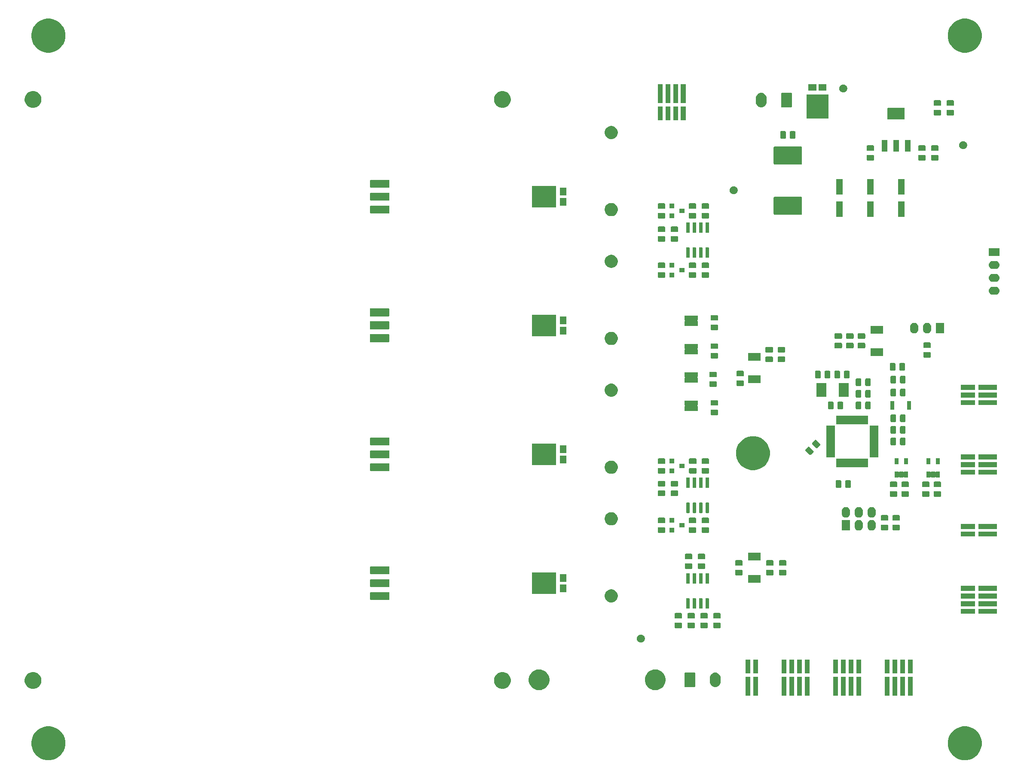
<source format=gbr>
G04 #@! TF.GenerationSoftware,KiCad,Pcbnew,(5.1.4)-1*
G04 #@! TF.CreationDate,2020-09-06T16:49:47-04:00*
G04 #@! TF.ProjectId,DC_LOAD_V02,44435f4c-4f41-4445-9f56-30322e6b6963,rev?*
G04 #@! TF.SameCoordinates,Original*
G04 #@! TF.FileFunction,Soldermask,Top*
G04 #@! TF.FilePolarity,Negative*
%FSLAX46Y46*%
G04 Gerber Fmt 4.6, Leading zero omitted, Abs format (unit mm)*
G04 Created by KiCad (PCBNEW (5.1.4)-1) date 2020-09-06 16:49:47*
%MOMM*%
%LPD*%
G04 APERTURE LIST*
%ADD10C,0.100000*%
G04 APERTURE END LIST*
D10*
G36*
X259127158Y-187078738D02*
G01*
X259736818Y-187331268D01*
X259736820Y-187331269D01*
X260285500Y-187697885D01*
X260752115Y-188164500D01*
X261118732Y-188713182D01*
X261371262Y-189322842D01*
X261500000Y-189970052D01*
X261500000Y-190629948D01*
X261371262Y-191277158D01*
X261118732Y-191886818D01*
X261118731Y-191886820D01*
X260752115Y-192435500D01*
X260285500Y-192902115D01*
X259736820Y-193268731D01*
X259736819Y-193268732D01*
X259736818Y-193268732D01*
X259127158Y-193521262D01*
X258479948Y-193650000D01*
X257820052Y-193650000D01*
X257172842Y-193521262D01*
X256563182Y-193268732D01*
X256563181Y-193268732D01*
X256563180Y-193268731D01*
X256014500Y-192902115D01*
X255547885Y-192435500D01*
X255181269Y-191886820D01*
X255181268Y-191886818D01*
X254928738Y-191277158D01*
X254800000Y-190629948D01*
X254800000Y-189970052D01*
X254928738Y-189322842D01*
X255181268Y-188713182D01*
X255547885Y-188164500D01*
X256014500Y-187697885D01*
X256563180Y-187331269D01*
X256563182Y-187331268D01*
X257172842Y-187078738D01*
X257820052Y-186950000D01*
X258479948Y-186950000D01*
X259127158Y-187078738D01*
X259127158Y-187078738D01*
G37*
G36*
X78547158Y-187078738D02*
G01*
X79156818Y-187331268D01*
X79156820Y-187331269D01*
X79705500Y-187697885D01*
X80172115Y-188164500D01*
X80538732Y-188713182D01*
X80791262Y-189322842D01*
X80920000Y-189970052D01*
X80920000Y-190629948D01*
X80791262Y-191277158D01*
X80538732Y-191886818D01*
X80538731Y-191886820D01*
X80172115Y-192435500D01*
X79705500Y-192902115D01*
X79156820Y-193268731D01*
X79156819Y-193268732D01*
X79156818Y-193268732D01*
X78547158Y-193521262D01*
X77899948Y-193650000D01*
X77240052Y-193650000D01*
X76592842Y-193521262D01*
X75983182Y-193268732D01*
X75983181Y-193268732D01*
X75983180Y-193268731D01*
X75434500Y-192902115D01*
X74967885Y-192435500D01*
X74601269Y-191886820D01*
X74601268Y-191886818D01*
X74348738Y-191277158D01*
X74220000Y-190629948D01*
X74220000Y-189970052D01*
X74348738Y-189322842D01*
X74601268Y-188713182D01*
X74967885Y-188164500D01*
X75434500Y-187697885D01*
X75983180Y-187331269D01*
X75983182Y-187331268D01*
X76592842Y-187078738D01*
X77240052Y-186950000D01*
X77899948Y-186950000D01*
X78547158Y-187078738D01*
X78547158Y-187078738D01*
G37*
G36*
X244822898Y-177245102D02*
G01*
X244823000Y-177246141D01*
X244823000Y-180893859D01*
X244822898Y-180894898D01*
X244821859Y-180895000D01*
X243874141Y-180895000D01*
X243873102Y-180894898D01*
X243873000Y-180893859D01*
X243873000Y-177246141D01*
X243873102Y-177245102D01*
X243874141Y-177245000D01*
X244821859Y-177245000D01*
X244822898Y-177245102D01*
X244822898Y-177245102D01*
G37*
G36*
X247870898Y-177245102D02*
G01*
X247871000Y-177246141D01*
X247871000Y-180893859D01*
X247870898Y-180894898D01*
X247869859Y-180895000D01*
X246922141Y-180895000D01*
X246921102Y-180894898D01*
X246921000Y-180893859D01*
X246921000Y-177246141D01*
X246921102Y-177245102D01*
X246922141Y-177245000D01*
X247869859Y-177245000D01*
X247870898Y-177245102D01*
X247870898Y-177245102D01*
G37*
G36*
X243322898Y-177245102D02*
G01*
X243323000Y-177246141D01*
X243323000Y-180893859D01*
X243322898Y-180894898D01*
X243321859Y-180895000D01*
X242374141Y-180895000D01*
X242373102Y-180894898D01*
X242373000Y-180893859D01*
X242373000Y-177246141D01*
X242373102Y-177245102D01*
X242374141Y-177245000D01*
X243321859Y-177245000D01*
X243322898Y-177245102D01*
X243322898Y-177245102D01*
G37*
G36*
X246346898Y-177245102D02*
G01*
X246347000Y-177246141D01*
X246347000Y-180893859D01*
X246346898Y-180894898D01*
X246345859Y-180895000D01*
X245398141Y-180895000D01*
X245397102Y-180894898D01*
X245397000Y-180893859D01*
X245397000Y-177246141D01*
X245397102Y-177245102D01*
X245398141Y-177245000D01*
X246345859Y-177245000D01*
X246346898Y-177245102D01*
X246346898Y-177245102D01*
G37*
G36*
X237710898Y-177245102D02*
G01*
X237711000Y-177246141D01*
X237711000Y-180893859D01*
X237710898Y-180894898D01*
X237709859Y-180895000D01*
X236762141Y-180895000D01*
X236761102Y-180894898D01*
X236761000Y-180893859D01*
X236761000Y-177246141D01*
X236761102Y-177245102D01*
X236762141Y-177245000D01*
X237709859Y-177245000D01*
X237710898Y-177245102D01*
X237710898Y-177245102D01*
G37*
G36*
X233162898Y-177245102D02*
G01*
X233163000Y-177246141D01*
X233163000Y-180893859D01*
X233162898Y-180894898D01*
X233161859Y-180895000D01*
X232214141Y-180895000D01*
X232213102Y-180894898D01*
X232213000Y-180893859D01*
X232213000Y-177246141D01*
X232213102Y-177245102D01*
X232214141Y-177245000D01*
X233161859Y-177245000D01*
X233162898Y-177245102D01*
X233162898Y-177245102D01*
G37*
G36*
X234662898Y-177245102D02*
G01*
X234663000Y-177246141D01*
X234663000Y-180893859D01*
X234662898Y-180894898D01*
X234661859Y-180895000D01*
X233714141Y-180895000D01*
X233713102Y-180894898D01*
X233713000Y-180893859D01*
X233713000Y-177246141D01*
X233713102Y-177245102D01*
X233714141Y-177245000D01*
X234661859Y-177245000D01*
X234662898Y-177245102D01*
X234662898Y-177245102D01*
G37*
G36*
X236186898Y-177245102D02*
G01*
X236187000Y-177246141D01*
X236187000Y-180893859D01*
X236186898Y-180894898D01*
X236185859Y-180895000D01*
X235238141Y-180895000D01*
X235237102Y-180894898D01*
X235237000Y-180893859D01*
X235237000Y-177246141D01*
X235237102Y-177245102D01*
X235238141Y-177245000D01*
X236185859Y-177245000D01*
X236186898Y-177245102D01*
X236186898Y-177245102D01*
G37*
G36*
X224502898Y-177245102D02*
G01*
X224503000Y-177246141D01*
X224503000Y-180893859D01*
X224502898Y-180894898D01*
X224501859Y-180895000D01*
X223554141Y-180895000D01*
X223553102Y-180894898D01*
X223553000Y-180893859D01*
X223553000Y-177246141D01*
X223553102Y-177245102D01*
X223554141Y-177245000D01*
X224501859Y-177245000D01*
X224502898Y-177245102D01*
X224502898Y-177245102D01*
G37*
G36*
X223002898Y-177245102D02*
G01*
X223003000Y-177246141D01*
X223003000Y-180893859D01*
X223002898Y-180894898D01*
X223001859Y-180895000D01*
X222054141Y-180895000D01*
X222053102Y-180894898D01*
X222053000Y-180893859D01*
X222053000Y-177246141D01*
X222053102Y-177245102D01*
X222054141Y-177245000D01*
X223001859Y-177245000D01*
X223002898Y-177245102D01*
X223002898Y-177245102D01*
G37*
G36*
X227550898Y-177245102D02*
G01*
X227551000Y-177246141D01*
X227551000Y-180893859D01*
X227550898Y-180894898D01*
X227549859Y-180895000D01*
X226602141Y-180895000D01*
X226601102Y-180894898D01*
X226601000Y-180893859D01*
X226601000Y-177246141D01*
X226601102Y-177245102D01*
X226602141Y-177245000D01*
X227549859Y-177245000D01*
X227550898Y-177245102D01*
X227550898Y-177245102D01*
G37*
G36*
X217390898Y-177245102D02*
G01*
X217391000Y-177246141D01*
X217391000Y-180893859D01*
X217390898Y-180894898D01*
X217389859Y-180895000D01*
X216442141Y-180895000D01*
X216441102Y-180894898D01*
X216441000Y-180893859D01*
X216441000Y-177246141D01*
X216441102Y-177245102D01*
X216442141Y-177245000D01*
X217389859Y-177245000D01*
X217390898Y-177245102D01*
X217390898Y-177245102D01*
G37*
G36*
X215890898Y-177245102D02*
G01*
X215891000Y-177246141D01*
X215891000Y-180893859D01*
X215890898Y-180894898D01*
X215889859Y-180895000D01*
X214942141Y-180895000D01*
X214941102Y-180894898D01*
X214941000Y-180893859D01*
X214941000Y-177246141D01*
X214941102Y-177245102D01*
X214942141Y-177245000D01*
X215889859Y-177245000D01*
X215890898Y-177245102D01*
X215890898Y-177245102D01*
G37*
G36*
X226026898Y-177245102D02*
G01*
X226027000Y-177246141D01*
X226027000Y-180893859D01*
X226026898Y-180894898D01*
X226025859Y-180895000D01*
X225078141Y-180895000D01*
X225077102Y-180894898D01*
X225077000Y-180893859D01*
X225077000Y-177246141D01*
X225077102Y-177245102D01*
X225078141Y-177245000D01*
X226025859Y-177245000D01*
X226026898Y-177245102D01*
X226026898Y-177245102D01*
G37*
G36*
X174709944Y-175802520D02*
G01*
X174841963Y-175828780D01*
X175215039Y-175983314D01*
X175550799Y-176207661D01*
X175836339Y-176493201D01*
X175960449Y-176678946D01*
X176060687Y-176828963D01*
X176064774Y-176838830D01*
X176215220Y-177202037D01*
X176232164Y-177287221D01*
X176294000Y-177598091D01*
X176294000Y-178001909D01*
X176215220Y-178397962D01*
X176064774Y-178761171D01*
X176060686Y-178771039D01*
X175836339Y-179106799D01*
X175550799Y-179392339D01*
X175215039Y-179616686D01*
X174841963Y-179771220D01*
X174709944Y-179797480D01*
X174445909Y-179850000D01*
X174042091Y-179850000D01*
X173778056Y-179797480D01*
X173646037Y-179771220D01*
X173272961Y-179616686D01*
X172937201Y-179392339D01*
X172651661Y-179106799D01*
X172427314Y-178771039D01*
X172423227Y-178761171D01*
X172272780Y-178397962D01*
X172194000Y-178001909D01*
X172194000Y-177598091D01*
X172255836Y-177287221D01*
X172272780Y-177202037D01*
X172423226Y-176838830D01*
X172427313Y-176828963D01*
X172527551Y-176678946D01*
X172651661Y-176493201D01*
X172937201Y-176207661D01*
X173272961Y-175983314D01*
X173646037Y-175828780D01*
X173778056Y-175802520D01*
X174042091Y-175750000D01*
X174445909Y-175750000D01*
X174709944Y-175802520D01*
X174709944Y-175802520D01*
G37*
G36*
X197609944Y-175802520D02*
G01*
X197741963Y-175828780D01*
X198115039Y-175983314D01*
X198450799Y-176207661D01*
X198736339Y-176493201D01*
X198860449Y-176678946D01*
X198960687Y-176828963D01*
X198964774Y-176838830D01*
X199115220Y-177202037D01*
X199132164Y-177287221D01*
X199194000Y-177598091D01*
X199194000Y-178001909D01*
X199115220Y-178397962D01*
X198964774Y-178761171D01*
X198960686Y-178771039D01*
X198736339Y-179106799D01*
X198450799Y-179392339D01*
X198115039Y-179616686D01*
X197741963Y-179771220D01*
X197609944Y-179797480D01*
X197345909Y-179850000D01*
X196942091Y-179850000D01*
X196678056Y-179797480D01*
X196546037Y-179771220D01*
X196172961Y-179616686D01*
X195837201Y-179392339D01*
X195551661Y-179106799D01*
X195327314Y-178771039D01*
X195323227Y-178761171D01*
X195172780Y-178397962D01*
X195094000Y-178001909D01*
X195094000Y-177598091D01*
X195155836Y-177287221D01*
X195172780Y-177202037D01*
X195323226Y-176838830D01*
X195327313Y-176828963D01*
X195427551Y-176678946D01*
X195551661Y-176493201D01*
X195837201Y-176207661D01*
X196172961Y-175983314D01*
X196546037Y-175828780D01*
X196678056Y-175802520D01*
X196942091Y-175750000D01*
X197345909Y-175750000D01*
X197609944Y-175802520D01*
X197609944Y-175802520D01*
G37*
G36*
X167232874Y-176294023D02*
G01*
X167506287Y-176348408D01*
X167806568Y-176472789D01*
X168076814Y-176653361D01*
X168306639Y-176883186D01*
X168487211Y-177153432D01*
X168611592Y-177453713D01*
X168675000Y-177772489D01*
X168675000Y-178097511D01*
X168611592Y-178416287D01*
X168487211Y-178716568D01*
X168306639Y-178986814D01*
X168076814Y-179216639D01*
X167806568Y-179397211D01*
X167506287Y-179521592D01*
X167232874Y-179575977D01*
X167187512Y-179585000D01*
X166862488Y-179585000D01*
X166817126Y-179575977D01*
X166543713Y-179521592D01*
X166243432Y-179397211D01*
X165973186Y-179216639D01*
X165743361Y-178986814D01*
X165562789Y-178716568D01*
X165438408Y-178416287D01*
X165375000Y-178097511D01*
X165375000Y-177772489D01*
X165438408Y-177453713D01*
X165562789Y-177153432D01*
X165743361Y-176883186D01*
X165973186Y-176653361D01*
X166243432Y-176472789D01*
X166543713Y-176348408D01*
X166817126Y-176294023D01*
X166862488Y-176285000D01*
X167187512Y-176285000D01*
X167232874Y-176294023D01*
X167232874Y-176294023D01*
G37*
G36*
X74752874Y-176294023D02*
G01*
X75026287Y-176348408D01*
X75326568Y-176472789D01*
X75596814Y-176653361D01*
X75826639Y-176883186D01*
X76007211Y-177153432D01*
X76131592Y-177453713D01*
X76195000Y-177772489D01*
X76195000Y-178097511D01*
X76131592Y-178416287D01*
X76007211Y-178716568D01*
X75826639Y-178986814D01*
X75596814Y-179216639D01*
X75326568Y-179397211D01*
X75026287Y-179521592D01*
X74752874Y-179575977D01*
X74707512Y-179585000D01*
X74382488Y-179585000D01*
X74337126Y-179575977D01*
X74063713Y-179521592D01*
X73763432Y-179397211D01*
X73493186Y-179216639D01*
X73263361Y-178986814D01*
X73082789Y-178716568D01*
X72958408Y-178416287D01*
X72895000Y-178097511D01*
X72895000Y-177772489D01*
X72958408Y-177453713D01*
X73082789Y-177153432D01*
X73263361Y-176883186D01*
X73493186Y-176653361D01*
X73763432Y-176472789D01*
X74063713Y-176348408D01*
X74337126Y-176294023D01*
X74382488Y-176285000D01*
X74707512Y-176285000D01*
X74752874Y-176294023D01*
X74752874Y-176294023D01*
G37*
G36*
X209167835Y-176390193D02*
G01*
X209364993Y-176450000D01*
X209365764Y-176450234D01*
X209464068Y-176502779D01*
X209548171Y-176547733D01*
X209589819Y-176581913D01*
X209708055Y-176678945D01*
X209839268Y-176838830D01*
X209936766Y-177021235D01*
X209936766Y-177021236D01*
X209936767Y-177021238D01*
X209996807Y-177219164D01*
X210012000Y-177373422D01*
X210012000Y-178226577D01*
X209996807Y-178380835D01*
X209936767Y-178578762D01*
X209936766Y-178578765D01*
X209839268Y-178761170D01*
X209708055Y-178921055D01*
X209548170Y-179052268D01*
X209365765Y-179149766D01*
X209365762Y-179149767D01*
X209167836Y-179209807D01*
X208962000Y-179230080D01*
X208756165Y-179209807D01*
X208558239Y-179149767D01*
X208558236Y-179149766D01*
X208375831Y-179052268D01*
X208215946Y-178921055D01*
X208084734Y-178761172D01*
X207987233Y-178578762D01*
X207927193Y-178380834D01*
X207912000Y-178226580D01*
X207912000Y-177373421D01*
X207924536Y-177246141D01*
X207927193Y-177219165D01*
X207987233Y-177021239D01*
X207987234Y-177021236D01*
X208084732Y-176838831D01*
X208084733Y-176838829D01*
X208118913Y-176797181D01*
X208215945Y-176678945D01*
X208375830Y-176547732D01*
X208558235Y-176450234D01*
X208559006Y-176450000D01*
X208756164Y-176390193D01*
X208962000Y-176369920D01*
X209167835Y-176390193D01*
X209167835Y-176390193D01*
G37*
G36*
X204923343Y-176377706D02*
G01*
X204943863Y-176383931D01*
X204962776Y-176394040D01*
X204979354Y-176407646D01*
X204992960Y-176424224D01*
X205003069Y-176443137D01*
X205009294Y-176463657D01*
X205012000Y-176491138D01*
X205012000Y-179108862D01*
X205009294Y-179136343D01*
X205003069Y-179156863D01*
X204992960Y-179175776D01*
X204979354Y-179192354D01*
X204962776Y-179205960D01*
X204943863Y-179216069D01*
X204923343Y-179222294D01*
X204895862Y-179225000D01*
X203028138Y-179225000D01*
X203000657Y-179222294D01*
X202980137Y-179216069D01*
X202961224Y-179205960D01*
X202944646Y-179192354D01*
X202931040Y-179175776D01*
X202920931Y-179156863D01*
X202914706Y-179136343D01*
X202912000Y-179108862D01*
X202912000Y-176491138D01*
X202914706Y-176463657D01*
X202920931Y-176443137D01*
X202931040Y-176424224D01*
X202944646Y-176407646D01*
X202961224Y-176394040D01*
X202980137Y-176383931D01*
X203000657Y-176377706D01*
X203028138Y-176375000D01*
X204895862Y-176375000D01*
X204923343Y-176377706D01*
X204923343Y-176377706D01*
G37*
G36*
X217390898Y-173795102D02*
G01*
X217391000Y-173796141D01*
X217391000Y-176543859D01*
X217390898Y-176544898D01*
X217389859Y-176545000D01*
X216442141Y-176545000D01*
X216441102Y-176544898D01*
X216441000Y-176543859D01*
X216441000Y-173796141D01*
X216441102Y-173795102D01*
X216442141Y-173795000D01*
X217389859Y-173795000D01*
X217390898Y-173795102D01*
X217390898Y-173795102D01*
G37*
G36*
X215890898Y-173795102D02*
G01*
X215891000Y-173796141D01*
X215891000Y-176543859D01*
X215890898Y-176544898D01*
X215889859Y-176545000D01*
X214942141Y-176545000D01*
X214941102Y-176544898D01*
X214941000Y-176543859D01*
X214941000Y-173796141D01*
X214941102Y-173795102D01*
X214942141Y-173795000D01*
X215889859Y-173795000D01*
X215890898Y-173795102D01*
X215890898Y-173795102D01*
G37*
G36*
X223002898Y-173795102D02*
G01*
X223003000Y-173796141D01*
X223003000Y-176543859D01*
X223002898Y-176544898D01*
X223001859Y-176545000D01*
X222054141Y-176545000D01*
X222053102Y-176544898D01*
X222053000Y-176543859D01*
X222053000Y-173796141D01*
X222053102Y-173795102D01*
X222054141Y-173795000D01*
X223001859Y-173795000D01*
X223002898Y-173795102D01*
X223002898Y-173795102D01*
G37*
G36*
X224502898Y-173795102D02*
G01*
X224503000Y-173796141D01*
X224503000Y-176543859D01*
X224502898Y-176544898D01*
X224501859Y-176545000D01*
X223554141Y-176545000D01*
X223553102Y-176544898D01*
X223553000Y-176543859D01*
X223553000Y-173796141D01*
X223553102Y-173795102D01*
X223554141Y-173795000D01*
X224501859Y-173795000D01*
X224502898Y-173795102D01*
X224502898Y-173795102D01*
G37*
G36*
X226026898Y-173795102D02*
G01*
X226027000Y-173796141D01*
X226027000Y-176543859D01*
X226026898Y-176544898D01*
X226025859Y-176545000D01*
X225078141Y-176545000D01*
X225077102Y-176544898D01*
X225077000Y-176543859D01*
X225077000Y-173796141D01*
X225077102Y-173795102D01*
X225078141Y-173795000D01*
X226025859Y-173795000D01*
X226026898Y-173795102D01*
X226026898Y-173795102D01*
G37*
G36*
X227550898Y-173795102D02*
G01*
X227551000Y-173796141D01*
X227551000Y-176543859D01*
X227550898Y-176544898D01*
X227549859Y-176545000D01*
X226602141Y-176545000D01*
X226601102Y-176544898D01*
X226601000Y-176543859D01*
X226601000Y-173796141D01*
X226601102Y-173795102D01*
X226602141Y-173795000D01*
X227549859Y-173795000D01*
X227550898Y-173795102D01*
X227550898Y-173795102D01*
G37*
G36*
X233162898Y-173795102D02*
G01*
X233163000Y-173796141D01*
X233163000Y-176543859D01*
X233162898Y-176544898D01*
X233161859Y-176545000D01*
X232214141Y-176545000D01*
X232213102Y-176544898D01*
X232213000Y-176543859D01*
X232213000Y-173796141D01*
X232213102Y-173795102D01*
X232214141Y-173795000D01*
X233161859Y-173795000D01*
X233162898Y-173795102D01*
X233162898Y-173795102D01*
G37*
G36*
X237710898Y-173795102D02*
G01*
X237711000Y-173796141D01*
X237711000Y-176543859D01*
X237710898Y-176544898D01*
X237709859Y-176545000D01*
X236762141Y-176545000D01*
X236761102Y-176544898D01*
X236761000Y-176543859D01*
X236761000Y-173796141D01*
X236761102Y-173795102D01*
X236762141Y-173795000D01*
X237709859Y-173795000D01*
X237710898Y-173795102D01*
X237710898Y-173795102D01*
G37*
G36*
X243322898Y-173795102D02*
G01*
X243323000Y-173796141D01*
X243323000Y-176543859D01*
X243322898Y-176544898D01*
X243321859Y-176545000D01*
X242374141Y-176545000D01*
X242373102Y-176544898D01*
X242373000Y-176543859D01*
X242373000Y-173796141D01*
X242373102Y-173795102D01*
X242374141Y-173795000D01*
X243321859Y-173795000D01*
X243322898Y-173795102D01*
X243322898Y-173795102D01*
G37*
G36*
X244822898Y-173795102D02*
G01*
X244823000Y-173796141D01*
X244823000Y-176543859D01*
X244822898Y-176544898D01*
X244821859Y-176545000D01*
X243874141Y-176545000D01*
X243873102Y-176544898D01*
X243873000Y-176543859D01*
X243873000Y-173796141D01*
X243873102Y-173795102D01*
X243874141Y-173795000D01*
X244821859Y-173795000D01*
X244822898Y-173795102D01*
X244822898Y-173795102D01*
G37*
G36*
X246346898Y-173795102D02*
G01*
X246347000Y-173796141D01*
X246347000Y-176543859D01*
X246346898Y-176544898D01*
X246345859Y-176545000D01*
X245398141Y-176545000D01*
X245397102Y-176544898D01*
X245397000Y-176543859D01*
X245397000Y-173796141D01*
X245397102Y-173795102D01*
X245398141Y-173795000D01*
X246345859Y-173795000D01*
X246346898Y-173795102D01*
X246346898Y-173795102D01*
G37*
G36*
X247870898Y-173795102D02*
G01*
X247871000Y-173796141D01*
X247871000Y-176543859D01*
X247870898Y-176544898D01*
X247869859Y-176545000D01*
X246922141Y-176545000D01*
X246921102Y-176544898D01*
X246921000Y-176543859D01*
X246921000Y-173796141D01*
X246921102Y-173795102D01*
X246922141Y-173795000D01*
X247869859Y-173795000D01*
X247870898Y-173795102D01*
X247870898Y-173795102D01*
G37*
G36*
X234662898Y-173795102D02*
G01*
X234663000Y-173796141D01*
X234663000Y-176543859D01*
X234662898Y-176544898D01*
X234661859Y-176545000D01*
X233714141Y-176545000D01*
X233713102Y-176544898D01*
X233713000Y-176543859D01*
X233713000Y-173796141D01*
X233713102Y-173795102D01*
X233714141Y-173795000D01*
X234661859Y-173795000D01*
X234662898Y-173795102D01*
X234662898Y-173795102D01*
G37*
G36*
X236186898Y-173795102D02*
G01*
X236187000Y-173796141D01*
X236187000Y-176543859D01*
X236186898Y-176544898D01*
X236185859Y-176545000D01*
X235238141Y-176545000D01*
X235237102Y-176544898D01*
X235237000Y-176543859D01*
X235237000Y-173796141D01*
X235237102Y-173795102D01*
X235238141Y-173795000D01*
X236185859Y-173795000D01*
X236186898Y-173795102D01*
X236186898Y-173795102D01*
G37*
G36*
X194543351Y-168902743D02*
G01*
X194688941Y-168963048D01*
X194819970Y-169050599D01*
X194931401Y-169162030D01*
X195018952Y-169293059D01*
X195079257Y-169438649D01*
X195110000Y-169593206D01*
X195110000Y-169750794D01*
X195079257Y-169905351D01*
X195018952Y-170050941D01*
X194931401Y-170181970D01*
X194819970Y-170293401D01*
X194688941Y-170380952D01*
X194543351Y-170441257D01*
X194388794Y-170472000D01*
X194231206Y-170472000D01*
X194076649Y-170441257D01*
X193931059Y-170380952D01*
X193800030Y-170293401D01*
X193688599Y-170181970D01*
X193601048Y-170050941D01*
X193540743Y-169905351D01*
X193510000Y-169750794D01*
X193510000Y-169593206D01*
X193540743Y-169438649D01*
X193601048Y-169293059D01*
X193688599Y-169162030D01*
X193800030Y-169050599D01*
X193931059Y-168963048D01*
X194076649Y-168902743D01*
X194231206Y-168872000D01*
X194388794Y-168872000D01*
X194543351Y-168902743D01*
X194543351Y-168902743D01*
G37*
G36*
X204794840Y-166508176D02*
G01*
X204834588Y-166520234D01*
X204871222Y-166539815D01*
X204903333Y-166566167D01*
X204929685Y-166598278D01*
X204949266Y-166634912D01*
X204961324Y-166674660D01*
X204966000Y-166722140D01*
X204966000Y-167384860D01*
X204961324Y-167432340D01*
X204949266Y-167472088D01*
X204929685Y-167508722D01*
X204903333Y-167540833D01*
X204871222Y-167567185D01*
X204834588Y-167586766D01*
X204794840Y-167598824D01*
X204747360Y-167603500D01*
X203684640Y-167603500D01*
X203637160Y-167598824D01*
X203597412Y-167586766D01*
X203560778Y-167567185D01*
X203528667Y-167540833D01*
X203502315Y-167508722D01*
X203482734Y-167472088D01*
X203470676Y-167432340D01*
X203466000Y-167384860D01*
X203466000Y-166722140D01*
X203470676Y-166674660D01*
X203482734Y-166634912D01*
X203502315Y-166598278D01*
X203528667Y-166566167D01*
X203560778Y-166539815D01*
X203597412Y-166520234D01*
X203637160Y-166508176D01*
X203684640Y-166503500D01*
X204747360Y-166503500D01*
X204794840Y-166508176D01*
X204794840Y-166508176D01*
G37*
G36*
X207334840Y-166508176D02*
G01*
X207374588Y-166520234D01*
X207411222Y-166539815D01*
X207443333Y-166566167D01*
X207469685Y-166598278D01*
X207489266Y-166634912D01*
X207501324Y-166674660D01*
X207506000Y-166722140D01*
X207506000Y-167384860D01*
X207501324Y-167432340D01*
X207489266Y-167472088D01*
X207469685Y-167508722D01*
X207443333Y-167540833D01*
X207411222Y-167567185D01*
X207374588Y-167586766D01*
X207334840Y-167598824D01*
X207287360Y-167603500D01*
X206224640Y-167603500D01*
X206177160Y-167598824D01*
X206137412Y-167586766D01*
X206100778Y-167567185D01*
X206068667Y-167540833D01*
X206042315Y-167508722D01*
X206022734Y-167472088D01*
X206010676Y-167432340D01*
X206006000Y-167384860D01*
X206006000Y-166722140D01*
X206010676Y-166674660D01*
X206022734Y-166634912D01*
X206042315Y-166598278D01*
X206068667Y-166566167D01*
X206100778Y-166539815D01*
X206137412Y-166520234D01*
X206177160Y-166508176D01*
X206224640Y-166503500D01*
X207287360Y-166503500D01*
X207334840Y-166508176D01*
X207334840Y-166508176D01*
G37*
G36*
X209874840Y-166508176D02*
G01*
X209914588Y-166520234D01*
X209951222Y-166539815D01*
X209983333Y-166566167D01*
X210009685Y-166598278D01*
X210029266Y-166634912D01*
X210041324Y-166674660D01*
X210046000Y-166722140D01*
X210046000Y-167384860D01*
X210041324Y-167432340D01*
X210029266Y-167472088D01*
X210009685Y-167508722D01*
X209983333Y-167540833D01*
X209951222Y-167567185D01*
X209914588Y-167586766D01*
X209874840Y-167598824D01*
X209827360Y-167603500D01*
X208764640Y-167603500D01*
X208717160Y-167598824D01*
X208677412Y-167586766D01*
X208640778Y-167567185D01*
X208608667Y-167540833D01*
X208582315Y-167508722D01*
X208562734Y-167472088D01*
X208550676Y-167432340D01*
X208546000Y-167384860D01*
X208546000Y-166722140D01*
X208550676Y-166674660D01*
X208562734Y-166634912D01*
X208582315Y-166598278D01*
X208608667Y-166566167D01*
X208640778Y-166539815D01*
X208677412Y-166520234D01*
X208717160Y-166508176D01*
X208764640Y-166503500D01*
X209827360Y-166503500D01*
X209874840Y-166508176D01*
X209874840Y-166508176D01*
G37*
G36*
X202254840Y-166508176D02*
G01*
X202294588Y-166520234D01*
X202331222Y-166539815D01*
X202363333Y-166566167D01*
X202389685Y-166598278D01*
X202409266Y-166634912D01*
X202421324Y-166674660D01*
X202426000Y-166722140D01*
X202426000Y-167384860D01*
X202421324Y-167432340D01*
X202409266Y-167472088D01*
X202389685Y-167508722D01*
X202363333Y-167540833D01*
X202331222Y-167567185D01*
X202294588Y-167586766D01*
X202254840Y-167598824D01*
X202207360Y-167603500D01*
X201144640Y-167603500D01*
X201097160Y-167598824D01*
X201057412Y-167586766D01*
X201020778Y-167567185D01*
X200988667Y-167540833D01*
X200962315Y-167508722D01*
X200942734Y-167472088D01*
X200930676Y-167432340D01*
X200926000Y-167384860D01*
X200926000Y-166722140D01*
X200930676Y-166674660D01*
X200942734Y-166634912D01*
X200962315Y-166598278D01*
X200988667Y-166566167D01*
X201020778Y-166539815D01*
X201057412Y-166520234D01*
X201097160Y-166508176D01*
X201144640Y-166503500D01*
X202207360Y-166503500D01*
X202254840Y-166508176D01*
X202254840Y-166508176D01*
G37*
G36*
X209874840Y-164633176D02*
G01*
X209914588Y-164645234D01*
X209951222Y-164664815D01*
X209983333Y-164691167D01*
X210009685Y-164723278D01*
X210029266Y-164759912D01*
X210041324Y-164799660D01*
X210046000Y-164847140D01*
X210046000Y-165509860D01*
X210041324Y-165557340D01*
X210029266Y-165597088D01*
X210009685Y-165633722D01*
X209983333Y-165665833D01*
X209951222Y-165692185D01*
X209914588Y-165711766D01*
X209874840Y-165723824D01*
X209827360Y-165728500D01*
X208764640Y-165728500D01*
X208717160Y-165723824D01*
X208677412Y-165711766D01*
X208640778Y-165692185D01*
X208608667Y-165665833D01*
X208582315Y-165633722D01*
X208562734Y-165597088D01*
X208550676Y-165557340D01*
X208546000Y-165509860D01*
X208546000Y-164847140D01*
X208550676Y-164799660D01*
X208562734Y-164759912D01*
X208582315Y-164723278D01*
X208608667Y-164691167D01*
X208640778Y-164664815D01*
X208677412Y-164645234D01*
X208717160Y-164633176D01*
X208764640Y-164628500D01*
X209827360Y-164628500D01*
X209874840Y-164633176D01*
X209874840Y-164633176D01*
G37*
G36*
X204794840Y-164633176D02*
G01*
X204834588Y-164645234D01*
X204871222Y-164664815D01*
X204903333Y-164691167D01*
X204929685Y-164723278D01*
X204949266Y-164759912D01*
X204961324Y-164799660D01*
X204966000Y-164847140D01*
X204966000Y-165509860D01*
X204961324Y-165557340D01*
X204949266Y-165597088D01*
X204929685Y-165633722D01*
X204903333Y-165665833D01*
X204871222Y-165692185D01*
X204834588Y-165711766D01*
X204794840Y-165723824D01*
X204747360Y-165728500D01*
X203684640Y-165728500D01*
X203637160Y-165723824D01*
X203597412Y-165711766D01*
X203560778Y-165692185D01*
X203528667Y-165665833D01*
X203502315Y-165633722D01*
X203482734Y-165597088D01*
X203470676Y-165557340D01*
X203466000Y-165509860D01*
X203466000Y-164847140D01*
X203470676Y-164799660D01*
X203482734Y-164759912D01*
X203502315Y-164723278D01*
X203528667Y-164691167D01*
X203560778Y-164664815D01*
X203597412Y-164645234D01*
X203637160Y-164633176D01*
X203684640Y-164628500D01*
X204747360Y-164628500D01*
X204794840Y-164633176D01*
X204794840Y-164633176D01*
G37*
G36*
X207334840Y-164633176D02*
G01*
X207374588Y-164645234D01*
X207411222Y-164664815D01*
X207443333Y-164691167D01*
X207469685Y-164723278D01*
X207489266Y-164759912D01*
X207501324Y-164799660D01*
X207506000Y-164847140D01*
X207506000Y-165509860D01*
X207501324Y-165557340D01*
X207489266Y-165597088D01*
X207469685Y-165633722D01*
X207443333Y-165665833D01*
X207411222Y-165692185D01*
X207374588Y-165711766D01*
X207334840Y-165723824D01*
X207287360Y-165728500D01*
X206224640Y-165728500D01*
X206177160Y-165723824D01*
X206137412Y-165711766D01*
X206100778Y-165692185D01*
X206068667Y-165665833D01*
X206042315Y-165633722D01*
X206022734Y-165597088D01*
X206010676Y-165557340D01*
X206006000Y-165509860D01*
X206006000Y-164847140D01*
X206010676Y-164799660D01*
X206022734Y-164759912D01*
X206042315Y-164723278D01*
X206068667Y-164691167D01*
X206100778Y-164664815D01*
X206137412Y-164645234D01*
X206177160Y-164633176D01*
X206224640Y-164628500D01*
X207287360Y-164628500D01*
X207334840Y-164633176D01*
X207334840Y-164633176D01*
G37*
G36*
X202254840Y-164633176D02*
G01*
X202294588Y-164645234D01*
X202331222Y-164664815D01*
X202363333Y-164691167D01*
X202389685Y-164723278D01*
X202409266Y-164759912D01*
X202421324Y-164799660D01*
X202426000Y-164847140D01*
X202426000Y-165509860D01*
X202421324Y-165557340D01*
X202409266Y-165597088D01*
X202389685Y-165633722D01*
X202363333Y-165665833D01*
X202331222Y-165692185D01*
X202294588Y-165711766D01*
X202254840Y-165723824D01*
X202207360Y-165728500D01*
X201144640Y-165728500D01*
X201097160Y-165723824D01*
X201057412Y-165711766D01*
X201020778Y-165692185D01*
X200988667Y-165665833D01*
X200962315Y-165633722D01*
X200942734Y-165597088D01*
X200930676Y-165557340D01*
X200926000Y-165509860D01*
X200926000Y-164847140D01*
X200930676Y-164799660D01*
X200942734Y-164759912D01*
X200962315Y-164723278D01*
X200988667Y-164691167D01*
X201020778Y-164664815D01*
X201057412Y-164645234D01*
X201097160Y-164633176D01*
X201144640Y-164628500D01*
X202207360Y-164628500D01*
X202254840Y-164633176D01*
X202254840Y-164633176D01*
G37*
G36*
X260110898Y-163839102D02*
G01*
X260111000Y-163840141D01*
X260111000Y-164787859D01*
X260110898Y-164788898D01*
X260109859Y-164789000D01*
X257362141Y-164789000D01*
X257361102Y-164788898D01*
X257361000Y-164787859D01*
X257361000Y-163840141D01*
X257361102Y-163839102D01*
X257362141Y-163839000D01*
X260109859Y-163839000D01*
X260110898Y-163839102D01*
X260110898Y-163839102D01*
G37*
G36*
X264460898Y-163839102D02*
G01*
X264461000Y-163840141D01*
X264461000Y-164787859D01*
X264460898Y-164788898D01*
X264459859Y-164789000D01*
X260812141Y-164789000D01*
X260811102Y-164788898D01*
X260811000Y-164787859D01*
X260811000Y-163840141D01*
X260811102Y-163839102D01*
X260812141Y-163839000D01*
X264459859Y-163839000D01*
X264460898Y-163839102D01*
X264460898Y-163839102D01*
G37*
G36*
X205110327Y-161726754D02*
G01*
X205131322Y-161733123D01*
X205150664Y-161743462D01*
X205167622Y-161757378D01*
X205181538Y-161774336D01*
X205191877Y-161793678D01*
X205198246Y-161814673D01*
X205201000Y-161842638D01*
X205201000Y-163655362D01*
X205198246Y-163683327D01*
X205191877Y-163704322D01*
X205181538Y-163723664D01*
X205167622Y-163740622D01*
X205150664Y-163754538D01*
X205131322Y-163764877D01*
X205110327Y-163771246D01*
X205082362Y-163774000D01*
X204619638Y-163774000D01*
X204591673Y-163771246D01*
X204570678Y-163764877D01*
X204551336Y-163754538D01*
X204534378Y-163740622D01*
X204520462Y-163723664D01*
X204510123Y-163704322D01*
X204503754Y-163683327D01*
X204501000Y-163655362D01*
X204501000Y-161842638D01*
X204503754Y-161814673D01*
X204510123Y-161793678D01*
X204520462Y-161774336D01*
X204534378Y-161757378D01*
X204551336Y-161743462D01*
X204570678Y-161733123D01*
X204591673Y-161726754D01*
X204619638Y-161724000D01*
X205082362Y-161724000D01*
X205110327Y-161726754D01*
X205110327Y-161726754D01*
G37*
G36*
X203840327Y-161726754D02*
G01*
X203861322Y-161733123D01*
X203880664Y-161743462D01*
X203897622Y-161757378D01*
X203911538Y-161774336D01*
X203921877Y-161793678D01*
X203928246Y-161814673D01*
X203931000Y-161842638D01*
X203931000Y-163655362D01*
X203928246Y-163683327D01*
X203921877Y-163704322D01*
X203911538Y-163723664D01*
X203897622Y-163740622D01*
X203880664Y-163754538D01*
X203861322Y-163764877D01*
X203840327Y-163771246D01*
X203812362Y-163774000D01*
X203349638Y-163774000D01*
X203321673Y-163771246D01*
X203300678Y-163764877D01*
X203281336Y-163754538D01*
X203264378Y-163740622D01*
X203250462Y-163723664D01*
X203240123Y-163704322D01*
X203233754Y-163683327D01*
X203231000Y-163655362D01*
X203231000Y-161842638D01*
X203233754Y-161814673D01*
X203240123Y-161793678D01*
X203250462Y-161774336D01*
X203264378Y-161757378D01*
X203281336Y-161743462D01*
X203300678Y-161733123D01*
X203321673Y-161726754D01*
X203349638Y-161724000D01*
X203812362Y-161724000D01*
X203840327Y-161726754D01*
X203840327Y-161726754D01*
G37*
G36*
X206380327Y-161726754D02*
G01*
X206401322Y-161733123D01*
X206420664Y-161743462D01*
X206437622Y-161757378D01*
X206451538Y-161774336D01*
X206461877Y-161793678D01*
X206468246Y-161814673D01*
X206471000Y-161842638D01*
X206471000Y-163655362D01*
X206468246Y-163683327D01*
X206461877Y-163704322D01*
X206451538Y-163723664D01*
X206437622Y-163740622D01*
X206420664Y-163754538D01*
X206401322Y-163764877D01*
X206380327Y-163771246D01*
X206352362Y-163774000D01*
X205889638Y-163774000D01*
X205861673Y-163771246D01*
X205840678Y-163764877D01*
X205821336Y-163754538D01*
X205804378Y-163740622D01*
X205790462Y-163723664D01*
X205780123Y-163704322D01*
X205773754Y-163683327D01*
X205771000Y-163655362D01*
X205771000Y-161842638D01*
X205773754Y-161814673D01*
X205780123Y-161793678D01*
X205790462Y-161774336D01*
X205804378Y-161757378D01*
X205821336Y-161743462D01*
X205840678Y-161733123D01*
X205861673Y-161726754D01*
X205889638Y-161724000D01*
X206352362Y-161724000D01*
X206380327Y-161726754D01*
X206380327Y-161726754D01*
G37*
G36*
X207650327Y-161726754D02*
G01*
X207671322Y-161733123D01*
X207690664Y-161743462D01*
X207707622Y-161757378D01*
X207721538Y-161774336D01*
X207731877Y-161793678D01*
X207738246Y-161814673D01*
X207741000Y-161842638D01*
X207741000Y-163655362D01*
X207738246Y-163683327D01*
X207731877Y-163704322D01*
X207721538Y-163723664D01*
X207707622Y-163740622D01*
X207690664Y-163754538D01*
X207671322Y-163764877D01*
X207650327Y-163771246D01*
X207622362Y-163774000D01*
X207159638Y-163774000D01*
X207131673Y-163771246D01*
X207110678Y-163764877D01*
X207091336Y-163754538D01*
X207074378Y-163740622D01*
X207060462Y-163723664D01*
X207050123Y-163704322D01*
X207043754Y-163683327D01*
X207041000Y-163655362D01*
X207041000Y-161842638D01*
X207043754Y-161814673D01*
X207050123Y-161793678D01*
X207060462Y-161774336D01*
X207074378Y-161757378D01*
X207091336Y-161743462D01*
X207110678Y-161733123D01*
X207131673Y-161726754D01*
X207159638Y-161724000D01*
X207622362Y-161724000D01*
X207650327Y-161726754D01*
X207650327Y-161726754D01*
G37*
G36*
X260110898Y-162339102D02*
G01*
X260111000Y-162340141D01*
X260111000Y-163287859D01*
X260110898Y-163288898D01*
X260109859Y-163289000D01*
X257362141Y-163289000D01*
X257361102Y-163288898D01*
X257361000Y-163287859D01*
X257361000Y-162340141D01*
X257361102Y-162339102D01*
X257362141Y-162339000D01*
X260109859Y-162339000D01*
X260110898Y-162339102D01*
X260110898Y-162339102D01*
G37*
G36*
X264460898Y-162339102D02*
G01*
X264461000Y-162340141D01*
X264461000Y-163287859D01*
X264460898Y-163288898D01*
X264459859Y-163289000D01*
X260812141Y-163289000D01*
X260811102Y-163288898D01*
X260811000Y-163287859D01*
X260811000Y-162340141D01*
X260811102Y-162339102D01*
X260812141Y-162339000D01*
X264459859Y-162339000D01*
X264460898Y-162339102D01*
X264460898Y-162339102D01*
G37*
G36*
X188847196Y-159999958D02*
G01*
X189083781Y-160097955D01*
X189296702Y-160240224D01*
X189477776Y-160421298D01*
X189569191Y-160558111D01*
X189620046Y-160634221D01*
X189640325Y-160683178D01*
X189718042Y-160870804D01*
X189768000Y-161121961D01*
X189768000Y-161378039D01*
X189718042Y-161629196D01*
X189620045Y-161865781D01*
X189477776Y-162078702D01*
X189296702Y-162259776D01*
X189083781Y-162402045D01*
X188847196Y-162500042D01*
X188721617Y-162525021D01*
X188596040Y-162550000D01*
X188339960Y-162550000D01*
X188214383Y-162525021D01*
X188088804Y-162500042D01*
X187852219Y-162402045D01*
X187639298Y-162259776D01*
X187458224Y-162078702D01*
X187315955Y-161865781D01*
X187217958Y-161629196D01*
X187168000Y-161378039D01*
X187168000Y-161121961D01*
X187217958Y-160870804D01*
X187295675Y-160683178D01*
X187315954Y-160634221D01*
X187366809Y-160558111D01*
X187458224Y-160421298D01*
X187639298Y-160240224D01*
X187852219Y-160097955D01*
X188088804Y-159999958D01*
X188339960Y-159950000D01*
X188596040Y-159950000D01*
X188847196Y-159999958D01*
X188847196Y-159999958D01*
G37*
G36*
X144652131Y-160493523D02*
G01*
X144680628Y-160502167D01*
X144706889Y-160516204D01*
X144729906Y-160535094D01*
X144748796Y-160558111D01*
X144762833Y-160584372D01*
X144771477Y-160612869D01*
X144775000Y-160648640D01*
X144775000Y-161931360D01*
X144771477Y-161967131D01*
X144762833Y-161995628D01*
X144748796Y-162021889D01*
X144729906Y-162044906D01*
X144706889Y-162063796D01*
X144680628Y-162077833D01*
X144652131Y-162086477D01*
X144616360Y-162090000D01*
X141133640Y-162090000D01*
X141097869Y-162086477D01*
X141069372Y-162077833D01*
X141043111Y-162063796D01*
X141020094Y-162044906D01*
X141001204Y-162021889D01*
X140987167Y-161995628D01*
X140978523Y-161967131D01*
X140975000Y-161931360D01*
X140975000Y-160648640D01*
X140978523Y-160612869D01*
X140987167Y-160584372D01*
X141001204Y-160558111D01*
X141020094Y-160535094D01*
X141043111Y-160516204D01*
X141069372Y-160502167D01*
X141097869Y-160493523D01*
X141133640Y-160490000D01*
X144616360Y-160490000D01*
X144652131Y-160493523D01*
X144652131Y-160493523D01*
G37*
G36*
X260110898Y-160815102D02*
G01*
X260111000Y-160816141D01*
X260111000Y-161763859D01*
X260110898Y-161764898D01*
X260109859Y-161765000D01*
X257362141Y-161765000D01*
X257361102Y-161764898D01*
X257361000Y-161763859D01*
X257361000Y-160816141D01*
X257361102Y-160815102D01*
X257362141Y-160815000D01*
X260109859Y-160815000D01*
X260110898Y-160815102D01*
X260110898Y-160815102D01*
G37*
G36*
X264460898Y-160815102D02*
G01*
X264461000Y-160816141D01*
X264461000Y-161763859D01*
X264460898Y-161764898D01*
X264459859Y-161765000D01*
X260812141Y-161765000D01*
X260811102Y-161764898D01*
X260811000Y-161763859D01*
X260811000Y-160816141D01*
X260811102Y-160815102D01*
X260812141Y-160815000D01*
X264459859Y-160815000D01*
X264460898Y-160815102D01*
X264460898Y-160815102D01*
G37*
G36*
X177552377Y-156602562D02*
G01*
X177571495Y-156608361D01*
X177589111Y-156617778D01*
X177604551Y-156630449D01*
X177617222Y-156645889D01*
X177626639Y-156663505D01*
X177632438Y-156682623D01*
X177635000Y-156708638D01*
X177635000Y-160791362D01*
X177632438Y-160817377D01*
X177626639Y-160836495D01*
X177617222Y-160854111D01*
X177604551Y-160869551D01*
X177589111Y-160882222D01*
X177571495Y-160891639D01*
X177552377Y-160897438D01*
X177526362Y-160900000D01*
X172993638Y-160900000D01*
X172967623Y-160897438D01*
X172948505Y-160891639D01*
X172930889Y-160882222D01*
X172915449Y-160869551D01*
X172902778Y-160854111D01*
X172893361Y-160836495D01*
X172887562Y-160817377D01*
X172885000Y-160791362D01*
X172885000Y-156708638D01*
X172887562Y-156682623D01*
X172893361Y-156663505D01*
X172902778Y-156645889D01*
X172915449Y-156630449D01*
X172930889Y-156617778D01*
X172948505Y-156608361D01*
X172967623Y-156602562D01*
X172993638Y-156600000D01*
X177526362Y-156600000D01*
X177552377Y-156602562D01*
X177552377Y-156602562D01*
G37*
G36*
X179614760Y-158976073D02*
G01*
X179619334Y-158977461D01*
X179623551Y-158979715D01*
X179627250Y-158982750D01*
X179630285Y-158986449D01*
X179632539Y-158990666D01*
X179633927Y-158995240D01*
X179635000Y-159006138D01*
X179635000Y-160493862D01*
X179633927Y-160504760D01*
X179632539Y-160509334D01*
X179630285Y-160513551D01*
X179627250Y-160517250D01*
X179623551Y-160520285D01*
X179619334Y-160522539D01*
X179614760Y-160523927D01*
X179603862Y-160525000D01*
X178416138Y-160525000D01*
X178405240Y-160523927D01*
X178400666Y-160522539D01*
X178396449Y-160520285D01*
X178392750Y-160517250D01*
X178389715Y-160513551D01*
X178387461Y-160509334D01*
X178386073Y-160504760D01*
X178385000Y-160493862D01*
X178385000Y-159006138D01*
X178386073Y-158995240D01*
X178387461Y-158990666D01*
X178389715Y-158986449D01*
X178392750Y-158982750D01*
X178396449Y-158979715D01*
X178400666Y-158977461D01*
X178405240Y-158976073D01*
X178416138Y-158975000D01*
X179603862Y-158975000D01*
X179614760Y-158976073D01*
X179614760Y-158976073D01*
G37*
G36*
X260110898Y-159291102D02*
G01*
X260111000Y-159292141D01*
X260111000Y-160239859D01*
X260110898Y-160240898D01*
X260109859Y-160241000D01*
X257362141Y-160241000D01*
X257361102Y-160240898D01*
X257361000Y-160239859D01*
X257361000Y-159292141D01*
X257361102Y-159291102D01*
X257362141Y-159291000D01*
X260109859Y-159291000D01*
X260110898Y-159291102D01*
X260110898Y-159291102D01*
G37*
G36*
X264460898Y-159291102D02*
G01*
X264461000Y-159292141D01*
X264461000Y-160239859D01*
X264460898Y-160240898D01*
X264459859Y-160241000D01*
X260812141Y-160241000D01*
X260811102Y-160240898D01*
X260811000Y-160239859D01*
X260811000Y-159292141D01*
X260811102Y-159291102D01*
X260812141Y-159291000D01*
X264459859Y-159291000D01*
X264460898Y-159291102D01*
X264460898Y-159291102D01*
G37*
G36*
X144652131Y-157953523D02*
G01*
X144680628Y-157962167D01*
X144706889Y-157976204D01*
X144729906Y-157995094D01*
X144748796Y-158018111D01*
X144762833Y-158044372D01*
X144771477Y-158072869D01*
X144775000Y-158108640D01*
X144775000Y-159391360D01*
X144771477Y-159427131D01*
X144762833Y-159455628D01*
X144748796Y-159481889D01*
X144729906Y-159504906D01*
X144706889Y-159523796D01*
X144680628Y-159537833D01*
X144652131Y-159546477D01*
X144616360Y-159550000D01*
X141133640Y-159550000D01*
X141097869Y-159546477D01*
X141069372Y-159537833D01*
X141043111Y-159523796D01*
X141020094Y-159504906D01*
X141001204Y-159481889D01*
X140987167Y-159455628D01*
X140978523Y-159427131D01*
X140975000Y-159391360D01*
X140975000Y-158108640D01*
X140978523Y-158072869D01*
X140987167Y-158044372D01*
X141001204Y-158018111D01*
X141020094Y-157995094D01*
X141043111Y-157976204D01*
X141069372Y-157962167D01*
X141097869Y-157953523D01*
X141133640Y-157950000D01*
X144616360Y-157950000D01*
X144652131Y-157953523D01*
X144652131Y-157953523D01*
G37*
G36*
X203840327Y-156776754D02*
G01*
X203861322Y-156783123D01*
X203880664Y-156793462D01*
X203897622Y-156807378D01*
X203911538Y-156824336D01*
X203921877Y-156843678D01*
X203928246Y-156864673D01*
X203931000Y-156892638D01*
X203931000Y-158705362D01*
X203928246Y-158733327D01*
X203921877Y-158754322D01*
X203911538Y-158773664D01*
X203897622Y-158790622D01*
X203880664Y-158804538D01*
X203861322Y-158814877D01*
X203840327Y-158821246D01*
X203812362Y-158824000D01*
X203349638Y-158824000D01*
X203321673Y-158821246D01*
X203300678Y-158814877D01*
X203281336Y-158804538D01*
X203264378Y-158790622D01*
X203250462Y-158773664D01*
X203240123Y-158754322D01*
X203233754Y-158733327D01*
X203231000Y-158705362D01*
X203231000Y-156892638D01*
X203233754Y-156864673D01*
X203240123Y-156843678D01*
X203250462Y-156824336D01*
X203264378Y-156807378D01*
X203281336Y-156793462D01*
X203300678Y-156783123D01*
X203321673Y-156776754D01*
X203349638Y-156774000D01*
X203812362Y-156774000D01*
X203840327Y-156776754D01*
X203840327Y-156776754D01*
G37*
G36*
X206380327Y-156776754D02*
G01*
X206401322Y-156783123D01*
X206420664Y-156793462D01*
X206437622Y-156807378D01*
X206451538Y-156824336D01*
X206461877Y-156843678D01*
X206468246Y-156864673D01*
X206471000Y-156892638D01*
X206471000Y-158705362D01*
X206468246Y-158733327D01*
X206461877Y-158754322D01*
X206451538Y-158773664D01*
X206437622Y-158790622D01*
X206420664Y-158804538D01*
X206401322Y-158814877D01*
X206380327Y-158821246D01*
X206352362Y-158824000D01*
X205889638Y-158824000D01*
X205861673Y-158821246D01*
X205840678Y-158814877D01*
X205821336Y-158804538D01*
X205804378Y-158790622D01*
X205790462Y-158773664D01*
X205780123Y-158754322D01*
X205773754Y-158733327D01*
X205771000Y-158705362D01*
X205771000Y-156892638D01*
X205773754Y-156864673D01*
X205780123Y-156843678D01*
X205790462Y-156824336D01*
X205804378Y-156807378D01*
X205821336Y-156793462D01*
X205840678Y-156783123D01*
X205861673Y-156776754D01*
X205889638Y-156774000D01*
X206352362Y-156774000D01*
X206380327Y-156776754D01*
X206380327Y-156776754D01*
G37*
G36*
X205110327Y-156776754D02*
G01*
X205131322Y-156783123D01*
X205150664Y-156793462D01*
X205167622Y-156807378D01*
X205181538Y-156824336D01*
X205191877Y-156843678D01*
X205198246Y-156864673D01*
X205201000Y-156892638D01*
X205201000Y-158705362D01*
X205198246Y-158733327D01*
X205191877Y-158754322D01*
X205181538Y-158773664D01*
X205167622Y-158790622D01*
X205150664Y-158804538D01*
X205131322Y-158814877D01*
X205110327Y-158821246D01*
X205082362Y-158824000D01*
X204619638Y-158824000D01*
X204591673Y-158821246D01*
X204570678Y-158814877D01*
X204551336Y-158804538D01*
X204534378Y-158790622D01*
X204520462Y-158773664D01*
X204510123Y-158754322D01*
X204503754Y-158733327D01*
X204501000Y-158705362D01*
X204501000Y-156892638D01*
X204503754Y-156864673D01*
X204510123Y-156843678D01*
X204520462Y-156824336D01*
X204534378Y-156807378D01*
X204551336Y-156793462D01*
X204570678Y-156783123D01*
X204591673Y-156776754D01*
X204619638Y-156774000D01*
X205082362Y-156774000D01*
X205110327Y-156776754D01*
X205110327Y-156776754D01*
G37*
G36*
X207650327Y-156776754D02*
G01*
X207671322Y-156783123D01*
X207690664Y-156793462D01*
X207707622Y-156807378D01*
X207721538Y-156824336D01*
X207731877Y-156843678D01*
X207738246Y-156864673D01*
X207741000Y-156892638D01*
X207741000Y-158705362D01*
X207738246Y-158733327D01*
X207731877Y-158754322D01*
X207721538Y-158773664D01*
X207707622Y-158790622D01*
X207690664Y-158804538D01*
X207671322Y-158814877D01*
X207650327Y-158821246D01*
X207622362Y-158824000D01*
X207159638Y-158824000D01*
X207131673Y-158821246D01*
X207110678Y-158814877D01*
X207091336Y-158804538D01*
X207074378Y-158790622D01*
X207060462Y-158773664D01*
X207050123Y-158754322D01*
X207043754Y-158733327D01*
X207041000Y-158705362D01*
X207041000Y-156892638D01*
X207043754Y-156864673D01*
X207050123Y-156843678D01*
X207060462Y-156824336D01*
X207074378Y-156807378D01*
X207091336Y-156793462D01*
X207110678Y-156783123D01*
X207131673Y-156776754D01*
X207159638Y-156774000D01*
X207622362Y-156774000D01*
X207650327Y-156776754D01*
X207650327Y-156776754D01*
G37*
G36*
X215831696Y-157128313D02*
G01*
X215838620Y-157130413D01*
X215853075Y-157138140D01*
X215875713Y-157147517D01*
X215899746Y-157152298D01*
X215924251Y-157152298D01*
X215948284Y-157147518D01*
X215970925Y-157138140D01*
X215985380Y-157130413D01*
X215992304Y-157128313D01*
X216005638Y-157127000D01*
X216318362Y-157127000D01*
X216331696Y-157128313D01*
X216338620Y-157130413D01*
X216353075Y-157138140D01*
X216375713Y-157147517D01*
X216399746Y-157152298D01*
X216424251Y-157152298D01*
X216448284Y-157147518D01*
X216470925Y-157138140D01*
X216485380Y-157130413D01*
X216492304Y-157128313D01*
X216505638Y-157127000D01*
X216818362Y-157127000D01*
X216831696Y-157128313D01*
X216838620Y-157130413D01*
X216853075Y-157138140D01*
X216875713Y-157147517D01*
X216899746Y-157152298D01*
X216924251Y-157152298D01*
X216948284Y-157147518D01*
X216970925Y-157138140D01*
X216985380Y-157130413D01*
X216992304Y-157128313D01*
X217005638Y-157127000D01*
X217318362Y-157127000D01*
X217331696Y-157128313D01*
X217338620Y-157130413D01*
X217353075Y-157138140D01*
X217375713Y-157147517D01*
X217399746Y-157152298D01*
X217424251Y-157152298D01*
X217448284Y-157147518D01*
X217470925Y-157138140D01*
X217485380Y-157130413D01*
X217492304Y-157128313D01*
X217505638Y-157127000D01*
X217818362Y-157127000D01*
X217831696Y-157128313D01*
X217838620Y-157130413D01*
X217844999Y-157133823D01*
X217850589Y-157138411D01*
X217855177Y-157144001D01*
X217858587Y-157150380D01*
X217860687Y-157157304D01*
X217862000Y-157170638D01*
X217862000Y-158633362D01*
X217860687Y-158646696D01*
X217858587Y-158653620D01*
X217855177Y-158659999D01*
X217850589Y-158665589D01*
X217844999Y-158670177D01*
X217838620Y-158673587D01*
X217831696Y-158675687D01*
X217818362Y-158677000D01*
X217505638Y-158677000D01*
X217492304Y-158675687D01*
X217485380Y-158673587D01*
X217470925Y-158665860D01*
X217448287Y-158656483D01*
X217424254Y-158651702D01*
X217399749Y-158651702D01*
X217375716Y-158656482D01*
X217353075Y-158665860D01*
X217338620Y-158673587D01*
X217331696Y-158675687D01*
X217318362Y-158677000D01*
X217005638Y-158677000D01*
X216992304Y-158675687D01*
X216985380Y-158673587D01*
X216970925Y-158665860D01*
X216948287Y-158656483D01*
X216924254Y-158651702D01*
X216899749Y-158651702D01*
X216875716Y-158656482D01*
X216853075Y-158665860D01*
X216838620Y-158673587D01*
X216831696Y-158675687D01*
X216818362Y-158677000D01*
X216505638Y-158677000D01*
X216492304Y-158675687D01*
X216485380Y-158673587D01*
X216470925Y-158665860D01*
X216448287Y-158656483D01*
X216424254Y-158651702D01*
X216399749Y-158651702D01*
X216375716Y-158656482D01*
X216353075Y-158665860D01*
X216338620Y-158673587D01*
X216331696Y-158675687D01*
X216318362Y-158677000D01*
X216005638Y-158677000D01*
X215992304Y-158675687D01*
X215985380Y-158673587D01*
X215970925Y-158665860D01*
X215948287Y-158656483D01*
X215924254Y-158651702D01*
X215899749Y-158651702D01*
X215875716Y-158656482D01*
X215853075Y-158665860D01*
X215838620Y-158673587D01*
X215831696Y-158675687D01*
X215818362Y-158677000D01*
X215505638Y-158677000D01*
X215492304Y-158675687D01*
X215485380Y-158673587D01*
X215479001Y-158670177D01*
X215473411Y-158665589D01*
X215468823Y-158659999D01*
X215465413Y-158653620D01*
X215463313Y-158646696D01*
X215462000Y-158633362D01*
X215462000Y-157170638D01*
X215463313Y-157157304D01*
X215465413Y-157150380D01*
X215468823Y-157144001D01*
X215473411Y-157138411D01*
X215479001Y-157133823D01*
X215485380Y-157130413D01*
X215492304Y-157128313D01*
X215505638Y-157127000D01*
X215818362Y-157127000D01*
X215831696Y-157128313D01*
X215831696Y-157128313D01*
G37*
G36*
X179614760Y-156976073D02*
G01*
X179619334Y-156977461D01*
X179623551Y-156979715D01*
X179627250Y-156982750D01*
X179630285Y-156986449D01*
X179632539Y-156990666D01*
X179633927Y-156995240D01*
X179635000Y-157006138D01*
X179635000Y-158493862D01*
X179633927Y-158504760D01*
X179632539Y-158509334D01*
X179630285Y-158513551D01*
X179627250Y-158517250D01*
X179623551Y-158520285D01*
X179619334Y-158522539D01*
X179614760Y-158523927D01*
X179603862Y-158525000D01*
X178416138Y-158525000D01*
X178405240Y-158523927D01*
X178400666Y-158522539D01*
X178396449Y-158520285D01*
X178392750Y-158517250D01*
X178389715Y-158513551D01*
X178387461Y-158509334D01*
X178386073Y-158504760D01*
X178385000Y-158493862D01*
X178385000Y-157006138D01*
X178386073Y-156995240D01*
X178387461Y-156990666D01*
X178389715Y-156986449D01*
X178392750Y-156982750D01*
X178396449Y-156979715D01*
X178400666Y-156977461D01*
X178405240Y-156976073D01*
X178416138Y-156975000D01*
X179603862Y-156975000D01*
X179614760Y-156976073D01*
X179614760Y-156976073D01*
G37*
G36*
X222828840Y-156094176D02*
G01*
X222868588Y-156106234D01*
X222905222Y-156125815D01*
X222937333Y-156152167D01*
X222963685Y-156184278D01*
X222983266Y-156220912D01*
X222995324Y-156260660D01*
X223000000Y-156308140D01*
X223000000Y-156970860D01*
X222995324Y-157018340D01*
X222983266Y-157058088D01*
X222963685Y-157094722D01*
X222937333Y-157126833D01*
X222905222Y-157153185D01*
X222868588Y-157172766D01*
X222828840Y-157184824D01*
X222781360Y-157189500D01*
X221718640Y-157189500D01*
X221671160Y-157184824D01*
X221631412Y-157172766D01*
X221594778Y-157153185D01*
X221562667Y-157126833D01*
X221536315Y-157094722D01*
X221516734Y-157058088D01*
X221504676Y-157018340D01*
X221500000Y-156970860D01*
X221500000Y-156308140D01*
X221504676Y-156260660D01*
X221516734Y-156220912D01*
X221536315Y-156184278D01*
X221562667Y-156152167D01*
X221594778Y-156125815D01*
X221631412Y-156106234D01*
X221671160Y-156094176D01*
X221718640Y-156089500D01*
X222781360Y-156089500D01*
X222828840Y-156094176D01*
X222828840Y-156094176D01*
G37*
G36*
X220288840Y-156094176D02*
G01*
X220328588Y-156106234D01*
X220365222Y-156125815D01*
X220397333Y-156152167D01*
X220423685Y-156184278D01*
X220443266Y-156220912D01*
X220455324Y-156260660D01*
X220460000Y-156308140D01*
X220460000Y-156970860D01*
X220455324Y-157018340D01*
X220443266Y-157058088D01*
X220423685Y-157094722D01*
X220397333Y-157126833D01*
X220365222Y-157153185D01*
X220328588Y-157172766D01*
X220288840Y-157184824D01*
X220241360Y-157189500D01*
X219178640Y-157189500D01*
X219131160Y-157184824D01*
X219091412Y-157172766D01*
X219054778Y-157153185D01*
X219022667Y-157126833D01*
X218996315Y-157094722D01*
X218976734Y-157058088D01*
X218964676Y-157018340D01*
X218960000Y-156970860D01*
X218960000Y-156308140D01*
X218964676Y-156260660D01*
X218976734Y-156220912D01*
X218996315Y-156184278D01*
X219022667Y-156152167D01*
X219054778Y-156125815D01*
X219091412Y-156106234D01*
X219131160Y-156094176D01*
X219178640Y-156089500D01*
X220241360Y-156089500D01*
X220288840Y-156094176D01*
X220288840Y-156094176D01*
G37*
G36*
X214192840Y-156094176D02*
G01*
X214232588Y-156106234D01*
X214269222Y-156125815D01*
X214301333Y-156152167D01*
X214327685Y-156184278D01*
X214347266Y-156220912D01*
X214359324Y-156260660D01*
X214364000Y-156308140D01*
X214364000Y-156970860D01*
X214359324Y-157018340D01*
X214347266Y-157058088D01*
X214327685Y-157094722D01*
X214301333Y-157126833D01*
X214269222Y-157153185D01*
X214232588Y-157172766D01*
X214192840Y-157184824D01*
X214145360Y-157189500D01*
X213082640Y-157189500D01*
X213035160Y-157184824D01*
X212995412Y-157172766D01*
X212958778Y-157153185D01*
X212926667Y-157126833D01*
X212900315Y-157094722D01*
X212880734Y-157058088D01*
X212868676Y-157018340D01*
X212864000Y-156970860D01*
X212864000Y-156308140D01*
X212868676Y-156260660D01*
X212880734Y-156220912D01*
X212900315Y-156184278D01*
X212926667Y-156152167D01*
X212958778Y-156125815D01*
X212995412Y-156106234D01*
X213035160Y-156094176D01*
X213082640Y-156089500D01*
X214145360Y-156089500D01*
X214192840Y-156094176D01*
X214192840Y-156094176D01*
G37*
G36*
X144652131Y-155413523D02*
G01*
X144680628Y-155422167D01*
X144706889Y-155436204D01*
X144729906Y-155455094D01*
X144748796Y-155478111D01*
X144762833Y-155504372D01*
X144771477Y-155532869D01*
X144775000Y-155568640D01*
X144775000Y-156851360D01*
X144771477Y-156887131D01*
X144762833Y-156915628D01*
X144748796Y-156941889D01*
X144729906Y-156964906D01*
X144706889Y-156983796D01*
X144680628Y-156997833D01*
X144652131Y-157006477D01*
X144616360Y-157010000D01*
X141133640Y-157010000D01*
X141097869Y-157006477D01*
X141069372Y-156997833D01*
X141043111Y-156983796D01*
X141020094Y-156964906D01*
X141001204Y-156941889D01*
X140987167Y-156915628D01*
X140978523Y-156887131D01*
X140975000Y-156851360D01*
X140975000Y-155568640D01*
X140978523Y-155532869D01*
X140987167Y-155504372D01*
X141001204Y-155478111D01*
X141020094Y-155455094D01*
X141043111Y-155436204D01*
X141069372Y-155422167D01*
X141097869Y-155413523D01*
X141133640Y-155410000D01*
X144616360Y-155410000D01*
X144652131Y-155413523D01*
X144652131Y-155413523D01*
G37*
G36*
X204286840Y-154824176D02*
G01*
X204326588Y-154836234D01*
X204363222Y-154855815D01*
X204395333Y-154882167D01*
X204421685Y-154914278D01*
X204441266Y-154950912D01*
X204453324Y-154990660D01*
X204458000Y-155038140D01*
X204458000Y-155700860D01*
X204453324Y-155748340D01*
X204441266Y-155788088D01*
X204421685Y-155824722D01*
X204395333Y-155856833D01*
X204363222Y-155883185D01*
X204326588Y-155902766D01*
X204286840Y-155914824D01*
X204239360Y-155919500D01*
X203176640Y-155919500D01*
X203129160Y-155914824D01*
X203089412Y-155902766D01*
X203052778Y-155883185D01*
X203020667Y-155856833D01*
X202994315Y-155824722D01*
X202974734Y-155788088D01*
X202962676Y-155748340D01*
X202958000Y-155700860D01*
X202958000Y-155038140D01*
X202962676Y-154990660D01*
X202974734Y-154950912D01*
X202994315Y-154914278D01*
X203020667Y-154882167D01*
X203052778Y-154855815D01*
X203089412Y-154836234D01*
X203129160Y-154824176D01*
X203176640Y-154819500D01*
X204239360Y-154819500D01*
X204286840Y-154824176D01*
X204286840Y-154824176D01*
G37*
G36*
X206826840Y-154824176D02*
G01*
X206866588Y-154836234D01*
X206903222Y-154855815D01*
X206935333Y-154882167D01*
X206961685Y-154914278D01*
X206981266Y-154950912D01*
X206993324Y-154990660D01*
X206998000Y-155038140D01*
X206998000Y-155700860D01*
X206993324Y-155748340D01*
X206981266Y-155788088D01*
X206961685Y-155824722D01*
X206935333Y-155856833D01*
X206903222Y-155883185D01*
X206866588Y-155902766D01*
X206826840Y-155914824D01*
X206779360Y-155919500D01*
X205716640Y-155919500D01*
X205669160Y-155914824D01*
X205629412Y-155902766D01*
X205592778Y-155883185D01*
X205560667Y-155856833D01*
X205534315Y-155824722D01*
X205514734Y-155788088D01*
X205502676Y-155748340D01*
X205498000Y-155700860D01*
X205498000Y-155038140D01*
X205502676Y-154990660D01*
X205514734Y-154950912D01*
X205534315Y-154914278D01*
X205560667Y-154882167D01*
X205592778Y-154855815D01*
X205629412Y-154836234D01*
X205669160Y-154824176D01*
X205716640Y-154819500D01*
X206779360Y-154819500D01*
X206826840Y-154824176D01*
X206826840Y-154824176D01*
G37*
G36*
X220288840Y-154219176D02*
G01*
X220328588Y-154231234D01*
X220365222Y-154250815D01*
X220397333Y-154277167D01*
X220423685Y-154309278D01*
X220443266Y-154345912D01*
X220455324Y-154385660D01*
X220460000Y-154433140D01*
X220460000Y-155095860D01*
X220455324Y-155143340D01*
X220443266Y-155183088D01*
X220423685Y-155219722D01*
X220397333Y-155251833D01*
X220365222Y-155278185D01*
X220328588Y-155297766D01*
X220288840Y-155309824D01*
X220241360Y-155314500D01*
X219178640Y-155314500D01*
X219131160Y-155309824D01*
X219091412Y-155297766D01*
X219054778Y-155278185D01*
X219022667Y-155251833D01*
X218996315Y-155219722D01*
X218976734Y-155183088D01*
X218964676Y-155143340D01*
X218960000Y-155095860D01*
X218960000Y-154433140D01*
X218964676Y-154385660D01*
X218976734Y-154345912D01*
X218996315Y-154309278D01*
X219022667Y-154277167D01*
X219054778Y-154250815D01*
X219091412Y-154231234D01*
X219131160Y-154219176D01*
X219178640Y-154214500D01*
X220241360Y-154214500D01*
X220288840Y-154219176D01*
X220288840Y-154219176D01*
G37*
G36*
X214192840Y-154219176D02*
G01*
X214232588Y-154231234D01*
X214269222Y-154250815D01*
X214301333Y-154277167D01*
X214327685Y-154309278D01*
X214347266Y-154345912D01*
X214359324Y-154385660D01*
X214364000Y-154433140D01*
X214364000Y-155095860D01*
X214359324Y-155143340D01*
X214347266Y-155183088D01*
X214327685Y-155219722D01*
X214301333Y-155251833D01*
X214269222Y-155278185D01*
X214232588Y-155297766D01*
X214192840Y-155309824D01*
X214145360Y-155314500D01*
X213082640Y-155314500D01*
X213035160Y-155309824D01*
X212995412Y-155297766D01*
X212958778Y-155278185D01*
X212926667Y-155251833D01*
X212900315Y-155219722D01*
X212880734Y-155183088D01*
X212868676Y-155143340D01*
X212864000Y-155095860D01*
X212864000Y-154433140D01*
X212868676Y-154385660D01*
X212880734Y-154345912D01*
X212900315Y-154309278D01*
X212926667Y-154277167D01*
X212958778Y-154250815D01*
X212995412Y-154231234D01*
X213035160Y-154219176D01*
X213082640Y-154214500D01*
X214145360Y-154214500D01*
X214192840Y-154219176D01*
X214192840Y-154219176D01*
G37*
G36*
X222828840Y-154219176D02*
G01*
X222868588Y-154231234D01*
X222905222Y-154250815D01*
X222937333Y-154277167D01*
X222963685Y-154309278D01*
X222983266Y-154345912D01*
X222995324Y-154385660D01*
X223000000Y-154433140D01*
X223000000Y-155095860D01*
X222995324Y-155143340D01*
X222983266Y-155183088D01*
X222963685Y-155219722D01*
X222937333Y-155251833D01*
X222905222Y-155278185D01*
X222868588Y-155297766D01*
X222828840Y-155309824D01*
X222781360Y-155314500D01*
X221718640Y-155314500D01*
X221671160Y-155309824D01*
X221631412Y-155297766D01*
X221594778Y-155278185D01*
X221562667Y-155251833D01*
X221536315Y-155219722D01*
X221516734Y-155183088D01*
X221504676Y-155143340D01*
X221500000Y-155095860D01*
X221500000Y-154433140D01*
X221504676Y-154385660D01*
X221516734Y-154345912D01*
X221536315Y-154309278D01*
X221562667Y-154277167D01*
X221594778Y-154250815D01*
X221631412Y-154231234D01*
X221671160Y-154219176D01*
X221718640Y-154214500D01*
X222781360Y-154214500D01*
X222828840Y-154219176D01*
X222828840Y-154219176D01*
G37*
G36*
X215831696Y-152728313D02*
G01*
X215838620Y-152730413D01*
X215853075Y-152738140D01*
X215875713Y-152747517D01*
X215899746Y-152752298D01*
X215924251Y-152752298D01*
X215948284Y-152747518D01*
X215970925Y-152738140D01*
X215985380Y-152730413D01*
X215992304Y-152728313D01*
X216005638Y-152727000D01*
X216318362Y-152727000D01*
X216331696Y-152728313D01*
X216338620Y-152730413D01*
X216353075Y-152738140D01*
X216375713Y-152747517D01*
X216399746Y-152752298D01*
X216424251Y-152752298D01*
X216448284Y-152747518D01*
X216470925Y-152738140D01*
X216485380Y-152730413D01*
X216492304Y-152728313D01*
X216505638Y-152727000D01*
X216818362Y-152727000D01*
X216831696Y-152728313D01*
X216838620Y-152730413D01*
X216853075Y-152738140D01*
X216875713Y-152747517D01*
X216899746Y-152752298D01*
X216924251Y-152752298D01*
X216948284Y-152747518D01*
X216970925Y-152738140D01*
X216985380Y-152730413D01*
X216992304Y-152728313D01*
X217005638Y-152727000D01*
X217318362Y-152727000D01*
X217331696Y-152728313D01*
X217338620Y-152730413D01*
X217353075Y-152738140D01*
X217375713Y-152747517D01*
X217399746Y-152752298D01*
X217424251Y-152752298D01*
X217448284Y-152747518D01*
X217470925Y-152738140D01*
X217485380Y-152730413D01*
X217492304Y-152728313D01*
X217505638Y-152727000D01*
X217818362Y-152727000D01*
X217831696Y-152728313D01*
X217838620Y-152730413D01*
X217844999Y-152733823D01*
X217850589Y-152738411D01*
X217855177Y-152744001D01*
X217858587Y-152750380D01*
X217860687Y-152757304D01*
X217862000Y-152770638D01*
X217862000Y-154233362D01*
X217860687Y-154246696D01*
X217858587Y-154253620D01*
X217855177Y-154259999D01*
X217850589Y-154265589D01*
X217844999Y-154270177D01*
X217838620Y-154273587D01*
X217831696Y-154275687D01*
X217818362Y-154277000D01*
X217505638Y-154277000D01*
X217492304Y-154275687D01*
X217485380Y-154273587D01*
X217470925Y-154265860D01*
X217448287Y-154256483D01*
X217424254Y-154251702D01*
X217399749Y-154251702D01*
X217375716Y-154256482D01*
X217353075Y-154265860D01*
X217338620Y-154273587D01*
X217331696Y-154275687D01*
X217318362Y-154277000D01*
X217005638Y-154277000D01*
X216992304Y-154275687D01*
X216985380Y-154273587D01*
X216970925Y-154265860D01*
X216948287Y-154256483D01*
X216924254Y-154251702D01*
X216899749Y-154251702D01*
X216875716Y-154256482D01*
X216853075Y-154265860D01*
X216838620Y-154273587D01*
X216831696Y-154275687D01*
X216818362Y-154277000D01*
X216505638Y-154277000D01*
X216492304Y-154275687D01*
X216485380Y-154273587D01*
X216470925Y-154265860D01*
X216448287Y-154256483D01*
X216424254Y-154251702D01*
X216399749Y-154251702D01*
X216375716Y-154256482D01*
X216353075Y-154265860D01*
X216338620Y-154273587D01*
X216331696Y-154275687D01*
X216318362Y-154277000D01*
X216005638Y-154277000D01*
X215992304Y-154275687D01*
X215985380Y-154273587D01*
X215970925Y-154265860D01*
X215948287Y-154256483D01*
X215924254Y-154251702D01*
X215899749Y-154251702D01*
X215875716Y-154256482D01*
X215853075Y-154265860D01*
X215838620Y-154273587D01*
X215831696Y-154275687D01*
X215818362Y-154277000D01*
X215505638Y-154277000D01*
X215492304Y-154275687D01*
X215485380Y-154273587D01*
X215479001Y-154270177D01*
X215473411Y-154265589D01*
X215468823Y-154259999D01*
X215465413Y-154253620D01*
X215463313Y-154246696D01*
X215462000Y-154233362D01*
X215462000Y-152770638D01*
X215463313Y-152757304D01*
X215465413Y-152750380D01*
X215468823Y-152744001D01*
X215473411Y-152738411D01*
X215479001Y-152733823D01*
X215485380Y-152730413D01*
X215492304Y-152728313D01*
X215505638Y-152727000D01*
X215818362Y-152727000D01*
X215831696Y-152728313D01*
X215831696Y-152728313D01*
G37*
G36*
X204286840Y-152949176D02*
G01*
X204326588Y-152961234D01*
X204363222Y-152980815D01*
X204395333Y-153007167D01*
X204421685Y-153039278D01*
X204441266Y-153075912D01*
X204453324Y-153115660D01*
X204458000Y-153163140D01*
X204458000Y-153825860D01*
X204453324Y-153873340D01*
X204441266Y-153913088D01*
X204421685Y-153949722D01*
X204395333Y-153981833D01*
X204363222Y-154008185D01*
X204326588Y-154027766D01*
X204286840Y-154039824D01*
X204239360Y-154044500D01*
X203176640Y-154044500D01*
X203129160Y-154039824D01*
X203089412Y-154027766D01*
X203052778Y-154008185D01*
X203020667Y-153981833D01*
X202994315Y-153949722D01*
X202974734Y-153913088D01*
X202962676Y-153873340D01*
X202958000Y-153825860D01*
X202958000Y-153163140D01*
X202962676Y-153115660D01*
X202974734Y-153075912D01*
X202994315Y-153039278D01*
X203020667Y-153007167D01*
X203052778Y-152980815D01*
X203089412Y-152961234D01*
X203129160Y-152949176D01*
X203176640Y-152944500D01*
X204239360Y-152944500D01*
X204286840Y-152949176D01*
X204286840Y-152949176D01*
G37*
G36*
X206826840Y-152949176D02*
G01*
X206866588Y-152961234D01*
X206903222Y-152980815D01*
X206935333Y-153007167D01*
X206961685Y-153039278D01*
X206981266Y-153075912D01*
X206993324Y-153115660D01*
X206998000Y-153163140D01*
X206998000Y-153825860D01*
X206993324Y-153873340D01*
X206981266Y-153913088D01*
X206961685Y-153949722D01*
X206935333Y-153981833D01*
X206903222Y-154008185D01*
X206866588Y-154027766D01*
X206826840Y-154039824D01*
X206779360Y-154044500D01*
X205716640Y-154044500D01*
X205669160Y-154039824D01*
X205629412Y-154027766D01*
X205592778Y-154008185D01*
X205560667Y-153981833D01*
X205534315Y-153949722D01*
X205514734Y-153913088D01*
X205502676Y-153873340D01*
X205498000Y-153825860D01*
X205498000Y-153163140D01*
X205502676Y-153115660D01*
X205514734Y-153075912D01*
X205534315Y-153039278D01*
X205560667Y-153007167D01*
X205592778Y-152980815D01*
X205629412Y-152961234D01*
X205669160Y-152949176D01*
X205716640Y-152944500D01*
X206779360Y-152944500D01*
X206826840Y-152949176D01*
X206826840Y-152949176D01*
G37*
G36*
X264460898Y-148599102D02*
G01*
X264461000Y-148600141D01*
X264461000Y-149547859D01*
X264460898Y-149548898D01*
X264459859Y-149549000D01*
X260812141Y-149549000D01*
X260811102Y-149548898D01*
X260811000Y-149547859D01*
X260811000Y-148600141D01*
X260811102Y-148599102D01*
X260812141Y-148599000D01*
X264459859Y-148599000D01*
X264460898Y-148599102D01*
X264460898Y-148599102D01*
G37*
G36*
X260110898Y-148599102D02*
G01*
X260111000Y-148600141D01*
X260111000Y-149547859D01*
X260110898Y-149548898D01*
X260109859Y-149549000D01*
X257362141Y-149549000D01*
X257361102Y-149548898D01*
X257361000Y-149547859D01*
X257361000Y-148600141D01*
X257361102Y-148599102D01*
X257362141Y-148599000D01*
X260109859Y-148599000D01*
X260110898Y-148599102D01*
X260110898Y-148599102D01*
G37*
G36*
X205048840Y-147712176D02*
G01*
X205088588Y-147724234D01*
X205125222Y-147743815D01*
X205157333Y-147770167D01*
X205183685Y-147802278D01*
X205203266Y-147838912D01*
X205215324Y-147878660D01*
X205220000Y-147926140D01*
X205220000Y-148588860D01*
X205215324Y-148636340D01*
X205203266Y-148676088D01*
X205183685Y-148712722D01*
X205157333Y-148744833D01*
X205125222Y-148771185D01*
X205088588Y-148790766D01*
X205048840Y-148802824D01*
X205001360Y-148807500D01*
X203938640Y-148807500D01*
X203891160Y-148802824D01*
X203851412Y-148790766D01*
X203814778Y-148771185D01*
X203782667Y-148744833D01*
X203756315Y-148712722D01*
X203736734Y-148676088D01*
X203724676Y-148636340D01*
X203720000Y-148588860D01*
X203720000Y-147926140D01*
X203724676Y-147878660D01*
X203736734Y-147838912D01*
X203756315Y-147802278D01*
X203782667Y-147770167D01*
X203814778Y-147743815D01*
X203851412Y-147724234D01*
X203891160Y-147712176D01*
X203938640Y-147707500D01*
X205001360Y-147707500D01*
X205048840Y-147712176D01*
X205048840Y-147712176D01*
G37*
G36*
X207588840Y-147712176D02*
G01*
X207628588Y-147724234D01*
X207665222Y-147743815D01*
X207697333Y-147770167D01*
X207723685Y-147802278D01*
X207743266Y-147838912D01*
X207755324Y-147878660D01*
X207760000Y-147926140D01*
X207760000Y-148588860D01*
X207755324Y-148636340D01*
X207743266Y-148676088D01*
X207723685Y-148712722D01*
X207697333Y-148744833D01*
X207665222Y-148771185D01*
X207628588Y-148790766D01*
X207588840Y-148802824D01*
X207541360Y-148807500D01*
X206478640Y-148807500D01*
X206431160Y-148802824D01*
X206391412Y-148790766D01*
X206354778Y-148771185D01*
X206322667Y-148744833D01*
X206296315Y-148712722D01*
X206276734Y-148676088D01*
X206264676Y-148636340D01*
X206260000Y-148588860D01*
X206260000Y-147926140D01*
X206264676Y-147878660D01*
X206276734Y-147838912D01*
X206296315Y-147802278D01*
X206322667Y-147770167D01*
X206354778Y-147743815D01*
X206391412Y-147724234D01*
X206431160Y-147712176D01*
X206478640Y-147707500D01*
X207541360Y-147707500D01*
X207588840Y-147712176D01*
X207588840Y-147712176D01*
G37*
G36*
X198952840Y-147712176D02*
G01*
X198992588Y-147724234D01*
X199029222Y-147743815D01*
X199061333Y-147770167D01*
X199087685Y-147802278D01*
X199107266Y-147838912D01*
X199119324Y-147878660D01*
X199124000Y-147926140D01*
X199124000Y-148588860D01*
X199119324Y-148636340D01*
X199107266Y-148676088D01*
X199087685Y-148712722D01*
X199061333Y-148744833D01*
X199029222Y-148771185D01*
X198992588Y-148790766D01*
X198952840Y-148802824D01*
X198905360Y-148807500D01*
X197842640Y-148807500D01*
X197795160Y-148802824D01*
X197755412Y-148790766D01*
X197718778Y-148771185D01*
X197686667Y-148744833D01*
X197660315Y-148712722D01*
X197640734Y-148676088D01*
X197628676Y-148636340D01*
X197624000Y-148588860D01*
X197624000Y-147926140D01*
X197628676Y-147878660D01*
X197640734Y-147838912D01*
X197660315Y-147802278D01*
X197686667Y-147770167D01*
X197718778Y-147743815D01*
X197755412Y-147724234D01*
X197795160Y-147712176D01*
X197842640Y-147707500D01*
X198905360Y-147707500D01*
X198952840Y-147712176D01*
X198952840Y-147712176D01*
G37*
G36*
X200883649Y-147821506D02*
G01*
X200892445Y-147824174D01*
X200900553Y-147828508D01*
X200907659Y-147834341D01*
X200913492Y-147841447D01*
X200917826Y-147849555D01*
X200920494Y-147858351D01*
X200922000Y-147873643D01*
X200922000Y-148666357D01*
X200920494Y-148681649D01*
X200917826Y-148690445D01*
X200913492Y-148698553D01*
X200907659Y-148705659D01*
X200900553Y-148711492D01*
X200892445Y-148715826D01*
X200883649Y-148718494D01*
X200868357Y-148720000D01*
X199975643Y-148720000D01*
X199960351Y-148718494D01*
X199951555Y-148715826D01*
X199943447Y-148711492D01*
X199936341Y-148705659D01*
X199930508Y-148698553D01*
X199926174Y-148690445D01*
X199923506Y-148681649D01*
X199922000Y-148666357D01*
X199922000Y-147873643D01*
X199923506Y-147858351D01*
X199926174Y-147849555D01*
X199930508Y-147841447D01*
X199936341Y-147834341D01*
X199943447Y-147828508D01*
X199951555Y-147824174D01*
X199960351Y-147821506D01*
X199975643Y-147820000D01*
X200868357Y-147820000D01*
X200883649Y-147821506D01*
X200883649Y-147821506D01*
G37*
G36*
X239932826Y-146281576D02*
G01*
X240083627Y-146327321D01*
X240083629Y-146327322D01*
X240222604Y-146401606D01*
X240222606Y-146401607D01*
X240222605Y-146401607D01*
X240344422Y-146501578D01*
X240426466Y-146601550D01*
X240444394Y-146623395D01*
X240491300Y-146711150D01*
X240518679Y-146762372D01*
X240564424Y-146913173D01*
X240576000Y-147030707D01*
X240576000Y-147609293D01*
X240564424Y-147726827D01*
X240518790Y-147877262D01*
X240518678Y-147877630D01*
X240444394Y-148016605D01*
X240344422Y-148138422D01*
X240222605Y-148238394D01*
X240108284Y-148299500D01*
X240083628Y-148312679D01*
X239932827Y-148358424D01*
X239776000Y-148373870D01*
X239619174Y-148358424D01*
X239468373Y-148312679D01*
X239443717Y-148299500D01*
X239329396Y-148238394D01*
X239207579Y-148138422D01*
X239134192Y-148049000D01*
X239107607Y-148016606D01*
X239033321Y-147877628D01*
X238987576Y-147726827D01*
X238976000Y-147609293D01*
X238976000Y-147030708D01*
X238987576Y-146913174D01*
X239033321Y-146762373D01*
X239059252Y-146713860D01*
X239107606Y-146623396D01*
X239122808Y-146604872D01*
X239207578Y-146501578D01*
X239329394Y-146401607D01*
X239329393Y-146401607D01*
X239329395Y-146401606D01*
X239468370Y-146327322D01*
X239468372Y-146327321D01*
X239619173Y-146281576D01*
X239776000Y-146266130D01*
X239932826Y-146281576D01*
X239932826Y-146281576D01*
G37*
G36*
X237392826Y-146281576D02*
G01*
X237543627Y-146327321D01*
X237543629Y-146327322D01*
X237682604Y-146401606D01*
X237682606Y-146401607D01*
X237682605Y-146401607D01*
X237804422Y-146501578D01*
X237886466Y-146601550D01*
X237904394Y-146623395D01*
X237951300Y-146711150D01*
X237978679Y-146762372D01*
X238024424Y-146913173D01*
X238036000Y-147030707D01*
X238036000Y-147609293D01*
X238024424Y-147726827D01*
X237978790Y-147877262D01*
X237978678Y-147877630D01*
X237904394Y-148016605D01*
X237804422Y-148138422D01*
X237682605Y-148238394D01*
X237568284Y-148299500D01*
X237543628Y-148312679D01*
X237392827Y-148358424D01*
X237236000Y-148373870D01*
X237079174Y-148358424D01*
X236928373Y-148312679D01*
X236903717Y-148299500D01*
X236789396Y-148238394D01*
X236667579Y-148138422D01*
X236594192Y-148049000D01*
X236567607Y-148016606D01*
X236493321Y-147877628D01*
X236447576Y-147726827D01*
X236436000Y-147609293D01*
X236436000Y-147030708D01*
X236447576Y-146913174D01*
X236493321Y-146762373D01*
X236519252Y-146713860D01*
X236567606Y-146623396D01*
X236582808Y-146604872D01*
X236667578Y-146501578D01*
X236789394Y-146401607D01*
X236789393Y-146401607D01*
X236789395Y-146401606D01*
X236928370Y-146327322D01*
X236928372Y-146327321D01*
X237079173Y-146281576D01*
X237236000Y-146266130D01*
X237392826Y-146281576D01*
X237392826Y-146281576D01*
G37*
G36*
X235447588Y-146271746D02*
G01*
X235458729Y-146275126D01*
X235468999Y-146280615D01*
X235477999Y-146288001D01*
X235485385Y-146297001D01*
X235490874Y-146307271D01*
X235494254Y-146318412D01*
X235496000Y-146336141D01*
X235496000Y-148303859D01*
X235494254Y-148321588D01*
X235490874Y-148332729D01*
X235485385Y-148342999D01*
X235477999Y-148351999D01*
X235468999Y-148359385D01*
X235458729Y-148364874D01*
X235447588Y-148368254D01*
X235429859Y-148370000D01*
X233962141Y-148370000D01*
X233944412Y-148368254D01*
X233933271Y-148364874D01*
X233923001Y-148359385D01*
X233914001Y-148351999D01*
X233906615Y-148342999D01*
X233901126Y-148332729D01*
X233897746Y-148321588D01*
X233896000Y-148303859D01*
X233896000Y-146336141D01*
X233897746Y-146318412D01*
X233901126Y-146307271D01*
X233906615Y-146297001D01*
X233914001Y-146288001D01*
X233923001Y-146280615D01*
X233933271Y-146275126D01*
X233944412Y-146271746D01*
X233962141Y-146270000D01*
X235429859Y-146270000D01*
X235447588Y-146271746D01*
X235447588Y-146271746D01*
G37*
G36*
X245180840Y-147204176D02*
G01*
X245220588Y-147216234D01*
X245257222Y-147235815D01*
X245289333Y-147262167D01*
X245315685Y-147294278D01*
X245335266Y-147330912D01*
X245347324Y-147370660D01*
X245352000Y-147418140D01*
X245352000Y-148080860D01*
X245347324Y-148128340D01*
X245335266Y-148168088D01*
X245315685Y-148204722D01*
X245289333Y-148236833D01*
X245257222Y-148263185D01*
X245220588Y-148282766D01*
X245180840Y-148294824D01*
X245133360Y-148299500D01*
X244070640Y-148299500D01*
X244023160Y-148294824D01*
X243983412Y-148282766D01*
X243946778Y-148263185D01*
X243914667Y-148236833D01*
X243888315Y-148204722D01*
X243868734Y-148168088D01*
X243856676Y-148128340D01*
X243852000Y-148080860D01*
X243852000Y-147418140D01*
X243856676Y-147370660D01*
X243868734Y-147330912D01*
X243888315Y-147294278D01*
X243914667Y-147262167D01*
X243946778Y-147235815D01*
X243983412Y-147216234D01*
X244023160Y-147204176D01*
X244070640Y-147199500D01*
X245133360Y-147199500D01*
X245180840Y-147204176D01*
X245180840Y-147204176D01*
G37*
G36*
X242894840Y-147204176D02*
G01*
X242934588Y-147216234D01*
X242971222Y-147235815D01*
X243003333Y-147262167D01*
X243029685Y-147294278D01*
X243049266Y-147330912D01*
X243061324Y-147370660D01*
X243066000Y-147418140D01*
X243066000Y-148080860D01*
X243061324Y-148128340D01*
X243049266Y-148168088D01*
X243029685Y-148204722D01*
X243003333Y-148236833D01*
X242971222Y-148263185D01*
X242934588Y-148282766D01*
X242894840Y-148294824D01*
X242847360Y-148299500D01*
X241784640Y-148299500D01*
X241737160Y-148294824D01*
X241697412Y-148282766D01*
X241660778Y-148263185D01*
X241628667Y-148236833D01*
X241602315Y-148204722D01*
X241582734Y-148168088D01*
X241570676Y-148128340D01*
X241566000Y-148080860D01*
X241566000Y-147418140D01*
X241570676Y-147370660D01*
X241582734Y-147330912D01*
X241602315Y-147294278D01*
X241628667Y-147262167D01*
X241660778Y-147235815D01*
X241697412Y-147216234D01*
X241737160Y-147204176D01*
X241784640Y-147199500D01*
X242847360Y-147199500D01*
X242894840Y-147204176D01*
X242894840Y-147204176D01*
G37*
G36*
X264460898Y-147099102D02*
G01*
X264461000Y-147100141D01*
X264461000Y-148047859D01*
X264460898Y-148048898D01*
X264459859Y-148049000D01*
X260812141Y-148049000D01*
X260811102Y-148048898D01*
X260811000Y-148047859D01*
X260811000Y-147100141D01*
X260811102Y-147099102D01*
X260812141Y-147099000D01*
X264459859Y-147099000D01*
X264460898Y-147099102D01*
X264460898Y-147099102D01*
G37*
G36*
X260110898Y-147099102D02*
G01*
X260111000Y-147100141D01*
X260111000Y-148047859D01*
X260110898Y-148048898D01*
X260109859Y-148049000D01*
X257362141Y-148049000D01*
X257361102Y-148048898D01*
X257361000Y-148047859D01*
X257361000Y-147100141D01*
X257361102Y-147099102D01*
X257362141Y-147099000D01*
X260109859Y-147099000D01*
X260110898Y-147099102D01*
X260110898Y-147099102D01*
G37*
G36*
X202883649Y-146871506D02*
G01*
X202892445Y-146874174D01*
X202900553Y-146878508D01*
X202907659Y-146884341D01*
X202913492Y-146891447D01*
X202917826Y-146899555D01*
X202920494Y-146908351D01*
X202922000Y-146923643D01*
X202922000Y-147716357D01*
X202920494Y-147731649D01*
X202917826Y-147740445D01*
X202913492Y-147748553D01*
X202907659Y-147755659D01*
X202900553Y-147761492D01*
X202892445Y-147765826D01*
X202883649Y-147768494D01*
X202868357Y-147770000D01*
X201975643Y-147770000D01*
X201960351Y-147768494D01*
X201951555Y-147765826D01*
X201943447Y-147761492D01*
X201936341Y-147755659D01*
X201930508Y-147748553D01*
X201926174Y-147740445D01*
X201923506Y-147731649D01*
X201922000Y-147716357D01*
X201922000Y-146923643D01*
X201923506Y-146908351D01*
X201926174Y-146899555D01*
X201930508Y-146891447D01*
X201936341Y-146884341D01*
X201943447Y-146878508D01*
X201951555Y-146874174D01*
X201960351Y-146871506D01*
X201975643Y-146870000D01*
X202868357Y-146870000D01*
X202883649Y-146871506D01*
X202883649Y-146871506D01*
G37*
G36*
X188721617Y-144774979D02*
G01*
X188847196Y-144799958D01*
X189083781Y-144897955D01*
X189296702Y-145040224D01*
X189477776Y-145221298D01*
X189620045Y-145434219D01*
X189620046Y-145434221D01*
X189718042Y-145670805D01*
X189767910Y-145921506D01*
X189768000Y-145921961D01*
X189768000Y-146178039D01*
X189726200Y-146388185D01*
X189718042Y-146429195D01*
X189637602Y-146623396D01*
X189620045Y-146665781D01*
X189477776Y-146878702D01*
X189296702Y-147059776D01*
X189083781Y-147202045D01*
X189083780Y-147202046D01*
X189083779Y-147202046D01*
X189049526Y-147216234D01*
X188847196Y-147300042D01*
X188738223Y-147321718D01*
X188596040Y-147350000D01*
X188339960Y-147350000D01*
X188197777Y-147321718D01*
X188088804Y-147300042D01*
X187886474Y-147216234D01*
X187852221Y-147202046D01*
X187852220Y-147202046D01*
X187852219Y-147202045D01*
X187639298Y-147059776D01*
X187458224Y-146878702D01*
X187315955Y-146665781D01*
X187298399Y-146623396D01*
X187217958Y-146429195D01*
X187209801Y-146388185D01*
X187168000Y-146178039D01*
X187168000Y-145921961D01*
X187168091Y-145921506D01*
X187217958Y-145670805D01*
X187315954Y-145434221D01*
X187315955Y-145434219D01*
X187458224Y-145221298D01*
X187639298Y-145040224D01*
X187852219Y-144897955D01*
X188088804Y-144799958D01*
X188214383Y-144774979D01*
X188339960Y-144750000D01*
X188596040Y-144750000D01*
X188721617Y-144774979D01*
X188721617Y-144774979D01*
G37*
G36*
X207588840Y-145837176D02*
G01*
X207628588Y-145849234D01*
X207665222Y-145868815D01*
X207697333Y-145895167D01*
X207723685Y-145927278D01*
X207743266Y-145963912D01*
X207755324Y-146003660D01*
X207760000Y-146051140D01*
X207760000Y-146713860D01*
X207755324Y-146761340D01*
X207743266Y-146801088D01*
X207723685Y-146837722D01*
X207697333Y-146869833D01*
X207665222Y-146896185D01*
X207628588Y-146915766D01*
X207588840Y-146927824D01*
X207541360Y-146932500D01*
X206478640Y-146932500D01*
X206431160Y-146927824D01*
X206391412Y-146915766D01*
X206354778Y-146896185D01*
X206322667Y-146869833D01*
X206296315Y-146837722D01*
X206276734Y-146801088D01*
X206264676Y-146761340D01*
X206260000Y-146713860D01*
X206260000Y-146051140D01*
X206264676Y-146003660D01*
X206276734Y-145963912D01*
X206296315Y-145927278D01*
X206322667Y-145895167D01*
X206354778Y-145868815D01*
X206391412Y-145849234D01*
X206431160Y-145837176D01*
X206478640Y-145832500D01*
X207541360Y-145832500D01*
X207588840Y-145837176D01*
X207588840Y-145837176D01*
G37*
G36*
X205048840Y-145837176D02*
G01*
X205088588Y-145849234D01*
X205125222Y-145868815D01*
X205157333Y-145895167D01*
X205183685Y-145927278D01*
X205203266Y-145963912D01*
X205215324Y-146003660D01*
X205220000Y-146051140D01*
X205220000Y-146713860D01*
X205215324Y-146761340D01*
X205203266Y-146801088D01*
X205183685Y-146837722D01*
X205157333Y-146869833D01*
X205125222Y-146896185D01*
X205088588Y-146915766D01*
X205048840Y-146927824D01*
X205001360Y-146932500D01*
X203938640Y-146932500D01*
X203891160Y-146927824D01*
X203851412Y-146915766D01*
X203814778Y-146896185D01*
X203782667Y-146869833D01*
X203756315Y-146837722D01*
X203736734Y-146801088D01*
X203724676Y-146761340D01*
X203720000Y-146713860D01*
X203720000Y-146051140D01*
X203724676Y-146003660D01*
X203736734Y-145963912D01*
X203756315Y-145927278D01*
X203782667Y-145895167D01*
X203814778Y-145868815D01*
X203851412Y-145849234D01*
X203891160Y-145837176D01*
X203938640Y-145832500D01*
X205001360Y-145832500D01*
X205048840Y-145837176D01*
X205048840Y-145837176D01*
G37*
G36*
X198952840Y-145837176D02*
G01*
X198992588Y-145849234D01*
X199029222Y-145868815D01*
X199061333Y-145895167D01*
X199087685Y-145927278D01*
X199107266Y-145963912D01*
X199119324Y-146003660D01*
X199124000Y-146051140D01*
X199124000Y-146713860D01*
X199119324Y-146761340D01*
X199107266Y-146801088D01*
X199087685Y-146837722D01*
X199061333Y-146869833D01*
X199029222Y-146896185D01*
X198992588Y-146915766D01*
X198952840Y-146927824D01*
X198905360Y-146932500D01*
X197842640Y-146932500D01*
X197795160Y-146927824D01*
X197755412Y-146915766D01*
X197718778Y-146896185D01*
X197686667Y-146869833D01*
X197660315Y-146837722D01*
X197640734Y-146801088D01*
X197628676Y-146761340D01*
X197624000Y-146713860D01*
X197624000Y-146051140D01*
X197628676Y-146003660D01*
X197640734Y-145963912D01*
X197660315Y-145927278D01*
X197686667Y-145895167D01*
X197718778Y-145868815D01*
X197755412Y-145849234D01*
X197795160Y-145837176D01*
X197842640Y-145832500D01*
X198905360Y-145832500D01*
X198952840Y-145837176D01*
X198952840Y-145837176D01*
G37*
G36*
X200883649Y-145921506D02*
G01*
X200892445Y-145924174D01*
X200900553Y-145928508D01*
X200907659Y-145934341D01*
X200913492Y-145941447D01*
X200917826Y-145949555D01*
X200920494Y-145958351D01*
X200922000Y-145973643D01*
X200922000Y-146766357D01*
X200920494Y-146781649D01*
X200917826Y-146790445D01*
X200913492Y-146798553D01*
X200907659Y-146805659D01*
X200900553Y-146811492D01*
X200892445Y-146815826D01*
X200883649Y-146818494D01*
X200868357Y-146820000D01*
X199975643Y-146820000D01*
X199960351Y-146818494D01*
X199951555Y-146815826D01*
X199943447Y-146811492D01*
X199936341Y-146805659D01*
X199930508Y-146798553D01*
X199926174Y-146790445D01*
X199923506Y-146781649D01*
X199922000Y-146766357D01*
X199922000Y-145973643D01*
X199923506Y-145958351D01*
X199926174Y-145949555D01*
X199930508Y-145941447D01*
X199936341Y-145934341D01*
X199943447Y-145928508D01*
X199951555Y-145924174D01*
X199960351Y-145921506D01*
X199975643Y-145920000D01*
X200868357Y-145920000D01*
X200883649Y-145921506D01*
X200883649Y-145921506D01*
G37*
G36*
X245180840Y-145329176D02*
G01*
X245220588Y-145341234D01*
X245257222Y-145360815D01*
X245289333Y-145387167D01*
X245315685Y-145419278D01*
X245335266Y-145455912D01*
X245347324Y-145495660D01*
X245352000Y-145543140D01*
X245352000Y-146205860D01*
X245347324Y-146253340D01*
X245335266Y-146293088D01*
X245315685Y-146329722D01*
X245289333Y-146361833D01*
X245257222Y-146388185D01*
X245220588Y-146407766D01*
X245180840Y-146419824D01*
X245133360Y-146424500D01*
X244070640Y-146424500D01*
X244023160Y-146419824D01*
X243983412Y-146407766D01*
X243946778Y-146388185D01*
X243914667Y-146361833D01*
X243888315Y-146329722D01*
X243868734Y-146293088D01*
X243856676Y-146253340D01*
X243852000Y-146205860D01*
X243852000Y-145543140D01*
X243856676Y-145495660D01*
X243868734Y-145455912D01*
X243888315Y-145419278D01*
X243914667Y-145387167D01*
X243946778Y-145360815D01*
X243983412Y-145341234D01*
X244023160Y-145329176D01*
X244070640Y-145324500D01*
X245133360Y-145324500D01*
X245180840Y-145329176D01*
X245180840Y-145329176D01*
G37*
G36*
X242894840Y-145329176D02*
G01*
X242934588Y-145341234D01*
X242971222Y-145360815D01*
X243003333Y-145387167D01*
X243029685Y-145419278D01*
X243049266Y-145455912D01*
X243061324Y-145495660D01*
X243066000Y-145543140D01*
X243066000Y-146205860D01*
X243061324Y-146253340D01*
X243049266Y-146293088D01*
X243029685Y-146329722D01*
X243003333Y-146361833D01*
X242971222Y-146388185D01*
X242934588Y-146407766D01*
X242894840Y-146419824D01*
X242847360Y-146424500D01*
X241784640Y-146424500D01*
X241737160Y-146419824D01*
X241697412Y-146407766D01*
X241660778Y-146388185D01*
X241628667Y-146361833D01*
X241602315Y-146329722D01*
X241582734Y-146293088D01*
X241570676Y-146253340D01*
X241566000Y-146205860D01*
X241566000Y-145543140D01*
X241570676Y-145495660D01*
X241582734Y-145455912D01*
X241602315Y-145419278D01*
X241628667Y-145387167D01*
X241660778Y-145360815D01*
X241697412Y-145341234D01*
X241737160Y-145329176D01*
X241784640Y-145324500D01*
X242847360Y-145324500D01*
X242894840Y-145329176D01*
X242894840Y-145329176D01*
G37*
G36*
X239932826Y-143741576D02*
G01*
X240083627Y-143787321D01*
X240083629Y-143787322D01*
X240222604Y-143861606D01*
X240222606Y-143861607D01*
X240222605Y-143861607D01*
X240344422Y-143961578D01*
X240426466Y-144061550D01*
X240444394Y-144083395D01*
X240518678Y-144222370D01*
X240518679Y-144222372D01*
X240564424Y-144373173D01*
X240576000Y-144490707D01*
X240576000Y-145069293D01*
X240564424Y-145186827D01*
X240521058Y-145329784D01*
X240518678Y-145337630D01*
X240444394Y-145476605D01*
X240344422Y-145598422D01*
X240222605Y-145698394D01*
X240083630Y-145772678D01*
X240083628Y-145772679D01*
X239932827Y-145818424D01*
X239776000Y-145833870D01*
X239619174Y-145818424D01*
X239468373Y-145772679D01*
X239468371Y-145772678D01*
X239329396Y-145698394D01*
X239207579Y-145598422D01*
X239107608Y-145476607D01*
X239107607Y-145476605D01*
X239033321Y-145337628D01*
X238987576Y-145186827D01*
X238976000Y-145069293D01*
X238976000Y-144490708D01*
X238987576Y-144373174D01*
X239033321Y-144222373D01*
X239107607Y-144083395D01*
X239207578Y-143961578D01*
X239329394Y-143861607D01*
X239329393Y-143861607D01*
X239329395Y-143861606D01*
X239468370Y-143787322D01*
X239468372Y-143787321D01*
X239619173Y-143741576D01*
X239776000Y-143726130D01*
X239932826Y-143741576D01*
X239932826Y-143741576D01*
G37*
G36*
X234852826Y-143741576D02*
G01*
X235003627Y-143787321D01*
X235003629Y-143787322D01*
X235142604Y-143861606D01*
X235142606Y-143861607D01*
X235142605Y-143861607D01*
X235264422Y-143961578D01*
X235346466Y-144061550D01*
X235364394Y-144083395D01*
X235438678Y-144222370D01*
X235438679Y-144222372D01*
X235484424Y-144373173D01*
X235496000Y-144490707D01*
X235496000Y-145069293D01*
X235484424Y-145186827D01*
X235441058Y-145329784D01*
X235438678Y-145337630D01*
X235364394Y-145476605D01*
X235264422Y-145598422D01*
X235142605Y-145698394D01*
X235003630Y-145772678D01*
X235003628Y-145772679D01*
X234852827Y-145818424D01*
X234696000Y-145833870D01*
X234539174Y-145818424D01*
X234388373Y-145772679D01*
X234388371Y-145772678D01*
X234249396Y-145698394D01*
X234127579Y-145598422D01*
X234027608Y-145476607D01*
X234027607Y-145476605D01*
X233953321Y-145337628D01*
X233907576Y-145186827D01*
X233896000Y-145069293D01*
X233896000Y-144490708D01*
X233907576Y-144373174D01*
X233953321Y-144222373D01*
X234027607Y-144083395D01*
X234127578Y-143961578D01*
X234249394Y-143861607D01*
X234249393Y-143861607D01*
X234249395Y-143861606D01*
X234388370Y-143787322D01*
X234388372Y-143787321D01*
X234539173Y-143741576D01*
X234696000Y-143726130D01*
X234852826Y-143741576D01*
X234852826Y-143741576D01*
G37*
G36*
X237392826Y-143741576D02*
G01*
X237543627Y-143787321D01*
X237543629Y-143787322D01*
X237682604Y-143861606D01*
X237682606Y-143861607D01*
X237682605Y-143861607D01*
X237804422Y-143961578D01*
X237886466Y-144061550D01*
X237904394Y-144083395D01*
X237978678Y-144222370D01*
X237978679Y-144222372D01*
X238024424Y-144373173D01*
X238036000Y-144490707D01*
X238036000Y-145069293D01*
X238024424Y-145186827D01*
X237981058Y-145329784D01*
X237978678Y-145337630D01*
X237904394Y-145476605D01*
X237804422Y-145598422D01*
X237682605Y-145698394D01*
X237543630Y-145772678D01*
X237543628Y-145772679D01*
X237392827Y-145818424D01*
X237236000Y-145833870D01*
X237079174Y-145818424D01*
X236928373Y-145772679D01*
X236928371Y-145772678D01*
X236789396Y-145698394D01*
X236667579Y-145598422D01*
X236567608Y-145476607D01*
X236567607Y-145476605D01*
X236493321Y-145337628D01*
X236447576Y-145186827D01*
X236436000Y-145069293D01*
X236436000Y-144490708D01*
X236447576Y-144373174D01*
X236493321Y-144222373D01*
X236567607Y-144083395D01*
X236667578Y-143961578D01*
X236789394Y-143861607D01*
X236789393Y-143861607D01*
X236789395Y-143861606D01*
X236928370Y-143787322D01*
X236928372Y-143787321D01*
X237079173Y-143741576D01*
X237236000Y-143726130D01*
X237392826Y-143741576D01*
X237392826Y-143741576D01*
G37*
G36*
X203840327Y-142868754D02*
G01*
X203861322Y-142875123D01*
X203880664Y-142885462D01*
X203897622Y-142899378D01*
X203911538Y-142916336D01*
X203921877Y-142935678D01*
X203928246Y-142956673D01*
X203931000Y-142984638D01*
X203931000Y-144797362D01*
X203928246Y-144825327D01*
X203921877Y-144846322D01*
X203911538Y-144865664D01*
X203897622Y-144882622D01*
X203880664Y-144896538D01*
X203861322Y-144906877D01*
X203840327Y-144913246D01*
X203812362Y-144916000D01*
X203349638Y-144916000D01*
X203321673Y-144913246D01*
X203300678Y-144906877D01*
X203281336Y-144896538D01*
X203264378Y-144882622D01*
X203250462Y-144865664D01*
X203240123Y-144846322D01*
X203233754Y-144825327D01*
X203231000Y-144797362D01*
X203231000Y-142984638D01*
X203233754Y-142956673D01*
X203240123Y-142935678D01*
X203250462Y-142916336D01*
X203264378Y-142899378D01*
X203281336Y-142885462D01*
X203300678Y-142875123D01*
X203321673Y-142868754D01*
X203349638Y-142866000D01*
X203812362Y-142866000D01*
X203840327Y-142868754D01*
X203840327Y-142868754D01*
G37*
G36*
X205110327Y-142868754D02*
G01*
X205131322Y-142875123D01*
X205150664Y-142885462D01*
X205167622Y-142899378D01*
X205181538Y-142916336D01*
X205191877Y-142935678D01*
X205198246Y-142956673D01*
X205201000Y-142984638D01*
X205201000Y-144797362D01*
X205198246Y-144825327D01*
X205191877Y-144846322D01*
X205181538Y-144865664D01*
X205167622Y-144882622D01*
X205150664Y-144896538D01*
X205131322Y-144906877D01*
X205110327Y-144913246D01*
X205082362Y-144916000D01*
X204619638Y-144916000D01*
X204591673Y-144913246D01*
X204570678Y-144906877D01*
X204551336Y-144896538D01*
X204534378Y-144882622D01*
X204520462Y-144865664D01*
X204510123Y-144846322D01*
X204503754Y-144825327D01*
X204501000Y-144797362D01*
X204501000Y-142984638D01*
X204503754Y-142956673D01*
X204510123Y-142935678D01*
X204520462Y-142916336D01*
X204534378Y-142899378D01*
X204551336Y-142885462D01*
X204570678Y-142875123D01*
X204591673Y-142868754D01*
X204619638Y-142866000D01*
X205082362Y-142866000D01*
X205110327Y-142868754D01*
X205110327Y-142868754D01*
G37*
G36*
X207650327Y-142868754D02*
G01*
X207671322Y-142875123D01*
X207690664Y-142885462D01*
X207707622Y-142899378D01*
X207721538Y-142916336D01*
X207731877Y-142935678D01*
X207738246Y-142956673D01*
X207741000Y-142984638D01*
X207741000Y-144797362D01*
X207738246Y-144825327D01*
X207731877Y-144846322D01*
X207721538Y-144865664D01*
X207707622Y-144882622D01*
X207690664Y-144896538D01*
X207671322Y-144906877D01*
X207650327Y-144913246D01*
X207622362Y-144916000D01*
X207159638Y-144916000D01*
X207131673Y-144913246D01*
X207110678Y-144906877D01*
X207091336Y-144896538D01*
X207074378Y-144882622D01*
X207060462Y-144865664D01*
X207050123Y-144846322D01*
X207043754Y-144825327D01*
X207041000Y-144797362D01*
X207041000Y-142984638D01*
X207043754Y-142956673D01*
X207050123Y-142935678D01*
X207060462Y-142916336D01*
X207074378Y-142899378D01*
X207091336Y-142885462D01*
X207110678Y-142875123D01*
X207131673Y-142868754D01*
X207159638Y-142866000D01*
X207622362Y-142866000D01*
X207650327Y-142868754D01*
X207650327Y-142868754D01*
G37*
G36*
X206380327Y-142868754D02*
G01*
X206401322Y-142875123D01*
X206420664Y-142885462D01*
X206437622Y-142899378D01*
X206451538Y-142916336D01*
X206461877Y-142935678D01*
X206468246Y-142956673D01*
X206471000Y-142984638D01*
X206471000Y-144797362D01*
X206468246Y-144825327D01*
X206461877Y-144846322D01*
X206451538Y-144865664D01*
X206437622Y-144882622D01*
X206420664Y-144896538D01*
X206401322Y-144906877D01*
X206380327Y-144913246D01*
X206352362Y-144916000D01*
X205889638Y-144916000D01*
X205861673Y-144913246D01*
X205840678Y-144906877D01*
X205821336Y-144896538D01*
X205804378Y-144882622D01*
X205790462Y-144865664D01*
X205780123Y-144846322D01*
X205773754Y-144825327D01*
X205771000Y-144797362D01*
X205771000Y-142984638D01*
X205773754Y-142956673D01*
X205780123Y-142935678D01*
X205790462Y-142916336D01*
X205804378Y-142899378D01*
X205821336Y-142885462D01*
X205840678Y-142875123D01*
X205861673Y-142868754D01*
X205889638Y-142866000D01*
X206352362Y-142866000D01*
X206380327Y-142868754D01*
X206380327Y-142868754D01*
G37*
G36*
X251022840Y-140600176D02*
G01*
X251062588Y-140612234D01*
X251099222Y-140631815D01*
X251131333Y-140658167D01*
X251157685Y-140690278D01*
X251177266Y-140726912D01*
X251189324Y-140766660D01*
X251194000Y-140814140D01*
X251194000Y-141476860D01*
X251189324Y-141524340D01*
X251177266Y-141564088D01*
X251157685Y-141600722D01*
X251131333Y-141632833D01*
X251099222Y-141659185D01*
X251062588Y-141678766D01*
X251022840Y-141690824D01*
X250975360Y-141695500D01*
X249912640Y-141695500D01*
X249865160Y-141690824D01*
X249825412Y-141678766D01*
X249788778Y-141659185D01*
X249756667Y-141632833D01*
X249730315Y-141600722D01*
X249710734Y-141564088D01*
X249698676Y-141524340D01*
X249694000Y-141476860D01*
X249694000Y-140814140D01*
X249698676Y-140766660D01*
X249710734Y-140726912D01*
X249730315Y-140690278D01*
X249756667Y-140658167D01*
X249788778Y-140631815D01*
X249825412Y-140612234D01*
X249865160Y-140600176D01*
X249912640Y-140595500D01*
X250975360Y-140595500D01*
X251022840Y-140600176D01*
X251022840Y-140600176D01*
G37*
G36*
X244672840Y-140600176D02*
G01*
X244712588Y-140612234D01*
X244749222Y-140631815D01*
X244781333Y-140658167D01*
X244807685Y-140690278D01*
X244827266Y-140726912D01*
X244839324Y-140766660D01*
X244844000Y-140814140D01*
X244844000Y-141476860D01*
X244839324Y-141524340D01*
X244827266Y-141564088D01*
X244807685Y-141600722D01*
X244781333Y-141632833D01*
X244749222Y-141659185D01*
X244712588Y-141678766D01*
X244672840Y-141690824D01*
X244625360Y-141695500D01*
X243562640Y-141695500D01*
X243515160Y-141690824D01*
X243475412Y-141678766D01*
X243438778Y-141659185D01*
X243406667Y-141632833D01*
X243380315Y-141600722D01*
X243360734Y-141564088D01*
X243348676Y-141524340D01*
X243344000Y-141476860D01*
X243344000Y-140814140D01*
X243348676Y-140766660D01*
X243360734Y-140726912D01*
X243380315Y-140690278D01*
X243406667Y-140658167D01*
X243438778Y-140631815D01*
X243475412Y-140612234D01*
X243515160Y-140600176D01*
X243562640Y-140595500D01*
X244625360Y-140595500D01*
X244672840Y-140600176D01*
X244672840Y-140600176D01*
G37*
G36*
X246958840Y-140600176D02*
G01*
X246998588Y-140612234D01*
X247035222Y-140631815D01*
X247067333Y-140658167D01*
X247093685Y-140690278D01*
X247113266Y-140726912D01*
X247125324Y-140766660D01*
X247130000Y-140814140D01*
X247130000Y-141476860D01*
X247125324Y-141524340D01*
X247113266Y-141564088D01*
X247093685Y-141600722D01*
X247067333Y-141632833D01*
X247035222Y-141659185D01*
X246998588Y-141678766D01*
X246958840Y-141690824D01*
X246911360Y-141695500D01*
X245848640Y-141695500D01*
X245801160Y-141690824D01*
X245761412Y-141678766D01*
X245724778Y-141659185D01*
X245692667Y-141632833D01*
X245666315Y-141600722D01*
X245646734Y-141564088D01*
X245634676Y-141524340D01*
X245630000Y-141476860D01*
X245630000Y-140814140D01*
X245634676Y-140766660D01*
X245646734Y-140726912D01*
X245666315Y-140690278D01*
X245692667Y-140658167D01*
X245724778Y-140631815D01*
X245761412Y-140612234D01*
X245801160Y-140600176D01*
X245848640Y-140595500D01*
X246911360Y-140595500D01*
X246958840Y-140600176D01*
X246958840Y-140600176D01*
G37*
G36*
X253308840Y-140600176D02*
G01*
X253348588Y-140612234D01*
X253385222Y-140631815D01*
X253417333Y-140658167D01*
X253443685Y-140690278D01*
X253463266Y-140726912D01*
X253475324Y-140766660D01*
X253480000Y-140814140D01*
X253480000Y-141476860D01*
X253475324Y-141524340D01*
X253463266Y-141564088D01*
X253443685Y-141600722D01*
X253417333Y-141632833D01*
X253385222Y-141659185D01*
X253348588Y-141678766D01*
X253308840Y-141690824D01*
X253261360Y-141695500D01*
X252198640Y-141695500D01*
X252151160Y-141690824D01*
X252111412Y-141678766D01*
X252074778Y-141659185D01*
X252042667Y-141632833D01*
X252016315Y-141600722D01*
X251996734Y-141564088D01*
X251984676Y-141524340D01*
X251980000Y-141476860D01*
X251980000Y-140814140D01*
X251984676Y-140766660D01*
X251996734Y-140726912D01*
X252016315Y-140690278D01*
X252042667Y-140658167D01*
X252074778Y-140631815D01*
X252111412Y-140612234D01*
X252151160Y-140600176D01*
X252198640Y-140595500D01*
X253261360Y-140595500D01*
X253308840Y-140600176D01*
X253308840Y-140600176D01*
G37*
G36*
X198952840Y-140473176D02*
G01*
X198992588Y-140485234D01*
X199029222Y-140504815D01*
X199061333Y-140531167D01*
X199087685Y-140563278D01*
X199107266Y-140599912D01*
X199119324Y-140639660D01*
X199124000Y-140687140D01*
X199124000Y-141349860D01*
X199119324Y-141397340D01*
X199107266Y-141437088D01*
X199087685Y-141473722D01*
X199061333Y-141505833D01*
X199029222Y-141532185D01*
X198992588Y-141551766D01*
X198952840Y-141563824D01*
X198905360Y-141568500D01*
X197842640Y-141568500D01*
X197795160Y-141563824D01*
X197755412Y-141551766D01*
X197718778Y-141532185D01*
X197686667Y-141505833D01*
X197660315Y-141473722D01*
X197640734Y-141437088D01*
X197628676Y-141397340D01*
X197624000Y-141349860D01*
X197624000Y-140687140D01*
X197628676Y-140639660D01*
X197640734Y-140599912D01*
X197660315Y-140563278D01*
X197686667Y-140531167D01*
X197718778Y-140504815D01*
X197755412Y-140485234D01*
X197795160Y-140473176D01*
X197842640Y-140468500D01*
X198905360Y-140468500D01*
X198952840Y-140473176D01*
X198952840Y-140473176D01*
G37*
G36*
X201492840Y-140473176D02*
G01*
X201532588Y-140485234D01*
X201569222Y-140504815D01*
X201601333Y-140531167D01*
X201627685Y-140563278D01*
X201647266Y-140599912D01*
X201659324Y-140639660D01*
X201664000Y-140687140D01*
X201664000Y-141349860D01*
X201659324Y-141397340D01*
X201647266Y-141437088D01*
X201627685Y-141473722D01*
X201601333Y-141505833D01*
X201569222Y-141532185D01*
X201532588Y-141551766D01*
X201492840Y-141563824D01*
X201445360Y-141568500D01*
X200382640Y-141568500D01*
X200335160Y-141563824D01*
X200295412Y-141551766D01*
X200258778Y-141532185D01*
X200226667Y-141505833D01*
X200200315Y-141473722D01*
X200180734Y-141437088D01*
X200168676Y-141397340D01*
X200164000Y-141349860D01*
X200164000Y-140687140D01*
X200168676Y-140639660D01*
X200180734Y-140599912D01*
X200200315Y-140563278D01*
X200226667Y-140531167D01*
X200258778Y-140504815D01*
X200295412Y-140485234D01*
X200335160Y-140473176D01*
X200382640Y-140468500D01*
X201445360Y-140468500D01*
X201492840Y-140473176D01*
X201492840Y-140473176D01*
G37*
G36*
X207650327Y-137918754D02*
G01*
X207671322Y-137925123D01*
X207690664Y-137935462D01*
X207707622Y-137949378D01*
X207721538Y-137966336D01*
X207731877Y-137985678D01*
X207738246Y-138006673D01*
X207741000Y-138034638D01*
X207741000Y-139847362D01*
X207738246Y-139875327D01*
X207731877Y-139896322D01*
X207721538Y-139915664D01*
X207707622Y-139932622D01*
X207690664Y-139946538D01*
X207671322Y-139956877D01*
X207650327Y-139963246D01*
X207622362Y-139966000D01*
X207159638Y-139966000D01*
X207131673Y-139963246D01*
X207110678Y-139956877D01*
X207091336Y-139946538D01*
X207074378Y-139932622D01*
X207060462Y-139915664D01*
X207050123Y-139896322D01*
X207043754Y-139875327D01*
X207041000Y-139847362D01*
X207041000Y-138034638D01*
X207043754Y-138006673D01*
X207050123Y-137985678D01*
X207060462Y-137966336D01*
X207074378Y-137949378D01*
X207091336Y-137935462D01*
X207110678Y-137925123D01*
X207131673Y-137918754D01*
X207159638Y-137916000D01*
X207622362Y-137916000D01*
X207650327Y-137918754D01*
X207650327Y-137918754D01*
G37*
G36*
X206380327Y-137918754D02*
G01*
X206401322Y-137925123D01*
X206420664Y-137935462D01*
X206437622Y-137949378D01*
X206451538Y-137966336D01*
X206461877Y-137985678D01*
X206468246Y-138006673D01*
X206471000Y-138034638D01*
X206471000Y-139847362D01*
X206468246Y-139875327D01*
X206461877Y-139896322D01*
X206451538Y-139915664D01*
X206437622Y-139932622D01*
X206420664Y-139946538D01*
X206401322Y-139956877D01*
X206380327Y-139963246D01*
X206352362Y-139966000D01*
X205889638Y-139966000D01*
X205861673Y-139963246D01*
X205840678Y-139956877D01*
X205821336Y-139946538D01*
X205804378Y-139932622D01*
X205790462Y-139915664D01*
X205780123Y-139896322D01*
X205773754Y-139875327D01*
X205771000Y-139847362D01*
X205771000Y-138034638D01*
X205773754Y-138006673D01*
X205780123Y-137985678D01*
X205790462Y-137966336D01*
X205804378Y-137949378D01*
X205821336Y-137935462D01*
X205840678Y-137925123D01*
X205861673Y-137918754D01*
X205889638Y-137916000D01*
X206352362Y-137916000D01*
X206380327Y-137918754D01*
X206380327Y-137918754D01*
G37*
G36*
X205110327Y-137918754D02*
G01*
X205131322Y-137925123D01*
X205150664Y-137935462D01*
X205167622Y-137949378D01*
X205181538Y-137966336D01*
X205191877Y-137985678D01*
X205198246Y-138006673D01*
X205201000Y-138034638D01*
X205201000Y-139847362D01*
X205198246Y-139875327D01*
X205191877Y-139896322D01*
X205181538Y-139915664D01*
X205167622Y-139932622D01*
X205150664Y-139946538D01*
X205131322Y-139956877D01*
X205110327Y-139963246D01*
X205082362Y-139966000D01*
X204619638Y-139966000D01*
X204591673Y-139963246D01*
X204570678Y-139956877D01*
X204551336Y-139946538D01*
X204534378Y-139932622D01*
X204520462Y-139915664D01*
X204510123Y-139896322D01*
X204503754Y-139875327D01*
X204501000Y-139847362D01*
X204501000Y-138034638D01*
X204503754Y-138006673D01*
X204510123Y-137985678D01*
X204520462Y-137966336D01*
X204534378Y-137949378D01*
X204551336Y-137935462D01*
X204570678Y-137925123D01*
X204591673Y-137918754D01*
X204619638Y-137916000D01*
X205082362Y-137916000D01*
X205110327Y-137918754D01*
X205110327Y-137918754D01*
G37*
G36*
X203840327Y-137918754D02*
G01*
X203861322Y-137925123D01*
X203880664Y-137935462D01*
X203897622Y-137949378D01*
X203911538Y-137966336D01*
X203921877Y-137985678D01*
X203928246Y-138006673D01*
X203931000Y-138034638D01*
X203931000Y-139847362D01*
X203928246Y-139875327D01*
X203921877Y-139896322D01*
X203911538Y-139915664D01*
X203897622Y-139932622D01*
X203880664Y-139946538D01*
X203861322Y-139956877D01*
X203840327Y-139963246D01*
X203812362Y-139966000D01*
X203349638Y-139966000D01*
X203321673Y-139963246D01*
X203300678Y-139956877D01*
X203281336Y-139946538D01*
X203264378Y-139932622D01*
X203250462Y-139915664D01*
X203240123Y-139896322D01*
X203233754Y-139875327D01*
X203231000Y-139847362D01*
X203231000Y-138034638D01*
X203233754Y-138006673D01*
X203240123Y-137985678D01*
X203250462Y-137966336D01*
X203264378Y-137949378D01*
X203281336Y-137935462D01*
X203300678Y-137925123D01*
X203321673Y-137918754D01*
X203349638Y-137916000D01*
X203812362Y-137916000D01*
X203840327Y-137918754D01*
X203840327Y-137918754D01*
G37*
G36*
X233629340Y-138446676D02*
G01*
X233669088Y-138458734D01*
X233705722Y-138478315D01*
X233737833Y-138504667D01*
X233764185Y-138536778D01*
X233783766Y-138573412D01*
X233795824Y-138613160D01*
X233800500Y-138660640D01*
X233800500Y-139723360D01*
X233795824Y-139770840D01*
X233783766Y-139810588D01*
X233764185Y-139847222D01*
X233737833Y-139879333D01*
X233705722Y-139905685D01*
X233669088Y-139925266D01*
X233629340Y-139937324D01*
X233581860Y-139942000D01*
X232919140Y-139942000D01*
X232871660Y-139937324D01*
X232831912Y-139925266D01*
X232795278Y-139905685D01*
X232763167Y-139879333D01*
X232736815Y-139847222D01*
X232717234Y-139810588D01*
X232705176Y-139770840D01*
X232700500Y-139723360D01*
X232700500Y-138660640D01*
X232705176Y-138613160D01*
X232717234Y-138573412D01*
X232736815Y-138536778D01*
X232763167Y-138504667D01*
X232795278Y-138478315D01*
X232831912Y-138458734D01*
X232871660Y-138446676D01*
X232919140Y-138442000D01*
X233581860Y-138442000D01*
X233629340Y-138446676D01*
X233629340Y-138446676D01*
G37*
G36*
X235504340Y-138446676D02*
G01*
X235544088Y-138458734D01*
X235580722Y-138478315D01*
X235612833Y-138504667D01*
X235639185Y-138536778D01*
X235658766Y-138573412D01*
X235670824Y-138613160D01*
X235675500Y-138660640D01*
X235675500Y-139723360D01*
X235670824Y-139770840D01*
X235658766Y-139810588D01*
X235639185Y-139847222D01*
X235612833Y-139879333D01*
X235580722Y-139905685D01*
X235544088Y-139925266D01*
X235504340Y-139937324D01*
X235456860Y-139942000D01*
X234794140Y-139942000D01*
X234746660Y-139937324D01*
X234706912Y-139925266D01*
X234670278Y-139905685D01*
X234638167Y-139879333D01*
X234611815Y-139847222D01*
X234592234Y-139810588D01*
X234580176Y-139770840D01*
X234575500Y-139723360D01*
X234575500Y-138660640D01*
X234580176Y-138613160D01*
X234592234Y-138573412D01*
X234611815Y-138536778D01*
X234638167Y-138504667D01*
X234670278Y-138478315D01*
X234706912Y-138458734D01*
X234746660Y-138446676D01*
X234794140Y-138442000D01*
X235456860Y-138442000D01*
X235504340Y-138446676D01*
X235504340Y-138446676D01*
G37*
G36*
X253308840Y-138725176D02*
G01*
X253348588Y-138737234D01*
X253385222Y-138756815D01*
X253417333Y-138783167D01*
X253443685Y-138815278D01*
X253463266Y-138851912D01*
X253475324Y-138891660D01*
X253480000Y-138939140D01*
X253480000Y-139601860D01*
X253475324Y-139649340D01*
X253463266Y-139689088D01*
X253443685Y-139725722D01*
X253417333Y-139757833D01*
X253385222Y-139784185D01*
X253348588Y-139803766D01*
X253308840Y-139815824D01*
X253261360Y-139820500D01*
X252198640Y-139820500D01*
X252151160Y-139815824D01*
X252111412Y-139803766D01*
X252074778Y-139784185D01*
X252042667Y-139757833D01*
X252016315Y-139725722D01*
X251996734Y-139689088D01*
X251984676Y-139649340D01*
X251980000Y-139601860D01*
X251980000Y-138939140D01*
X251984676Y-138891660D01*
X251996734Y-138851912D01*
X252016315Y-138815278D01*
X252042667Y-138783167D01*
X252074778Y-138756815D01*
X252111412Y-138737234D01*
X252151160Y-138725176D01*
X252198640Y-138720500D01*
X253261360Y-138720500D01*
X253308840Y-138725176D01*
X253308840Y-138725176D01*
G37*
G36*
X246958840Y-138725176D02*
G01*
X246998588Y-138737234D01*
X247035222Y-138756815D01*
X247067333Y-138783167D01*
X247093685Y-138815278D01*
X247113266Y-138851912D01*
X247125324Y-138891660D01*
X247130000Y-138939140D01*
X247130000Y-139601860D01*
X247125324Y-139649340D01*
X247113266Y-139689088D01*
X247093685Y-139725722D01*
X247067333Y-139757833D01*
X247035222Y-139784185D01*
X246998588Y-139803766D01*
X246958840Y-139815824D01*
X246911360Y-139820500D01*
X245848640Y-139820500D01*
X245801160Y-139815824D01*
X245761412Y-139803766D01*
X245724778Y-139784185D01*
X245692667Y-139757833D01*
X245666315Y-139725722D01*
X245646734Y-139689088D01*
X245634676Y-139649340D01*
X245630000Y-139601860D01*
X245630000Y-138939140D01*
X245634676Y-138891660D01*
X245646734Y-138851912D01*
X245666315Y-138815278D01*
X245692667Y-138783167D01*
X245724778Y-138756815D01*
X245761412Y-138737234D01*
X245801160Y-138725176D01*
X245848640Y-138720500D01*
X246911360Y-138720500D01*
X246958840Y-138725176D01*
X246958840Y-138725176D01*
G37*
G36*
X244672840Y-138725176D02*
G01*
X244712588Y-138737234D01*
X244749222Y-138756815D01*
X244781333Y-138783167D01*
X244807685Y-138815278D01*
X244827266Y-138851912D01*
X244839324Y-138891660D01*
X244844000Y-138939140D01*
X244844000Y-139601860D01*
X244839324Y-139649340D01*
X244827266Y-139689088D01*
X244807685Y-139725722D01*
X244781333Y-139757833D01*
X244749222Y-139784185D01*
X244712588Y-139803766D01*
X244672840Y-139815824D01*
X244625360Y-139820500D01*
X243562640Y-139820500D01*
X243515160Y-139815824D01*
X243475412Y-139803766D01*
X243438778Y-139784185D01*
X243406667Y-139757833D01*
X243380315Y-139725722D01*
X243360734Y-139689088D01*
X243348676Y-139649340D01*
X243344000Y-139601860D01*
X243344000Y-138939140D01*
X243348676Y-138891660D01*
X243360734Y-138851912D01*
X243380315Y-138815278D01*
X243406667Y-138783167D01*
X243438778Y-138756815D01*
X243475412Y-138737234D01*
X243515160Y-138725176D01*
X243562640Y-138720500D01*
X244625360Y-138720500D01*
X244672840Y-138725176D01*
X244672840Y-138725176D01*
G37*
G36*
X251022840Y-138725176D02*
G01*
X251062588Y-138737234D01*
X251099222Y-138756815D01*
X251131333Y-138783167D01*
X251157685Y-138815278D01*
X251177266Y-138851912D01*
X251189324Y-138891660D01*
X251194000Y-138939140D01*
X251194000Y-139601860D01*
X251189324Y-139649340D01*
X251177266Y-139689088D01*
X251157685Y-139725722D01*
X251131333Y-139757833D01*
X251099222Y-139784185D01*
X251062588Y-139803766D01*
X251022840Y-139815824D01*
X250975360Y-139820500D01*
X249912640Y-139820500D01*
X249865160Y-139815824D01*
X249825412Y-139803766D01*
X249788778Y-139784185D01*
X249756667Y-139757833D01*
X249730315Y-139725722D01*
X249710734Y-139689088D01*
X249698676Y-139649340D01*
X249694000Y-139601860D01*
X249694000Y-138939140D01*
X249698676Y-138891660D01*
X249710734Y-138851912D01*
X249730315Y-138815278D01*
X249756667Y-138783167D01*
X249788778Y-138756815D01*
X249825412Y-138737234D01*
X249865160Y-138725176D01*
X249912640Y-138720500D01*
X250975360Y-138720500D01*
X251022840Y-138725176D01*
X251022840Y-138725176D01*
G37*
G36*
X201492840Y-138598176D02*
G01*
X201532588Y-138610234D01*
X201569222Y-138629815D01*
X201601333Y-138656167D01*
X201627685Y-138688278D01*
X201647266Y-138724912D01*
X201659324Y-138764660D01*
X201664000Y-138812140D01*
X201664000Y-139474860D01*
X201659324Y-139522340D01*
X201647266Y-139562088D01*
X201627685Y-139598722D01*
X201601333Y-139630833D01*
X201569222Y-139657185D01*
X201532588Y-139676766D01*
X201492840Y-139688824D01*
X201445360Y-139693500D01*
X200382640Y-139693500D01*
X200335160Y-139688824D01*
X200295412Y-139676766D01*
X200258778Y-139657185D01*
X200226667Y-139630833D01*
X200200315Y-139598722D01*
X200180734Y-139562088D01*
X200168676Y-139522340D01*
X200164000Y-139474860D01*
X200164000Y-138812140D01*
X200168676Y-138764660D01*
X200180734Y-138724912D01*
X200200315Y-138688278D01*
X200226667Y-138656167D01*
X200258778Y-138629815D01*
X200295412Y-138610234D01*
X200335160Y-138598176D01*
X200382640Y-138593500D01*
X201445360Y-138593500D01*
X201492840Y-138598176D01*
X201492840Y-138598176D01*
G37*
G36*
X198952840Y-138598176D02*
G01*
X198992588Y-138610234D01*
X199029222Y-138629815D01*
X199061333Y-138656167D01*
X199087685Y-138688278D01*
X199107266Y-138724912D01*
X199119324Y-138764660D01*
X199124000Y-138812140D01*
X199124000Y-139474860D01*
X199119324Y-139522340D01*
X199107266Y-139562088D01*
X199087685Y-139598722D01*
X199061333Y-139630833D01*
X199029222Y-139657185D01*
X198992588Y-139676766D01*
X198952840Y-139688824D01*
X198905360Y-139693500D01*
X197842640Y-139693500D01*
X197795160Y-139688824D01*
X197755412Y-139676766D01*
X197718778Y-139657185D01*
X197686667Y-139630833D01*
X197660315Y-139598722D01*
X197640734Y-139562088D01*
X197628676Y-139522340D01*
X197624000Y-139474860D01*
X197624000Y-138812140D01*
X197628676Y-138764660D01*
X197640734Y-138724912D01*
X197660315Y-138688278D01*
X197686667Y-138656167D01*
X197718778Y-138629815D01*
X197755412Y-138610234D01*
X197795160Y-138598176D01*
X197842640Y-138593500D01*
X198905360Y-138593500D01*
X198952840Y-138598176D01*
X198952840Y-138598176D01*
G37*
G36*
X245022760Y-136738073D02*
G01*
X245027334Y-136739461D01*
X245031551Y-136741715D01*
X245035250Y-136744750D01*
X245045711Y-136757497D01*
X245046365Y-136758476D01*
X245063689Y-136775805D01*
X245084062Y-136789421D01*
X245106700Y-136798801D01*
X245130732Y-136803585D01*
X245155237Y-136803588D01*
X245179270Y-136798810D01*
X245201910Y-136789436D01*
X245222287Y-136775824D01*
X245239616Y-136758500D01*
X245240274Y-136757515D01*
X245250750Y-136744750D01*
X245254449Y-136741715D01*
X245258666Y-136739461D01*
X245263240Y-136738073D01*
X245274138Y-136737000D01*
X245961862Y-136737000D01*
X245972760Y-136738073D01*
X245977334Y-136739461D01*
X245981551Y-136741715D01*
X245985250Y-136744750D01*
X245995711Y-136757497D01*
X245996365Y-136758476D01*
X246013689Y-136775805D01*
X246034062Y-136789421D01*
X246056700Y-136798801D01*
X246080732Y-136803585D01*
X246105237Y-136803588D01*
X246129270Y-136798810D01*
X246151910Y-136789436D01*
X246172287Y-136775824D01*
X246189616Y-136758500D01*
X246190274Y-136757515D01*
X246200750Y-136744750D01*
X246204449Y-136741715D01*
X246208666Y-136739461D01*
X246213240Y-136738073D01*
X246224138Y-136737000D01*
X246911862Y-136737000D01*
X246922760Y-136738073D01*
X246927334Y-136739461D01*
X246931551Y-136741715D01*
X246935250Y-136744750D01*
X246938285Y-136748449D01*
X246940539Y-136752666D01*
X246941927Y-136757240D01*
X246943000Y-136768138D01*
X246943000Y-137865862D01*
X246941927Y-137876760D01*
X246940539Y-137881334D01*
X246938285Y-137885551D01*
X246935250Y-137889250D01*
X246931551Y-137892285D01*
X246927334Y-137894539D01*
X246922760Y-137895927D01*
X246911862Y-137897000D01*
X246224138Y-137897000D01*
X246213240Y-137895927D01*
X246208666Y-137894539D01*
X246204449Y-137892285D01*
X246200750Y-137889250D01*
X246190289Y-137876503D01*
X246189635Y-137875524D01*
X246172311Y-137858195D01*
X246151938Y-137844579D01*
X246129300Y-137835199D01*
X246105268Y-137830415D01*
X246080763Y-137830412D01*
X246056730Y-137835190D01*
X246034090Y-137844564D01*
X246013713Y-137858176D01*
X245996384Y-137875500D01*
X245995726Y-137876485D01*
X245985250Y-137889250D01*
X245981551Y-137892285D01*
X245977334Y-137894539D01*
X245972760Y-137895927D01*
X245961862Y-137897000D01*
X245274138Y-137897000D01*
X245263240Y-137895927D01*
X245258666Y-137894539D01*
X245254449Y-137892285D01*
X245250750Y-137889250D01*
X245240289Y-137876503D01*
X245239635Y-137875524D01*
X245222311Y-137858195D01*
X245201938Y-137844579D01*
X245179300Y-137835199D01*
X245155268Y-137830415D01*
X245130763Y-137830412D01*
X245106730Y-137835190D01*
X245084090Y-137844564D01*
X245063713Y-137858176D01*
X245046384Y-137875500D01*
X245045726Y-137876485D01*
X245035250Y-137889250D01*
X245031551Y-137892285D01*
X245027334Y-137894539D01*
X245022760Y-137895927D01*
X245011862Y-137897000D01*
X244324138Y-137897000D01*
X244313240Y-137895927D01*
X244308666Y-137894539D01*
X244304449Y-137892285D01*
X244300750Y-137889250D01*
X244297715Y-137885551D01*
X244295461Y-137881334D01*
X244294073Y-137876760D01*
X244293000Y-137865862D01*
X244293000Y-136768138D01*
X244294073Y-136757240D01*
X244295461Y-136752666D01*
X244297715Y-136748449D01*
X244300750Y-136744750D01*
X244304449Y-136741715D01*
X244308666Y-136739461D01*
X244313240Y-136738073D01*
X244324138Y-136737000D01*
X245011862Y-136737000D01*
X245022760Y-136738073D01*
X245022760Y-136738073D01*
G37*
G36*
X251297760Y-136738073D02*
G01*
X251302334Y-136739461D01*
X251306551Y-136741715D01*
X251310250Y-136744750D01*
X251320711Y-136757497D01*
X251321365Y-136758476D01*
X251338689Y-136775805D01*
X251359062Y-136789421D01*
X251381700Y-136798801D01*
X251405732Y-136803585D01*
X251430237Y-136803588D01*
X251454270Y-136798810D01*
X251476910Y-136789436D01*
X251497287Y-136775824D01*
X251514616Y-136758500D01*
X251515274Y-136757515D01*
X251525750Y-136744750D01*
X251529449Y-136741715D01*
X251533666Y-136739461D01*
X251538240Y-136738073D01*
X251549138Y-136737000D01*
X252236862Y-136737000D01*
X252247760Y-136738073D01*
X252252334Y-136739461D01*
X252256551Y-136741715D01*
X252260250Y-136744750D01*
X252270711Y-136757497D01*
X252271365Y-136758476D01*
X252288689Y-136775805D01*
X252309062Y-136789421D01*
X252331700Y-136798801D01*
X252355732Y-136803585D01*
X252380237Y-136803588D01*
X252404270Y-136798810D01*
X252426910Y-136789436D01*
X252447287Y-136775824D01*
X252464616Y-136758500D01*
X252465274Y-136757515D01*
X252475750Y-136744750D01*
X252479449Y-136741715D01*
X252483666Y-136739461D01*
X252488240Y-136738073D01*
X252499138Y-136737000D01*
X253186862Y-136737000D01*
X253197760Y-136738073D01*
X253202334Y-136739461D01*
X253206551Y-136741715D01*
X253210250Y-136744750D01*
X253213285Y-136748449D01*
X253215539Y-136752666D01*
X253216927Y-136757240D01*
X253218000Y-136768138D01*
X253218000Y-137865862D01*
X253216927Y-137876760D01*
X253215539Y-137881334D01*
X253213285Y-137885551D01*
X253210250Y-137889250D01*
X253206551Y-137892285D01*
X253202334Y-137894539D01*
X253197760Y-137895927D01*
X253186862Y-137897000D01*
X252499138Y-137897000D01*
X252488240Y-137895927D01*
X252483666Y-137894539D01*
X252479449Y-137892285D01*
X252475750Y-137889250D01*
X252465289Y-137876503D01*
X252464635Y-137875524D01*
X252447311Y-137858195D01*
X252426938Y-137844579D01*
X252404300Y-137835199D01*
X252380268Y-137830415D01*
X252355763Y-137830412D01*
X252331730Y-137835190D01*
X252309090Y-137844564D01*
X252288713Y-137858176D01*
X252271384Y-137875500D01*
X252270726Y-137876485D01*
X252260250Y-137889250D01*
X252256551Y-137892285D01*
X252252334Y-137894539D01*
X252247760Y-137895927D01*
X252236862Y-137897000D01*
X251549138Y-137897000D01*
X251538240Y-137895927D01*
X251533666Y-137894539D01*
X251529449Y-137892285D01*
X251525750Y-137889250D01*
X251515289Y-137876503D01*
X251514635Y-137875524D01*
X251497311Y-137858195D01*
X251476938Y-137844579D01*
X251454300Y-137835199D01*
X251430268Y-137830415D01*
X251405763Y-137830412D01*
X251381730Y-137835190D01*
X251359090Y-137844564D01*
X251338713Y-137858176D01*
X251321384Y-137875500D01*
X251320726Y-137876485D01*
X251310250Y-137889250D01*
X251306551Y-137892285D01*
X251302334Y-137894539D01*
X251297760Y-137895927D01*
X251286862Y-137897000D01*
X250599138Y-137897000D01*
X250588240Y-137895927D01*
X250583666Y-137894539D01*
X250579449Y-137892285D01*
X250575750Y-137889250D01*
X250572715Y-137885551D01*
X250570461Y-137881334D01*
X250569073Y-137876760D01*
X250568000Y-137865862D01*
X250568000Y-136768138D01*
X250569073Y-136757240D01*
X250570461Y-136752666D01*
X250572715Y-136748449D01*
X250575750Y-136744750D01*
X250579449Y-136741715D01*
X250583666Y-136739461D01*
X250588240Y-136738073D01*
X250599138Y-136737000D01*
X251286862Y-136737000D01*
X251297760Y-136738073D01*
X251297760Y-136738073D01*
G37*
G36*
X260110898Y-136407102D02*
G01*
X260111000Y-136408141D01*
X260111000Y-137355859D01*
X260110898Y-137356898D01*
X260109859Y-137357000D01*
X257362141Y-137357000D01*
X257361102Y-137356898D01*
X257361000Y-137355859D01*
X257361000Y-136408141D01*
X257361102Y-136407102D01*
X257362141Y-136407000D01*
X260109859Y-136407000D01*
X260110898Y-136407102D01*
X260110898Y-136407102D01*
G37*
G36*
X264460898Y-136407102D02*
G01*
X264461000Y-136408141D01*
X264461000Y-137355859D01*
X264460898Y-137356898D01*
X264459859Y-137357000D01*
X260812141Y-137357000D01*
X260811102Y-137356898D01*
X260811000Y-137355859D01*
X260811000Y-136408141D01*
X260811102Y-136407102D01*
X260812141Y-136407000D01*
X264459859Y-136407000D01*
X264460898Y-136407102D01*
X264460898Y-136407102D01*
G37*
G36*
X188847196Y-134639958D02*
G01*
X189083781Y-134737955D01*
X189296702Y-134880224D01*
X189477776Y-135061298D01*
X189620045Y-135274219D01*
X189620046Y-135274221D01*
X189643150Y-135330000D01*
X189713567Y-135500000D01*
X189718042Y-135510805D01*
X189768000Y-135761960D01*
X189768000Y-136018040D01*
X189758748Y-136064553D01*
X189718042Y-136269196D01*
X189620045Y-136505781D01*
X189477776Y-136718702D01*
X189296702Y-136899776D01*
X189083781Y-137042045D01*
X189083780Y-137042046D01*
X189083779Y-137042046D01*
X189038423Y-137060833D01*
X188847196Y-137140042D01*
X188721617Y-137165021D01*
X188596040Y-137190000D01*
X188339960Y-137190000D01*
X188214383Y-137165021D01*
X188088804Y-137140042D01*
X187897577Y-137060833D01*
X187852221Y-137042046D01*
X187852220Y-137042046D01*
X187852219Y-137042045D01*
X187639298Y-136899776D01*
X187458224Y-136718702D01*
X187315955Y-136505781D01*
X187217958Y-136269196D01*
X187177252Y-136064553D01*
X187168000Y-136018040D01*
X187168000Y-135761960D01*
X187217958Y-135510805D01*
X187222434Y-135500000D01*
X187292850Y-135330000D01*
X187315954Y-135274221D01*
X187315955Y-135274219D01*
X187458224Y-135061298D01*
X187639298Y-134880224D01*
X187852219Y-134737955D01*
X188088804Y-134639958D01*
X188339960Y-134590000D01*
X188596040Y-134590000D01*
X188847196Y-134639958D01*
X188847196Y-134639958D01*
G37*
G36*
X207588840Y-136028176D02*
G01*
X207628588Y-136040234D01*
X207665222Y-136059815D01*
X207697333Y-136086167D01*
X207723685Y-136118278D01*
X207743266Y-136154912D01*
X207755324Y-136194660D01*
X207760000Y-136242140D01*
X207760000Y-136904860D01*
X207755324Y-136952340D01*
X207743266Y-136992088D01*
X207723685Y-137028722D01*
X207697333Y-137060833D01*
X207665222Y-137087185D01*
X207628588Y-137106766D01*
X207588840Y-137118824D01*
X207541360Y-137123500D01*
X206478640Y-137123500D01*
X206431160Y-137118824D01*
X206391412Y-137106766D01*
X206354778Y-137087185D01*
X206322667Y-137060833D01*
X206296315Y-137028722D01*
X206276734Y-136992088D01*
X206264676Y-136952340D01*
X206260000Y-136904860D01*
X206260000Y-136242140D01*
X206264676Y-136194660D01*
X206276734Y-136154912D01*
X206296315Y-136118278D01*
X206322667Y-136086167D01*
X206354778Y-136059815D01*
X206391412Y-136040234D01*
X206431160Y-136028176D01*
X206478640Y-136023500D01*
X207541360Y-136023500D01*
X207588840Y-136028176D01*
X207588840Y-136028176D01*
G37*
G36*
X205127340Y-136028176D02*
G01*
X205167088Y-136040234D01*
X205203722Y-136059815D01*
X205235833Y-136086167D01*
X205262185Y-136118278D01*
X205281766Y-136154912D01*
X205293824Y-136194660D01*
X205298500Y-136242140D01*
X205298500Y-136904860D01*
X205293824Y-136952340D01*
X205281766Y-136992088D01*
X205262185Y-137028722D01*
X205235833Y-137060833D01*
X205203722Y-137087185D01*
X205167088Y-137106766D01*
X205127340Y-137118824D01*
X205079860Y-137123500D01*
X204017140Y-137123500D01*
X203969660Y-137118824D01*
X203929912Y-137106766D01*
X203893278Y-137087185D01*
X203861167Y-137060833D01*
X203834815Y-137028722D01*
X203815234Y-136992088D01*
X203803176Y-136952340D01*
X203798500Y-136904860D01*
X203798500Y-136242140D01*
X203803176Y-136194660D01*
X203815234Y-136154912D01*
X203834815Y-136118278D01*
X203861167Y-136086167D01*
X203893278Y-136059815D01*
X203929912Y-136040234D01*
X203969660Y-136028176D01*
X204017140Y-136023500D01*
X205079860Y-136023500D01*
X205127340Y-136028176D01*
X205127340Y-136028176D01*
G37*
G36*
X198952840Y-136028176D02*
G01*
X198992588Y-136040234D01*
X199029222Y-136059815D01*
X199061333Y-136086167D01*
X199087685Y-136118278D01*
X199107266Y-136154912D01*
X199119324Y-136194660D01*
X199124000Y-136242140D01*
X199124000Y-136904860D01*
X199119324Y-136952340D01*
X199107266Y-136992088D01*
X199087685Y-137028722D01*
X199061333Y-137060833D01*
X199029222Y-137087185D01*
X198992588Y-137106766D01*
X198952840Y-137118824D01*
X198905360Y-137123500D01*
X197842640Y-137123500D01*
X197795160Y-137118824D01*
X197755412Y-137106766D01*
X197718778Y-137087185D01*
X197686667Y-137060833D01*
X197660315Y-137028722D01*
X197640734Y-136992088D01*
X197628676Y-136952340D01*
X197624000Y-136904860D01*
X197624000Y-136242140D01*
X197628676Y-136194660D01*
X197640734Y-136154912D01*
X197660315Y-136118278D01*
X197686667Y-136086167D01*
X197718778Y-136059815D01*
X197755412Y-136040234D01*
X197795160Y-136028176D01*
X197842640Y-136023500D01*
X198905360Y-136023500D01*
X198952840Y-136028176D01*
X198952840Y-136028176D01*
G37*
G36*
X200883649Y-136137506D02*
G01*
X200892445Y-136140174D01*
X200900553Y-136144508D01*
X200907659Y-136150341D01*
X200913492Y-136157447D01*
X200917826Y-136165555D01*
X200920494Y-136174351D01*
X200922000Y-136189643D01*
X200922000Y-136982357D01*
X200920494Y-136997649D01*
X200917826Y-137006445D01*
X200913492Y-137014553D01*
X200907659Y-137021659D01*
X200900553Y-137027492D01*
X200892445Y-137031826D01*
X200883649Y-137034494D01*
X200868357Y-137036000D01*
X199975643Y-137036000D01*
X199960351Y-137034494D01*
X199951555Y-137031826D01*
X199943447Y-137027492D01*
X199936341Y-137021659D01*
X199930508Y-137014553D01*
X199926174Y-137006445D01*
X199923506Y-136997649D01*
X199922000Y-136982357D01*
X199922000Y-136189643D01*
X199923506Y-136174351D01*
X199926174Y-136165555D01*
X199930508Y-136157447D01*
X199936341Y-136150341D01*
X199943447Y-136144508D01*
X199951555Y-136140174D01*
X199960351Y-136137506D01*
X199975643Y-136136000D01*
X200868357Y-136136000D01*
X200883649Y-136137506D01*
X200883649Y-136137506D01*
G37*
G36*
X144652131Y-135093523D02*
G01*
X144680628Y-135102167D01*
X144706889Y-135116204D01*
X144729906Y-135135094D01*
X144748796Y-135158111D01*
X144762833Y-135184372D01*
X144771477Y-135212869D01*
X144775000Y-135248640D01*
X144775000Y-136531360D01*
X144771477Y-136567131D01*
X144762833Y-136595628D01*
X144748796Y-136621889D01*
X144729906Y-136644906D01*
X144706889Y-136663796D01*
X144680628Y-136677833D01*
X144652131Y-136686477D01*
X144616360Y-136690000D01*
X141133640Y-136690000D01*
X141097869Y-136686477D01*
X141069372Y-136677833D01*
X141043111Y-136663796D01*
X141020094Y-136644906D01*
X141001204Y-136621889D01*
X140987167Y-136595628D01*
X140978523Y-136567131D01*
X140975000Y-136531360D01*
X140975000Y-135248640D01*
X140978523Y-135212869D01*
X140987167Y-135184372D01*
X141001204Y-135158111D01*
X141020094Y-135135094D01*
X141043111Y-135116204D01*
X141069372Y-135102167D01*
X141097869Y-135093523D01*
X141133640Y-135090000D01*
X144616360Y-135090000D01*
X144652131Y-135093523D01*
X144652131Y-135093523D01*
G37*
G36*
X217385158Y-129900138D02*
G01*
X217994818Y-130152668D01*
X217994820Y-130152669D01*
X218543500Y-130519285D01*
X219010115Y-130985900D01*
X219364068Y-131515628D01*
X219376732Y-131534582D01*
X219629262Y-132144242D01*
X219758000Y-132791452D01*
X219758000Y-133451348D01*
X219629262Y-134098558D01*
X219405006Y-134639958D01*
X219376731Y-134708220D01*
X219010115Y-135256900D01*
X218543500Y-135723515D01*
X217994820Y-136090131D01*
X217994819Y-136090132D01*
X217994818Y-136090132D01*
X217385158Y-136342662D01*
X216737948Y-136471400D01*
X216078052Y-136471400D01*
X215430842Y-136342662D01*
X214821182Y-136090132D01*
X214821181Y-136090132D01*
X214821180Y-136090131D01*
X214272500Y-135723515D01*
X213805885Y-135256900D01*
X213439269Y-134708220D01*
X213410994Y-134639958D01*
X213186738Y-134098558D01*
X213058000Y-133451348D01*
X213058000Y-132791452D01*
X213186738Y-132144242D01*
X213439268Y-131534582D01*
X213451933Y-131515628D01*
X213805885Y-130985900D01*
X214272500Y-130519285D01*
X214821180Y-130152669D01*
X214821182Y-130152668D01*
X215430842Y-129900138D01*
X216078052Y-129771400D01*
X216737948Y-129771400D01*
X217385158Y-129900138D01*
X217385158Y-129900138D01*
G37*
G36*
X202883649Y-135187506D02*
G01*
X202892445Y-135190174D01*
X202900553Y-135194508D01*
X202907659Y-135200341D01*
X202913492Y-135207447D01*
X202917826Y-135215555D01*
X202920494Y-135224351D01*
X202922000Y-135239643D01*
X202922000Y-136032357D01*
X202920494Y-136047649D01*
X202917826Y-136056445D01*
X202913492Y-136064553D01*
X202907659Y-136071659D01*
X202900553Y-136077492D01*
X202892445Y-136081826D01*
X202883649Y-136084494D01*
X202868357Y-136086000D01*
X201975643Y-136086000D01*
X201960351Y-136084494D01*
X201951555Y-136081826D01*
X201943447Y-136077492D01*
X201936341Y-136071659D01*
X201930508Y-136064553D01*
X201926174Y-136056445D01*
X201923506Y-136047649D01*
X201922000Y-136032357D01*
X201922000Y-135239643D01*
X201923506Y-135224351D01*
X201926174Y-135215555D01*
X201930508Y-135207447D01*
X201936341Y-135200341D01*
X201943447Y-135194508D01*
X201951555Y-135190174D01*
X201960351Y-135187506D01*
X201975643Y-135186000D01*
X202868357Y-135186000D01*
X202883649Y-135187506D01*
X202883649Y-135187506D01*
G37*
G36*
X233529721Y-134214441D02*
G01*
X233553754Y-134219221D01*
X233578258Y-134219219D01*
X233602291Y-134214438D01*
X233613005Y-134210000D01*
X234318997Y-134210000D01*
X234329721Y-134214441D01*
X234353754Y-134219221D01*
X234378258Y-134219219D01*
X234402291Y-134214438D01*
X234413005Y-134210000D01*
X235118997Y-134210000D01*
X235129721Y-134214441D01*
X235153754Y-134219221D01*
X235178258Y-134219219D01*
X235202291Y-134214438D01*
X235213005Y-134210000D01*
X235918997Y-134210000D01*
X235929721Y-134214441D01*
X235953754Y-134219221D01*
X235978258Y-134219219D01*
X236002291Y-134214438D01*
X236013005Y-134210000D01*
X236718997Y-134210000D01*
X236729721Y-134214441D01*
X236753754Y-134219221D01*
X236778258Y-134219219D01*
X236802291Y-134214438D01*
X236813005Y-134210000D01*
X237518997Y-134210000D01*
X237529721Y-134214441D01*
X237553754Y-134219221D01*
X237578258Y-134219219D01*
X237602291Y-134214438D01*
X237613005Y-134210000D01*
X238318997Y-134210000D01*
X238329721Y-134214441D01*
X238353754Y-134219221D01*
X238378258Y-134219219D01*
X238402291Y-134214438D01*
X238413005Y-134210000D01*
X239091000Y-134210000D01*
X239091000Y-135910000D01*
X238413003Y-135910000D01*
X238402279Y-135905559D01*
X238378246Y-135900779D01*
X238353742Y-135900781D01*
X238329709Y-135905562D01*
X238318995Y-135910000D01*
X237613003Y-135910000D01*
X237602279Y-135905559D01*
X237578246Y-135900779D01*
X237553742Y-135900781D01*
X237529709Y-135905562D01*
X237518995Y-135910000D01*
X236813003Y-135910000D01*
X236802279Y-135905559D01*
X236778246Y-135900779D01*
X236753742Y-135900781D01*
X236729709Y-135905562D01*
X236718995Y-135910000D01*
X236013003Y-135910000D01*
X236002279Y-135905559D01*
X235978246Y-135900779D01*
X235953742Y-135900781D01*
X235929709Y-135905562D01*
X235918995Y-135910000D01*
X235213003Y-135910000D01*
X235202279Y-135905559D01*
X235178246Y-135900779D01*
X235153742Y-135900781D01*
X235129709Y-135905562D01*
X235118995Y-135910000D01*
X234413003Y-135910000D01*
X234402279Y-135905559D01*
X234378246Y-135900779D01*
X234353742Y-135900781D01*
X234329709Y-135905562D01*
X234318995Y-135910000D01*
X233613003Y-135910000D01*
X233602279Y-135905559D01*
X233578246Y-135900779D01*
X233553742Y-135900781D01*
X233529709Y-135905562D01*
X233518995Y-135910000D01*
X232841000Y-135910000D01*
X232841000Y-134210000D01*
X233518997Y-134210000D01*
X233529721Y-134214441D01*
X233529721Y-134214441D01*
G37*
G36*
X264460898Y-134907102D02*
G01*
X264461000Y-134908141D01*
X264461000Y-135855859D01*
X264460898Y-135856898D01*
X264459859Y-135857000D01*
X260812141Y-135857000D01*
X260811102Y-135856898D01*
X260811000Y-135855859D01*
X260811000Y-134908141D01*
X260811102Y-134907102D01*
X260812141Y-134907000D01*
X264459859Y-134907000D01*
X264460898Y-134907102D01*
X264460898Y-134907102D01*
G37*
G36*
X260110898Y-134907102D02*
G01*
X260111000Y-134908141D01*
X260111000Y-135855859D01*
X260110898Y-135856898D01*
X260109859Y-135857000D01*
X257362141Y-135857000D01*
X257361102Y-135856898D01*
X257361000Y-135855859D01*
X257361000Y-134908141D01*
X257361102Y-134907102D01*
X257362141Y-134907000D01*
X260109859Y-134907000D01*
X260110898Y-134907102D01*
X260110898Y-134907102D01*
G37*
G36*
X177552377Y-131202562D02*
G01*
X177571495Y-131208361D01*
X177589111Y-131217778D01*
X177604551Y-131230449D01*
X177617222Y-131245889D01*
X177626639Y-131263505D01*
X177632438Y-131282623D01*
X177635000Y-131308638D01*
X177635000Y-135391362D01*
X177632438Y-135417377D01*
X177626639Y-135436495D01*
X177617222Y-135454111D01*
X177604551Y-135469551D01*
X177589111Y-135482222D01*
X177571495Y-135491639D01*
X177552377Y-135497438D01*
X177526362Y-135500000D01*
X172993638Y-135500000D01*
X172967623Y-135497438D01*
X172948505Y-135491639D01*
X172930889Y-135482222D01*
X172915449Y-135469551D01*
X172902778Y-135454111D01*
X172893361Y-135436495D01*
X172887562Y-135417377D01*
X172885000Y-135391362D01*
X172885000Y-131308638D01*
X172887562Y-131282623D01*
X172893361Y-131263505D01*
X172902778Y-131245889D01*
X172915449Y-131230449D01*
X172930889Y-131217778D01*
X172948505Y-131208361D01*
X172967623Y-131202562D01*
X172993638Y-131200000D01*
X177526362Y-131200000D01*
X177552377Y-131202562D01*
X177552377Y-131202562D01*
G37*
G36*
X251297760Y-134138073D02*
G01*
X251302334Y-134139461D01*
X251306551Y-134141715D01*
X251310250Y-134144750D01*
X251313285Y-134148449D01*
X251315539Y-134152666D01*
X251316927Y-134157240D01*
X251318000Y-134168138D01*
X251318000Y-135265862D01*
X251316927Y-135276760D01*
X251315539Y-135281334D01*
X251313285Y-135285551D01*
X251310250Y-135289250D01*
X251306551Y-135292285D01*
X251302334Y-135294539D01*
X251297760Y-135295927D01*
X251286862Y-135297000D01*
X250599138Y-135297000D01*
X250588240Y-135295927D01*
X250583666Y-135294539D01*
X250579449Y-135292285D01*
X250575750Y-135289250D01*
X250572715Y-135285551D01*
X250570461Y-135281334D01*
X250569073Y-135276760D01*
X250568000Y-135265862D01*
X250568000Y-134168138D01*
X250569073Y-134157240D01*
X250570461Y-134152666D01*
X250572715Y-134148449D01*
X250575750Y-134144750D01*
X250579449Y-134141715D01*
X250583666Y-134139461D01*
X250588240Y-134138073D01*
X250599138Y-134137000D01*
X251286862Y-134137000D01*
X251297760Y-134138073D01*
X251297760Y-134138073D01*
G37*
G36*
X253197760Y-134138073D02*
G01*
X253202334Y-134139461D01*
X253206551Y-134141715D01*
X253210250Y-134144750D01*
X253213285Y-134148449D01*
X253215539Y-134152666D01*
X253216927Y-134157240D01*
X253218000Y-134168138D01*
X253218000Y-135265862D01*
X253216927Y-135276760D01*
X253215539Y-135281334D01*
X253213285Y-135285551D01*
X253210250Y-135289250D01*
X253206551Y-135292285D01*
X253202334Y-135294539D01*
X253197760Y-135295927D01*
X253186862Y-135297000D01*
X252499138Y-135297000D01*
X252488240Y-135295927D01*
X252483666Y-135294539D01*
X252479449Y-135292285D01*
X252475750Y-135289250D01*
X252472715Y-135285551D01*
X252470461Y-135281334D01*
X252469073Y-135276760D01*
X252468000Y-135265862D01*
X252468000Y-134168138D01*
X252469073Y-134157240D01*
X252470461Y-134152666D01*
X252472715Y-134148449D01*
X252475750Y-134144750D01*
X252479449Y-134141715D01*
X252483666Y-134139461D01*
X252488240Y-134138073D01*
X252499138Y-134137000D01*
X253186862Y-134137000D01*
X253197760Y-134138073D01*
X253197760Y-134138073D01*
G37*
G36*
X246922760Y-134138073D02*
G01*
X246927334Y-134139461D01*
X246931551Y-134141715D01*
X246935250Y-134144750D01*
X246938285Y-134148449D01*
X246940539Y-134152666D01*
X246941927Y-134157240D01*
X246943000Y-134168138D01*
X246943000Y-135265862D01*
X246941927Y-135276760D01*
X246940539Y-135281334D01*
X246938285Y-135285551D01*
X246935250Y-135289250D01*
X246931551Y-135292285D01*
X246927334Y-135294539D01*
X246922760Y-135295927D01*
X246911862Y-135297000D01*
X246224138Y-135297000D01*
X246213240Y-135295927D01*
X246208666Y-135294539D01*
X246204449Y-135292285D01*
X246200750Y-135289250D01*
X246197715Y-135285551D01*
X246195461Y-135281334D01*
X246194073Y-135276760D01*
X246193000Y-135265862D01*
X246193000Y-134168138D01*
X246194073Y-134157240D01*
X246195461Y-134152666D01*
X246197715Y-134148449D01*
X246200750Y-134144750D01*
X246204449Y-134141715D01*
X246208666Y-134139461D01*
X246213240Y-134138073D01*
X246224138Y-134137000D01*
X246911862Y-134137000D01*
X246922760Y-134138073D01*
X246922760Y-134138073D01*
G37*
G36*
X245022760Y-134138073D02*
G01*
X245027334Y-134139461D01*
X245031551Y-134141715D01*
X245035250Y-134144750D01*
X245038285Y-134148449D01*
X245040539Y-134152666D01*
X245041927Y-134157240D01*
X245043000Y-134168138D01*
X245043000Y-135265862D01*
X245041927Y-135276760D01*
X245040539Y-135281334D01*
X245038285Y-135285551D01*
X245035250Y-135289250D01*
X245031551Y-135292285D01*
X245027334Y-135294539D01*
X245022760Y-135295927D01*
X245011862Y-135297000D01*
X244324138Y-135297000D01*
X244313240Y-135295927D01*
X244308666Y-135294539D01*
X244304449Y-135292285D01*
X244300750Y-135289250D01*
X244297715Y-135285551D01*
X244295461Y-135281334D01*
X244294073Y-135276760D01*
X244293000Y-135265862D01*
X244293000Y-134168138D01*
X244294073Y-134157240D01*
X244295461Y-134152666D01*
X244297715Y-134148449D01*
X244300750Y-134144750D01*
X244304449Y-134141715D01*
X244308666Y-134139461D01*
X244313240Y-134138073D01*
X244324138Y-134137000D01*
X245011862Y-134137000D01*
X245022760Y-134138073D01*
X245022760Y-134138073D01*
G37*
G36*
X198952840Y-134153176D02*
G01*
X198992588Y-134165234D01*
X199029222Y-134184815D01*
X199061333Y-134211167D01*
X199087685Y-134243278D01*
X199107266Y-134279912D01*
X199119324Y-134319660D01*
X199124000Y-134367140D01*
X199124000Y-135029860D01*
X199119324Y-135077340D01*
X199107266Y-135117088D01*
X199087685Y-135153722D01*
X199061333Y-135185833D01*
X199029222Y-135212185D01*
X198992588Y-135231766D01*
X198952840Y-135243824D01*
X198905360Y-135248500D01*
X197842640Y-135248500D01*
X197795160Y-135243824D01*
X197755412Y-135231766D01*
X197718778Y-135212185D01*
X197686667Y-135185833D01*
X197660315Y-135153722D01*
X197640734Y-135117088D01*
X197628676Y-135077340D01*
X197624000Y-135029860D01*
X197624000Y-134367140D01*
X197628676Y-134319660D01*
X197640734Y-134279912D01*
X197660315Y-134243278D01*
X197686667Y-134211167D01*
X197718778Y-134184815D01*
X197755412Y-134165234D01*
X197795160Y-134153176D01*
X197842640Y-134148500D01*
X198905360Y-134148500D01*
X198952840Y-134153176D01*
X198952840Y-134153176D01*
G37*
G36*
X205127340Y-134153176D02*
G01*
X205167088Y-134165234D01*
X205203722Y-134184815D01*
X205235833Y-134211167D01*
X205262185Y-134243278D01*
X205281766Y-134279912D01*
X205293824Y-134319660D01*
X205298500Y-134367140D01*
X205298500Y-135029860D01*
X205293824Y-135077340D01*
X205281766Y-135117088D01*
X205262185Y-135153722D01*
X205235833Y-135185833D01*
X205203722Y-135212185D01*
X205167088Y-135231766D01*
X205127340Y-135243824D01*
X205079860Y-135248500D01*
X204017140Y-135248500D01*
X203969660Y-135243824D01*
X203929912Y-135231766D01*
X203893278Y-135212185D01*
X203861167Y-135185833D01*
X203834815Y-135153722D01*
X203815234Y-135117088D01*
X203803176Y-135077340D01*
X203798500Y-135029860D01*
X203798500Y-134367140D01*
X203803176Y-134319660D01*
X203815234Y-134279912D01*
X203834815Y-134243278D01*
X203861167Y-134211167D01*
X203893278Y-134184815D01*
X203929912Y-134165234D01*
X203969660Y-134153176D01*
X204017140Y-134148500D01*
X205079860Y-134148500D01*
X205127340Y-134153176D01*
X205127340Y-134153176D01*
G37*
G36*
X207588840Y-134153176D02*
G01*
X207628588Y-134165234D01*
X207665222Y-134184815D01*
X207697333Y-134211167D01*
X207723685Y-134243278D01*
X207743266Y-134279912D01*
X207755324Y-134319660D01*
X207760000Y-134367140D01*
X207760000Y-135029860D01*
X207755324Y-135077340D01*
X207743266Y-135117088D01*
X207723685Y-135153722D01*
X207697333Y-135185833D01*
X207665222Y-135212185D01*
X207628588Y-135231766D01*
X207588840Y-135243824D01*
X207541360Y-135248500D01*
X206478640Y-135248500D01*
X206431160Y-135243824D01*
X206391412Y-135231766D01*
X206354778Y-135212185D01*
X206322667Y-135185833D01*
X206296315Y-135153722D01*
X206276734Y-135117088D01*
X206264676Y-135077340D01*
X206260000Y-135029860D01*
X206260000Y-134367140D01*
X206264676Y-134319660D01*
X206276734Y-134279912D01*
X206296315Y-134243278D01*
X206322667Y-134211167D01*
X206354778Y-134184815D01*
X206391412Y-134165234D01*
X206431160Y-134153176D01*
X206478640Y-134148500D01*
X207541360Y-134148500D01*
X207588840Y-134153176D01*
X207588840Y-134153176D01*
G37*
G36*
X200883649Y-134237506D02*
G01*
X200892445Y-134240174D01*
X200900553Y-134244508D01*
X200907659Y-134250341D01*
X200913492Y-134257447D01*
X200917826Y-134265555D01*
X200920494Y-134274351D01*
X200922000Y-134289643D01*
X200922000Y-135082357D01*
X200920494Y-135097649D01*
X200917826Y-135106445D01*
X200913492Y-135114553D01*
X200907659Y-135121659D01*
X200900553Y-135127492D01*
X200892445Y-135131826D01*
X200883649Y-135134494D01*
X200868357Y-135136000D01*
X199975643Y-135136000D01*
X199960351Y-135134494D01*
X199951555Y-135131826D01*
X199943447Y-135127492D01*
X199936341Y-135121659D01*
X199930508Y-135114553D01*
X199926174Y-135106445D01*
X199923506Y-135097649D01*
X199922000Y-135082357D01*
X199922000Y-134289643D01*
X199923506Y-134274351D01*
X199926174Y-134265555D01*
X199930508Y-134257447D01*
X199936341Y-134250341D01*
X199943447Y-134244508D01*
X199951555Y-134240174D01*
X199960351Y-134237506D01*
X199975643Y-134236000D01*
X200868357Y-134236000D01*
X200883649Y-134237506D01*
X200883649Y-134237506D01*
G37*
G36*
X179614760Y-133576073D02*
G01*
X179619334Y-133577461D01*
X179623551Y-133579715D01*
X179627250Y-133582750D01*
X179630285Y-133586449D01*
X179632539Y-133590666D01*
X179633927Y-133595240D01*
X179635000Y-133606138D01*
X179635000Y-135093862D01*
X179633927Y-135104760D01*
X179632539Y-135109334D01*
X179630285Y-135113551D01*
X179627250Y-135117250D01*
X179623551Y-135120285D01*
X179619334Y-135122539D01*
X179614760Y-135123927D01*
X179603862Y-135125000D01*
X178416138Y-135125000D01*
X178405240Y-135123927D01*
X178400666Y-135122539D01*
X178396449Y-135120285D01*
X178392750Y-135117250D01*
X178389715Y-135113551D01*
X178387461Y-135109334D01*
X178386073Y-135104760D01*
X178385000Y-135093862D01*
X178385000Y-133606138D01*
X178386073Y-133595240D01*
X178387461Y-133590666D01*
X178389715Y-133586449D01*
X178392750Y-133582750D01*
X178396449Y-133579715D01*
X178400666Y-133577461D01*
X178405240Y-133576073D01*
X178416138Y-133575000D01*
X179603862Y-133575000D01*
X179614760Y-133576073D01*
X179614760Y-133576073D01*
G37*
G36*
X260110898Y-133383102D02*
G01*
X260111000Y-133384141D01*
X260111000Y-134331859D01*
X260110898Y-134332898D01*
X260109859Y-134333000D01*
X257362141Y-134333000D01*
X257361102Y-134332898D01*
X257361000Y-134331859D01*
X257361000Y-133384141D01*
X257361102Y-133383102D01*
X257362141Y-133383000D01*
X260109859Y-133383000D01*
X260110898Y-133383102D01*
X260110898Y-133383102D01*
G37*
G36*
X264460898Y-133383102D02*
G01*
X264461000Y-133384141D01*
X264461000Y-134331859D01*
X264460898Y-134332898D01*
X264459859Y-134333000D01*
X260812141Y-134333000D01*
X260811102Y-134332898D01*
X260811000Y-134331859D01*
X260811000Y-133384141D01*
X260811102Y-133383102D01*
X260812141Y-133383000D01*
X264459859Y-133383000D01*
X264460898Y-133383102D01*
X264460898Y-133383102D01*
G37*
G36*
X144652131Y-132553523D02*
G01*
X144680628Y-132562167D01*
X144706889Y-132576204D01*
X144729906Y-132595094D01*
X144748796Y-132618111D01*
X144762833Y-132644372D01*
X144771477Y-132672869D01*
X144775000Y-132708640D01*
X144775000Y-133991360D01*
X144771477Y-134027131D01*
X144762833Y-134055628D01*
X144748796Y-134081889D01*
X144729906Y-134104906D01*
X144706889Y-134123796D01*
X144680628Y-134137833D01*
X144652131Y-134146477D01*
X144616360Y-134150000D01*
X141133640Y-134150000D01*
X141097869Y-134146477D01*
X141069372Y-134137833D01*
X141043111Y-134123796D01*
X141020094Y-134104906D01*
X141001204Y-134081889D01*
X140987167Y-134055628D01*
X140978523Y-134027131D01*
X140975000Y-133991360D01*
X140975000Y-132708640D01*
X140978523Y-132672869D01*
X140987167Y-132644372D01*
X141001204Y-132618111D01*
X141020094Y-132595094D01*
X141043111Y-132576204D01*
X141069372Y-132562167D01*
X141097869Y-132553523D01*
X141133640Y-132550000D01*
X144616360Y-132550000D01*
X144652131Y-132553523D01*
X144652131Y-132553523D01*
G37*
G36*
X232566000Y-128362997D02*
G01*
X232561559Y-128373721D01*
X232556779Y-128397754D01*
X232556781Y-128422258D01*
X232561562Y-128446291D01*
X232566000Y-128457005D01*
X232566000Y-129162997D01*
X232561559Y-129173721D01*
X232556779Y-129197754D01*
X232556781Y-129222258D01*
X232561562Y-129246291D01*
X232566000Y-129257005D01*
X232566000Y-129962997D01*
X232561559Y-129973721D01*
X232556779Y-129997754D01*
X232556781Y-130022258D01*
X232561562Y-130046291D01*
X232566000Y-130057005D01*
X232566000Y-130762997D01*
X232561559Y-130773721D01*
X232556779Y-130797754D01*
X232556781Y-130822258D01*
X232561562Y-130846291D01*
X232566000Y-130857005D01*
X232566000Y-131562997D01*
X232561559Y-131573721D01*
X232556779Y-131597754D01*
X232556781Y-131622258D01*
X232561562Y-131646291D01*
X232566000Y-131657005D01*
X232566000Y-132362997D01*
X232561559Y-132373721D01*
X232556779Y-132397754D01*
X232556781Y-132422258D01*
X232561562Y-132446291D01*
X232566000Y-132457005D01*
X232566000Y-133162997D01*
X232561559Y-133173721D01*
X232556779Y-133197754D01*
X232556781Y-133222258D01*
X232561562Y-133246291D01*
X232566000Y-133257005D01*
X232566000Y-133935000D01*
X230866000Y-133935000D01*
X230866000Y-133257003D01*
X230870441Y-133246279D01*
X230875221Y-133222246D01*
X230875219Y-133197742D01*
X230870438Y-133173709D01*
X230866000Y-133162995D01*
X230866000Y-132457003D01*
X230870441Y-132446279D01*
X230875221Y-132422246D01*
X230875219Y-132397742D01*
X230870438Y-132373709D01*
X230866000Y-132362995D01*
X230866000Y-131657003D01*
X230870441Y-131646279D01*
X230875221Y-131622246D01*
X230875219Y-131597742D01*
X230870438Y-131573709D01*
X230866000Y-131562995D01*
X230866000Y-130857003D01*
X230870441Y-130846279D01*
X230875221Y-130822246D01*
X230875219Y-130797742D01*
X230870438Y-130773709D01*
X230866000Y-130762995D01*
X230866000Y-130057003D01*
X230870441Y-130046279D01*
X230875221Y-130022246D01*
X230875219Y-129997742D01*
X230870438Y-129973709D01*
X230866000Y-129962995D01*
X230866000Y-129257003D01*
X230870441Y-129246279D01*
X230875221Y-129222246D01*
X230875219Y-129197742D01*
X230870438Y-129173709D01*
X230866000Y-129162995D01*
X230866000Y-128457003D01*
X230870441Y-128446279D01*
X230875221Y-128422246D01*
X230875219Y-128397742D01*
X230870438Y-128373709D01*
X230866000Y-128362995D01*
X230866000Y-127685000D01*
X232566000Y-127685000D01*
X232566000Y-128362997D01*
X232566000Y-128362997D01*
G37*
G36*
X241066000Y-128362997D02*
G01*
X241061559Y-128373721D01*
X241056779Y-128397754D01*
X241056781Y-128422258D01*
X241061562Y-128446291D01*
X241066000Y-128457005D01*
X241066000Y-129162997D01*
X241061559Y-129173721D01*
X241056779Y-129197754D01*
X241056781Y-129222258D01*
X241061562Y-129246291D01*
X241066000Y-129257005D01*
X241066000Y-129962997D01*
X241061559Y-129973721D01*
X241056779Y-129997754D01*
X241056781Y-130022258D01*
X241061562Y-130046291D01*
X241066000Y-130057005D01*
X241066000Y-130762997D01*
X241061559Y-130773721D01*
X241056779Y-130797754D01*
X241056781Y-130822258D01*
X241061562Y-130846291D01*
X241066000Y-130857005D01*
X241066000Y-131562997D01*
X241061559Y-131573721D01*
X241056779Y-131597754D01*
X241056781Y-131622258D01*
X241061562Y-131646291D01*
X241066000Y-131657005D01*
X241066000Y-132362997D01*
X241061559Y-132373721D01*
X241056779Y-132397754D01*
X241056781Y-132422258D01*
X241061562Y-132446291D01*
X241066000Y-132457005D01*
X241066000Y-133162997D01*
X241061559Y-133173721D01*
X241056779Y-133197754D01*
X241056781Y-133222258D01*
X241061562Y-133246291D01*
X241066000Y-133257005D01*
X241066000Y-133935000D01*
X239366000Y-133935000D01*
X239366000Y-133257003D01*
X239370441Y-133246279D01*
X239375221Y-133222246D01*
X239375219Y-133197742D01*
X239370438Y-133173709D01*
X239366000Y-133162995D01*
X239366000Y-132457003D01*
X239370441Y-132446279D01*
X239375221Y-132422246D01*
X239375219Y-132397742D01*
X239370438Y-132373709D01*
X239366000Y-132362995D01*
X239366000Y-131657003D01*
X239370441Y-131646279D01*
X239375221Y-131622246D01*
X239375219Y-131597742D01*
X239370438Y-131573709D01*
X239366000Y-131562995D01*
X239366000Y-130857003D01*
X239370441Y-130846279D01*
X239375221Y-130822246D01*
X239375219Y-130797742D01*
X239370438Y-130773709D01*
X239366000Y-130762995D01*
X239366000Y-130057003D01*
X239370441Y-130046279D01*
X239375221Y-130022246D01*
X239375219Y-129997742D01*
X239370438Y-129973709D01*
X239366000Y-129962995D01*
X239366000Y-129257003D01*
X239370441Y-129246279D01*
X239375221Y-129222246D01*
X239375219Y-129197742D01*
X239370438Y-129173709D01*
X239366000Y-129162995D01*
X239366000Y-128457003D01*
X239370441Y-128446279D01*
X239375221Y-128422246D01*
X239375219Y-128397742D01*
X239370438Y-128373709D01*
X239366000Y-128362995D01*
X239366000Y-127685000D01*
X241066000Y-127685000D01*
X241066000Y-128362997D01*
X241066000Y-128362997D01*
G37*
G36*
X227428093Y-131817284D02*
G01*
X227467841Y-131829342D01*
X227504475Y-131848923D01*
X227541352Y-131879187D01*
X228292813Y-132630648D01*
X228323077Y-132667525D01*
X228342658Y-132704159D01*
X228354716Y-132743907D01*
X228358787Y-132785247D01*
X228354716Y-132826587D01*
X228342658Y-132866335D01*
X228323077Y-132902969D01*
X228292813Y-132939846D01*
X227824194Y-133408465D01*
X227787317Y-133438729D01*
X227750683Y-133458310D01*
X227710935Y-133470368D01*
X227669595Y-133474439D01*
X227628255Y-133470368D01*
X227588507Y-133458310D01*
X227551873Y-133438729D01*
X227514996Y-133408465D01*
X226763535Y-132657004D01*
X226733271Y-132620127D01*
X226713690Y-132583493D01*
X226701632Y-132543745D01*
X226697561Y-132502405D01*
X226701632Y-132461065D01*
X226713690Y-132421317D01*
X226733271Y-132384683D01*
X226763535Y-132347806D01*
X227232154Y-131879187D01*
X227269031Y-131848923D01*
X227305665Y-131829342D01*
X227345413Y-131817284D01*
X227386753Y-131813213D01*
X227428093Y-131817284D01*
X227428093Y-131817284D01*
G37*
G36*
X179614760Y-131576073D02*
G01*
X179619334Y-131577461D01*
X179623551Y-131579715D01*
X179627250Y-131582750D01*
X179630285Y-131586449D01*
X179632539Y-131590666D01*
X179633927Y-131595240D01*
X179635000Y-131606138D01*
X179635000Y-133093862D01*
X179633927Y-133104760D01*
X179632539Y-133109334D01*
X179630285Y-133113551D01*
X179627250Y-133117250D01*
X179623551Y-133120285D01*
X179619334Y-133122539D01*
X179614760Y-133123927D01*
X179603862Y-133125000D01*
X178416138Y-133125000D01*
X178405240Y-133123927D01*
X178400666Y-133122539D01*
X178396449Y-133120285D01*
X178392750Y-133117250D01*
X178389715Y-133113551D01*
X178387461Y-133109334D01*
X178386073Y-133104760D01*
X178385000Y-133093862D01*
X178385000Y-131606138D01*
X178386073Y-131595240D01*
X178387461Y-131590666D01*
X178389715Y-131586449D01*
X178392750Y-131582750D01*
X178396449Y-131579715D01*
X178400666Y-131577461D01*
X178405240Y-131576073D01*
X178416138Y-131575000D01*
X179603862Y-131575000D01*
X179614760Y-131576073D01*
X179614760Y-131576073D01*
G37*
G36*
X228753919Y-130491458D02*
G01*
X228793667Y-130503516D01*
X228830301Y-130523097D01*
X228867178Y-130553361D01*
X229618639Y-131304822D01*
X229648903Y-131341699D01*
X229668484Y-131378333D01*
X229680542Y-131418081D01*
X229684613Y-131459421D01*
X229680542Y-131500761D01*
X229668484Y-131540509D01*
X229648903Y-131577143D01*
X229618639Y-131614020D01*
X229150020Y-132082639D01*
X229113143Y-132112903D01*
X229076509Y-132132484D01*
X229036761Y-132144542D01*
X228995421Y-132148613D01*
X228954081Y-132144542D01*
X228914333Y-132132484D01*
X228877699Y-132112903D01*
X228840822Y-132082639D01*
X228089361Y-131331178D01*
X228059097Y-131294301D01*
X228039516Y-131257667D01*
X228027458Y-131217919D01*
X228023387Y-131176579D01*
X228027458Y-131135239D01*
X228039516Y-131095491D01*
X228059097Y-131058857D01*
X228089361Y-131021980D01*
X228557980Y-130553361D01*
X228594857Y-130523097D01*
X228631491Y-130503516D01*
X228671239Y-130491458D01*
X228712579Y-130487387D01*
X228753919Y-130491458D01*
X228753919Y-130491458D01*
G37*
G36*
X144652131Y-130013523D02*
G01*
X144680628Y-130022167D01*
X144706889Y-130036204D01*
X144729906Y-130055094D01*
X144748796Y-130078111D01*
X144762833Y-130104372D01*
X144771477Y-130132869D01*
X144775000Y-130168640D01*
X144775000Y-131451360D01*
X144771477Y-131487131D01*
X144762833Y-131515628D01*
X144748796Y-131541889D01*
X144729906Y-131564906D01*
X144706889Y-131583796D01*
X144680628Y-131597833D01*
X144652131Y-131606477D01*
X144616360Y-131610000D01*
X141133640Y-131610000D01*
X141097869Y-131606477D01*
X141069372Y-131597833D01*
X141043111Y-131583796D01*
X141020094Y-131564906D01*
X141001204Y-131541889D01*
X140987167Y-131515628D01*
X140978523Y-131487131D01*
X140975000Y-131451360D01*
X140975000Y-130168640D01*
X140978523Y-130132869D01*
X140987167Y-130104372D01*
X141001204Y-130078111D01*
X141020094Y-130055094D01*
X141043111Y-130036204D01*
X141069372Y-130022167D01*
X141097869Y-130013523D01*
X141133640Y-130010000D01*
X144616360Y-130010000D01*
X144652131Y-130013523D01*
X144652131Y-130013523D01*
G37*
G36*
X246299340Y-130064676D02*
G01*
X246339088Y-130076734D01*
X246375722Y-130096315D01*
X246407833Y-130122667D01*
X246434185Y-130154778D01*
X246453766Y-130191412D01*
X246465824Y-130231160D01*
X246470500Y-130278640D01*
X246470500Y-131341360D01*
X246465824Y-131388840D01*
X246453766Y-131428588D01*
X246434185Y-131465222D01*
X246407833Y-131497333D01*
X246375722Y-131523685D01*
X246339088Y-131543266D01*
X246299340Y-131555324D01*
X246251860Y-131560000D01*
X245589140Y-131560000D01*
X245541660Y-131555324D01*
X245501912Y-131543266D01*
X245465278Y-131523685D01*
X245433167Y-131497333D01*
X245406815Y-131465222D01*
X245387234Y-131428588D01*
X245375176Y-131388840D01*
X245370500Y-131341360D01*
X245370500Y-130278640D01*
X245375176Y-130231160D01*
X245387234Y-130191412D01*
X245406815Y-130154778D01*
X245433167Y-130122667D01*
X245465278Y-130096315D01*
X245501912Y-130076734D01*
X245541660Y-130064676D01*
X245589140Y-130060000D01*
X246251860Y-130060000D01*
X246299340Y-130064676D01*
X246299340Y-130064676D01*
G37*
G36*
X244424340Y-130064676D02*
G01*
X244464088Y-130076734D01*
X244500722Y-130096315D01*
X244532833Y-130122667D01*
X244559185Y-130154778D01*
X244578766Y-130191412D01*
X244590824Y-130231160D01*
X244595500Y-130278640D01*
X244595500Y-131341360D01*
X244590824Y-131388840D01*
X244578766Y-131428588D01*
X244559185Y-131465222D01*
X244532833Y-131497333D01*
X244500722Y-131523685D01*
X244464088Y-131543266D01*
X244424340Y-131555324D01*
X244376860Y-131560000D01*
X243714140Y-131560000D01*
X243666660Y-131555324D01*
X243626912Y-131543266D01*
X243590278Y-131523685D01*
X243558167Y-131497333D01*
X243531815Y-131465222D01*
X243512234Y-131428588D01*
X243500176Y-131388840D01*
X243495500Y-131341360D01*
X243495500Y-130278640D01*
X243500176Y-130231160D01*
X243512234Y-130191412D01*
X243531815Y-130154778D01*
X243558167Y-130122667D01*
X243590278Y-130096315D01*
X243626912Y-130076734D01*
X243666660Y-130064676D01*
X243714140Y-130060000D01*
X244376860Y-130060000D01*
X244424340Y-130064676D01*
X244424340Y-130064676D01*
G37*
G36*
X244424340Y-127778676D02*
G01*
X244464088Y-127790734D01*
X244500722Y-127810315D01*
X244532833Y-127836667D01*
X244559185Y-127868778D01*
X244578766Y-127905412D01*
X244590824Y-127945160D01*
X244595500Y-127992640D01*
X244595500Y-129055360D01*
X244590824Y-129102840D01*
X244578766Y-129142588D01*
X244559185Y-129179222D01*
X244532833Y-129211333D01*
X244500722Y-129237685D01*
X244464088Y-129257266D01*
X244424340Y-129269324D01*
X244376860Y-129274000D01*
X243714140Y-129274000D01*
X243666660Y-129269324D01*
X243626912Y-129257266D01*
X243590278Y-129237685D01*
X243558167Y-129211333D01*
X243531815Y-129179222D01*
X243512234Y-129142588D01*
X243500176Y-129102840D01*
X243495500Y-129055360D01*
X243495500Y-127992640D01*
X243500176Y-127945160D01*
X243512234Y-127905412D01*
X243531815Y-127868778D01*
X243558167Y-127836667D01*
X243590278Y-127810315D01*
X243626912Y-127790734D01*
X243666660Y-127778676D01*
X243714140Y-127774000D01*
X244376860Y-127774000D01*
X244424340Y-127778676D01*
X244424340Y-127778676D01*
G37*
G36*
X246299340Y-127778676D02*
G01*
X246339088Y-127790734D01*
X246375722Y-127810315D01*
X246407833Y-127836667D01*
X246434185Y-127868778D01*
X246453766Y-127905412D01*
X246465824Y-127945160D01*
X246470500Y-127992640D01*
X246470500Y-129055360D01*
X246465824Y-129102840D01*
X246453766Y-129142588D01*
X246434185Y-129179222D01*
X246407833Y-129211333D01*
X246375722Y-129237685D01*
X246339088Y-129257266D01*
X246299340Y-129269324D01*
X246251860Y-129274000D01*
X245589140Y-129274000D01*
X245541660Y-129269324D01*
X245501912Y-129257266D01*
X245465278Y-129237685D01*
X245433167Y-129211333D01*
X245406815Y-129179222D01*
X245387234Y-129142588D01*
X245375176Y-129102840D01*
X245370500Y-129055360D01*
X245370500Y-127992640D01*
X245375176Y-127945160D01*
X245387234Y-127905412D01*
X245406815Y-127868778D01*
X245433167Y-127836667D01*
X245465278Y-127810315D01*
X245501912Y-127790734D01*
X245541660Y-127778676D01*
X245589140Y-127774000D01*
X246251860Y-127774000D01*
X246299340Y-127778676D01*
X246299340Y-127778676D01*
G37*
G36*
X233529721Y-125714441D02*
G01*
X233553754Y-125719221D01*
X233578258Y-125719219D01*
X233602291Y-125714438D01*
X233613005Y-125710000D01*
X234318997Y-125710000D01*
X234329721Y-125714441D01*
X234353754Y-125719221D01*
X234378258Y-125719219D01*
X234402291Y-125714438D01*
X234413005Y-125710000D01*
X235118997Y-125710000D01*
X235129721Y-125714441D01*
X235153754Y-125719221D01*
X235178258Y-125719219D01*
X235202291Y-125714438D01*
X235213005Y-125710000D01*
X235918997Y-125710000D01*
X235929721Y-125714441D01*
X235953754Y-125719221D01*
X235978258Y-125719219D01*
X236002291Y-125714438D01*
X236013005Y-125710000D01*
X236718997Y-125710000D01*
X236729721Y-125714441D01*
X236753754Y-125719221D01*
X236778258Y-125719219D01*
X236802291Y-125714438D01*
X236813005Y-125710000D01*
X237518997Y-125710000D01*
X237529721Y-125714441D01*
X237553754Y-125719221D01*
X237578258Y-125719219D01*
X237602291Y-125714438D01*
X237613005Y-125710000D01*
X238318997Y-125710000D01*
X238329721Y-125714441D01*
X238353754Y-125719221D01*
X238378258Y-125719219D01*
X238402291Y-125714438D01*
X238413005Y-125710000D01*
X239091000Y-125710000D01*
X239091000Y-127410000D01*
X238413003Y-127410000D01*
X238402279Y-127405559D01*
X238378246Y-127400779D01*
X238353742Y-127400781D01*
X238329709Y-127405562D01*
X238318995Y-127410000D01*
X237613003Y-127410000D01*
X237602279Y-127405559D01*
X237578246Y-127400779D01*
X237553742Y-127400781D01*
X237529709Y-127405562D01*
X237518995Y-127410000D01*
X236813003Y-127410000D01*
X236802279Y-127405559D01*
X236778246Y-127400779D01*
X236753742Y-127400781D01*
X236729709Y-127405562D01*
X236718995Y-127410000D01*
X236013003Y-127410000D01*
X236002279Y-127405559D01*
X235978246Y-127400779D01*
X235953742Y-127400781D01*
X235929709Y-127405562D01*
X235918995Y-127410000D01*
X235213003Y-127410000D01*
X235202279Y-127405559D01*
X235178246Y-127400779D01*
X235153742Y-127400781D01*
X235129709Y-127405562D01*
X235118995Y-127410000D01*
X234413003Y-127410000D01*
X234402279Y-127405559D01*
X234378246Y-127400779D01*
X234353742Y-127400781D01*
X234329709Y-127405562D01*
X234318995Y-127410000D01*
X233613003Y-127410000D01*
X233602279Y-127405559D01*
X233578246Y-127400779D01*
X233553742Y-127400781D01*
X233529709Y-127405562D01*
X233518995Y-127410000D01*
X232841000Y-127410000D01*
X232841000Y-125710000D01*
X233518997Y-125710000D01*
X233529721Y-125714441D01*
X233529721Y-125714441D01*
G37*
G36*
X244424340Y-125492676D02*
G01*
X244464088Y-125504734D01*
X244500722Y-125524315D01*
X244532833Y-125550667D01*
X244559185Y-125582778D01*
X244578766Y-125619412D01*
X244590824Y-125659160D01*
X244595500Y-125706640D01*
X244595500Y-126769360D01*
X244590824Y-126816840D01*
X244578766Y-126856588D01*
X244559185Y-126893222D01*
X244532833Y-126925333D01*
X244500722Y-126951685D01*
X244464088Y-126971266D01*
X244424340Y-126983324D01*
X244376860Y-126988000D01*
X243714140Y-126988000D01*
X243666660Y-126983324D01*
X243626912Y-126971266D01*
X243590278Y-126951685D01*
X243558167Y-126925333D01*
X243531815Y-126893222D01*
X243512234Y-126856588D01*
X243500176Y-126816840D01*
X243495500Y-126769360D01*
X243495500Y-125706640D01*
X243500176Y-125659160D01*
X243512234Y-125619412D01*
X243531815Y-125582778D01*
X243558167Y-125550667D01*
X243590278Y-125524315D01*
X243626912Y-125504734D01*
X243666660Y-125492676D01*
X243714140Y-125488000D01*
X244376860Y-125488000D01*
X244424340Y-125492676D01*
X244424340Y-125492676D01*
G37*
G36*
X246299340Y-125492676D02*
G01*
X246339088Y-125504734D01*
X246375722Y-125524315D01*
X246407833Y-125550667D01*
X246434185Y-125582778D01*
X246453766Y-125619412D01*
X246465824Y-125659160D01*
X246470500Y-125706640D01*
X246470500Y-126769360D01*
X246465824Y-126816840D01*
X246453766Y-126856588D01*
X246434185Y-126893222D01*
X246407833Y-126925333D01*
X246375722Y-126951685D01*
X246339088Y-126971266D01*
X246299340Y-126983324D01*
X246251860Y-126988000D01*
X245589140Y-126988000D01*
X245541660Y-126983324D01*
X245501912Y-126971266D01*
X245465278Y-126951685D01*
X245433167Y-126925333D01*
X245406815Y-126893222D01*
X245387234Y-126856588D01*
X245375176Y-126816840D01*
X245370500Y-126769360D01*
X245370500Y-125706640D01*
X245375176Y-125659160D01*
X245387234Y-125619412D01*
X245406815Y-125582778D01*
X245433167Y-125550667D01*
X245465278Y-125524315D01*
X245501912Y-125504734D01*
X245541660Y-125492676D01*
X245589140Y-125488000D01*
X246251860Y-125488000D01*
X246299340Y-125492676D01*
X246299340Y-125492676D01*
G37*
G36*
X209366840Y-124519676D02*
G01*
X209406588Y-124531734D01*
X209443222Y-124551315D01*
X209475333Y-124577667D01*
X209501685Y-124609778D01*
X209521266Y-124646412D01*
X209533324Y-124686160D01*
X209538000Y-124733640D01*
X209538000Y-125396360D01*
X209533324Y-125443840D01*
X209521266Y-125483588D01*
X209501685Y-125520222D01*
X209475333Y-125552333D01*
X209443222Y-125578685D01*
X209406588Y-125598266D01*
X209366840Y-125610324D01*
X209319360Y-125615000D01*
X208256640Y-125615000D01*
X208209160Y-125610324D01*
X208169412Y-125598266D01*
X208132778Y-125578685D01*
X208100667Y-125552333D01*
X208074315Y-125520222D01*
X208054734Y-125483588D01*
X208042676Y-125443840D01*
X208038000Y-125396360D01*
X208038000Y-124733640D01*
X208042676Y-124686160D01*
X208054734Y-124646412D01*
X208074315Y-124609778D01*
X208100667Y-124577667D01*
X208132778Y-124551315D01*
X208169412Y-124531734D01*
X208209160Y-124519676D01*
X208256640Y-124515000D01*
X209319360Y-124515000D01*
X209366840Y-124519676D01*
X209366840Y-124519676D01*
G37*
G36*
X205516000Y-123642049D02*
G01*
X205493761Y-123651260D01*
X205473386Y-123664874D01*
X205456059Y-123682201D01*
X205442445Y-123702575D01*
X205433068Y-123725214D01*
X205428287Y-123749247D01*
X205428287Y-123773751D01*
X205433067Y-123797784D01*
X205442444Y-123820423D01*
X205456058Y-123840798D01*
X205473385Y-123858125D01*
X205493759Y-123871739D01*
X205516000Y-123880951D01*
X205516000Y-124783000D01*
X202916000Y-124783000D01*
X202916000Y-123880951D01*
X202938239Y-123871740D01*
X202958614Y-123858126D01*
X202975941Y-123840799D01*
X202989555Y-123820425D01*
X202998932Y-123797786D01*
X203003713Y-123773753D01*
X203003713Y-123749249D01*
X202998933Y-123725216D01*
X202989556Y-123702577D01*
X202975942Y-123682202D01*
X202958615Y-123664875D01*
X202938241Y-123651261D01*
X202916000Y-123642049D01*
X202916000Y-122740000D01*
X205516000Y-122740000D01*
X205516000Y-123642049D01*
X205516000Y-123642049D01*
G37*
G36*
X244192000Y-124523000D02*
G01*
X243492000Y-124523000D01*
X243492000Y-122873000D01*
X244192000Y-122873000D01*
X244192000Y-124523000D01*
X244192000Y-124523000D01*
G37*
G36*
X247492000Y-124523000D02*
G01*
X246792000Y-124523000D01*
X246792000Y-122873000D01*
X247492000Y-122873000D01*
X247492000Y-124523000D01*
X247492000Y-124523000D01*
G37*
G36*
X233980340Y-122952676D02*
G01*
X234020088Y-122964734D01*
X234056722Y-122984315D01*
X234088833Y-123010667D01*
X234115185Y-123042778D01*
X234134766Y-123079412D01*
X234146824Y-123119160D01*
X234151500Y-123166640D01*
X234151500Y-124229360D01*
X234146824Y-124276840D01*
X234134766Y-124316588D01*
X234115185Y-124353222D01*
X234088833Y-124385333D01*
X234056722Y-124411685D01*
X234020088Y-124431266D01*
X233980340Y-124443324D01*
X233932860Y-124448000D01*
X233270140Y-124448000D01*
X233222660Y-124443324D01*
X233182912Y-124431266D01*
X233146278Y-124411685D01*
X233114167Y-124385333D01*
X233087815Y-124353222D01*
X233068234Y-124316588D01*
X233056176Y-124276840D01*
X233051500Y-124229360D01*
X233051500Y-123166640D01*
X233056176Y-123119160D01*
X233068234Y-123079412D01*
X233087815Y-123042778D01*
X233114167Y-123010667D01*
X233146278Y-122984315D01*
X233182912Y-122964734D01*
X233222660Y-122952676D01*
X233270140Y-122948000D01*
X233932860Y-122948000D01*
X233980340Y-122952676D01*
X233980340Y-122952676D01*
G37*
G36*
X232105340Y-122952676D02*
G01*
X232145088Y-122964734D01*
X232181722Y-122984315D01*
X232213833Y-123010667D01*
X232240185Y-123042778D01*
X232259766Y-123079412D01*
X232271824Y-123119160D01*
X232276500Y-123166640D01*
X232276500Y-124229360D01*
X232271824Y-124276840D01*
X232259766Y-124316588D01*
X232240185Y-124353222D01*
X232213833Y-124385333D01*
X232181722Y-124411685D01*
X232145088Y-124431266D01*
X232105340Y-124443324D01*
X232057860Y-124448000D01*
X231395140Y-124448000D01*
X231347660Y-124443324D01*
X231307912Y-124431266D01*
X231271278Y-124411685D01*
X231239167Y-124385333D01*
X231212815Y-124353222D01*
X231193234Y-124316588D01*
X231181176Y-124276840D01*
X231176500Y-124229360D01*
X231176500Y-123166640D01*
X231181176Y-123119160D01*
X231193234Y-123079412D01*
X231212815Y-123042778D01*
X231239167Y-123010667D01*
X231271278Y-122984315D01*
X231307912Y-122964734D01*
X231347660Y-122952676D01*
X231395140Y-122948000D01*
X232057860Y-122948000D01*
X232105340Y-122952676D01*
X232105340Y-122952676D01*
G37*
G36*
X239441340Y-122952676D02*
G01*
X239481088Y-122964734D01*
X239517722Y-122984315D01*
X239549833Y-123010667D01*
X239576185Y-123042778D01*
X239595766Y-123079412D01*
X239607824Y-123119160D01*
X239612500Y-123166640D01*
X239612500Y-124229360D01*
X239607824Y-124276840D01*
X239595766Y-124316588D01*
X239576185Y-124353222D01*
X239549833Y-124385333D01*
X239517722Y-124411685D01*
X239481088Y-124431266D01*
X239441340Y-124443324D01*
X239393860Y-124448000D01*
X238731140Y-124448000D01*
X238683660Y-124443324D01*
X238643912Y-124431266D01*
X238607278Y-124411685D01*
X238575167Y-124385333D01*
X238548815Y-124353222D01*
X238529234Y-124316588D01*
X238517176Y-124276840D01*
X238512500Y-124229360D01*
X238512500Y-123166640D01*
X238517176Y-123119160D01*
X238529234Y-123079412D01*
X238548815Y-123042778D01*
X238575167Y-123010667D01*
X238607278Y-122984315D01*
X238643912Y-122964734D01*
X238683660Y-122952676D01*
X238731140Y-122948000D01*
X239393860Y-122948000D01*
X239441340Y-122952676D01*
X239441340Y-122952676D01*
G37*
G36*
X237566340Y-122952676D02*
G01*
X237606088Y-122964734D01*
X237642722Y-122984315D01*
X237674833Y-123010667D01*
X237701185Y-123042778D01*
X237720766Y-123079412D01*
X237732824Y-123119160D01*
X237737500Y-123166640D01*
X237737500Y-124229360D01*
X237732824Y-124276840D01*
X237720766Y-124316588D01*
X237701185Y-124353222D01*
X237674833Y-124385333D01*
X237642722Y-124411685D01*
X237606088Y-124431266D01*
X237566340Y-124443324D01*
X237518860Y-124448000D01*
X236856140Y-124448000D01*
X236808660Y-124443324D01*
X236768912Y-124431266D01*
X236732278Y-124411685D01*
X236700167Y-124385333D01*
X236673815Y-124353222D01*
X236654234Y-124316588D01*
X236642176Y-124276840D01*
X236637500Y-124229360D01*
X236637500Y-123166640D01*
X236642176Y-123119160D01*
X236654234Y-123079412D01*
X236673815Y-123042778D01*
X236700167Y-123010667D01*
X236732278Y-122984315D01*
X236768912Y-122964734D01*
X236808660Y-122952676D01*
X236856140Y-122948000D01*
X237518860Y-122948000D01*
X237566340Y-122952676D01*
X237566340Y-122952676D01*
G37*
G36*
X209366840Y-122644676D02*
G01*
X209406588Y-122656734D01*
X209443222Y-122676315D01*
X209475333Y-122702667D01*
X209501685Y-122734778D01*
X209521266Y-122771412D01*
X209533324Y-122811160D01*
X209538000Y-122858640D01*
X209538000Y-123521360D01*
X209533324Y-123568840D01*
X209521266Y-123608588D01*
X209501685Y-123645222D01*
X209475333Y-123677333D01*
X209443222Y-123703685D01*
X209406588Y-123723266D01*
X209366840Y-123735324D01*
X209319360Y-123740000D01*
X208256640Y-123740000D01*
X208209160Y-123735324D01*
X208169412Y-123723266D01*
X208132778Y-123703685D01*
X208100667Y-123677333D01*
X208074315Y-123645222D01*
X208054734Y-123608588D01*
X208042676Y-123568840D01*
X208038000Y-123521360D01*
X208038000Y-122858640D01*
X208042676Y-122811160D01*
X208054734Y-122771412D01*
X208074315Y-122734778D01*
X208100667Y-122702667D01*
X208132778Y-122676315D01*
X208169412Y-122656734D01*
X208209160Y-122644676D01*
X208256640Y-122640000D01*
X209319360Y-122640000D01*
X209366840Y-122644676D01*
X209366840Y-122644676D01*
G37*
G36*
X264460898Y-122691102D02*
G01*
X264461000Y-122692141D01*
X264461000Y-123639859D01*
X264460898Y-123640898D01*
X264459859Y-123641000D01*
X260812141Y-123641000D01*
X260811102Y-123640898D01*
X260811000Y-123639859D01*
X260811000Y-122692141D01*
X260811102Y-122691102D01*
X260812141Y-122691000D01*
X264459859Y-122691000D01*
X264460898Y-122691102D01*
X264460898Y-122691102D01*
G37*
G36*
X260110898Y-122691102D02*
G01*
X260111000Y-122692141D01*
X260111000Y-123639859D01*
X260110898Y-123640898D01*
X260109859Y-123641000D01*
X257362141Y-123641000D01*
X257361102Y-123640898D01*
X257361000Y-123639859D01*
X257361000Y-122692141D01*
X257361102Y-122691102D01*
X257362141Y-122691000D01*
X260109859Y-122691000D01*
X260110898Y-122691102D01*
X260110898Y-122691102D01*
G37*
G36*
X237566340Y-120666676D02*
G01*
X237606088Y-120678734D01*
X237642722Y-120698315D01*
X237674833Y-120724667D01*
X237701185Y-120756778D01*
X237720766Y-120793412D01*
X237732824Y-120833160D01*
X237737500Y-120880640D01*
X237737500Y-121943360D01*
X237732824Y-121990840D01*
X237720766Y-122030588D01*
X237701185Y-122067222D01*
X237674833Y-122099333D01*
X237642722Y-122125685D01*
X237606088Y-122145266D01*
X237566340Y-122157324D01*
X237518860Y-122162000D01*
X236856140Y-122162000D01*
X236808660Y-122157324D01*
X236768912Y-122145266D01*
X236732278Y-122125685D01*
X236700167Y-122099333D01*
X236673815Y-122067222D01*
X236654234Y-122030588D01*
X236642176Y-121990840D01*
X236637500Y-121943360D01*
X236637500Y-120880640D01*
X236642176Y-120833160D01*
X236654234Y-120793412D01*
X236673815Y-120756778D01*
X236700167Y-120724667D01*
X236732278Y-120698315D01*
X236768912Y-120678734D01*
X236808660Y-120666676D01*
X236856140Y-120662000D01*
X237518860Y-120662000D01*
X237566340Y-120666676D01*
X237566340Y-120666676D01*
G37*
G36*
X239441340Y-120666676D02*
G01*
X239481088Y-120678734D01*
X239517722Y-120698315D01*
X239549833Y-120724667D01*
X239576185Y-120756778D01*
X239595766Y-120793412D01*
X239607824Y-120833160D01*
X239612500Y-120880640D01*
X239612500Y-121943360D01*
X239607824Y-121990840D01*
X239595766Y-122030588D01*
X239576185Y-122067222D01*
X239549833Y-122099333D01*
X239517722Y-122125685D01*
X239481088Y-122145266D01*
X239441340Y-122157324D01*
X239393860Y-122162000D01*
X238731140Y-122162000D01*
X238683660Y-122157324D01*
X238643912Y-122145266D01*
X238607278Y-122125685D01*
X238575167Y-122099333D01*
X238548815Y-122067222D01*
X238529234Y-122030588D01*
X238517176Y-121990840D01*
X238512500Y-121943360D01*
X238512500Y-120880640D01*
X238517176Y-120833160D01*
X238529234Y-120793412D01*
X238548815Y-120756778D01*
X238575167Y-120724667D01*
X238607278Y-120698315D01*
X238643912Y-120678734D01*
X238683660Y-120666676D01*
X238731140Y-120662000D01*
X239393860Y-120662000D01*
X239441340Y-120666676D01*
X239441340Y-120666676D01*
G37*
G36*
X260110898Y-121191102D02*
G01*
X260111000Y-121192141D01*
X260111000Y-122139859D01*
X260110898Y-122140898D01*
X260109859Y-122141000D01*
X257362141Y-122141000D01*
X257361102Y-122140898D01*
X257361000Y-122139859D01*
X257361000Y-121192141D01*
X257361102Y-121191102D01*
X257362141Y-121191000D01*
X260109859Y-121191000D01*
X260110898Y-121191102D01*
X260110898Y-121191102D01*
G37*
G36*
X264460898Y-121191102D02*
G01*
X264461000Y-121192141D01*
X264461000Y-122139859D01*
X264460898Y-122140898D01*
X264459859Y-122141000D01*
X260812141Y-122141000D01*
X260811102Y-122140898D01*
X260811000Y-122139859D01*
X260811000Y-121192141D01*
X260811102Y-121191102D01*
X260812141Y-121191000D01*
X264459859Y-121191000D01*
X264460898Y-121191102D01*
X264460898Y-121191102D01*
G37*
G36*
X235189392Y-119302514D02*
G01*
X235208035Y-119308170D01*
X235225222Y-119317357D01*
X235240283Y-119329717D01*
X235252643Y-119344778D01*
X235261830Y-119361965D01*
X235267486Y-119380608D01*
X235270000Y-119406138D01*
X235270000Y-121893862D01*
X235267486Y-121919392D01*
X235261830Y-121938035D01*
X235252643Y-121955222D01*
X235240283Y-121970283D01*
X235225222Y-121982643D01*
X235208035Y-121991830D01*
X235189392Y-121997486D01*
X235163862Y-122000000D01*
X233376138Y-122000000D01*
X233350608Y-121997486D01*
X233331965Y-121991830D01*
X233314778Y-121982643D01*
X233299717Y-121970283D01*
X233287357Y-121955222D01*
X233278170Y-121938035D01*
X233272514Y-121919392D01*
X233270000Y-121893862D01*
X233270000Y-119406138D01*
X233272514Y-119380608D01*
X233278170Y-119361965D01*
X233287357Y-119344778D01*
X233299717Y-119329717D01*
X233314778Y-119317357D01*
X233331965Y-119308170D01*
X233350608Y-119302514D01*
X233376138Y-119300000D01*
X235163862Y-119300000D01*
X235189392Y-119302514D01*
X235189392Y-119302514D01*
G37*
G36*
X230789392Y-119302514D02*
G01*
X230808035Y-119308170D01*
X230825222Y-119317357D01*
X230840283Y-119329717D01*
X230852643Y-119344778D01*
X230861830Y-119361965D01*
X230867486Y-119380608D01*
X230870000Y-119406138D01*
X230870000Y-121893862D01*
X230867486Y-121919392D01*
X230861830Y-121938035D01*
X230852643Y-121955222D01*
X230840283Y-121970283D01*
X230825222Y-121982643D01*
X230808035Y-121991830D01*
X230789392Y-121997486D01*
X230763862Y-122000000D01*
X228976138Y-122000000D01*
X228950608Y-121997486D01*
X228931965Y-121991830D01*
X228914778Y-121982643D01*
X228899717Y-121970283D01*
X228887357Y-121955222D01*
X228878170Y-121938035D01*
X228872514Y-121919392D01*
X228870000Y-121893862D01*
X228870000Y-119406138D01*
X228872514Y-119380608D01*
X228878170Y-119361965D01*
X228887357Y-119344778D01*
X228899717Y-119329717D01*
X228914778Y-119317357D01*
X228931965Y-119308170D01*
X228950608Y-119302514D01*
X228976138Y-119300000D01*
X230763862Y-119300000D01*
X230789392Y-119302514D01*
X230789392Y-119302514D01*
G37*
G36*
X188677171Y-119406138D02*
G01*
X188847196Y-119439958D01*
X189083781Y-119537955D01*
X189296702Y-119680224D01*
X189477776Y-119861298D01*
X189620045Y-120074219D01*
X189718042Y-120310804D01*
X189738426Y-120413284D01*
X189768000Y-120561960D01*
X189768000Y-120818040D01*
X189764992Y-120833160D01*
X189718042Y-121069196D01*
X189620045Y-121305781D01*
X189477776Y-121518702D01*
X189296702Y-121699776D01*
X189083781Y-121842045D01*
X188847196Y-121940042D01*
X188596040Y-121990000D01*
X188339960Y-121990000D01*
X188088804Y-121940042D01*
X187852219Y-121842045D01*
X187639298Y-121699776D01*
X187458224Y-121518702D01*
X187315955Y-121305781D01*
X187217958Y-121069196D01*
X187171008Y-120833160D01*
X187168000Y-120818040D01*
X187168000Y-120561960D01*
X187197574Y-120413284D01*
X187217958Y-120310804D01*
X187315955Y-120074219D01*
X187458224Y-119861298D01*
X187639298Y-119680224D01*
X187852219Y-119537955D01*
X188088804Y-119439958D01*
X188258829Y-119406138D01*
X188339960Y-119390000D01*
X188596040Y-119390000D01*
X188677171Y-119406138D01*
X188677171Y-119406138D01*
G37*
G36*
X246299340Y-120412676D02*
G01*
X246339088Y-120424734D01*
X246375722Y-120444315D01*
X246407833Y-120470667D01*
X246434185Y-120502778D01*
X246453766Y-120539412D01*
X246465824Y-120579160D01*
X246470500Y-120626640D01*
X246470500Y-121689360D01*
X246465824Y-121736840D01*
X246453766Y-121776588D01*
X246434185Y-121813222D01*
X246407833Y-121845333D01*
X246375722Y-121871685D01*
X246339088Y-121891266D01*
X246299340Y-121903324D01*
X246251860Y-121908000D01*
X245589140Y-121908000D01*
X245541660Y-121903324D01*
X245501912Y-121891266D01*
X245465278Y-121871685D01*
X245433167Y-121845333D01*
X245406815Y-121813222D01*
X245387234Y-121776588D01*
X245375176Y-121736840D01*
X245370500Y-121689360D01*
X245370500Y-120626640D01*
X245375176Y-120579160D01*
X245387234Y-120539412D01*
X245406815Y-120502778D01*
X245433167Y-120470667D01*
X245465278Y-120444315D01*
X245501912Y-120424734D01*
X245541660Y-120412676D01*
X245589140Y-120408000D01*
X246251860Y-120408000D01*
X246299340Y-120412676D01*
X246299340Y-120412676D01*
G37*
G36*
X244424340Y-120412676D02*
G01*
X244464088Y-120424734D01*
X244500722Y-120444315D01*
X244532833Y-120470667D01*
X244559185Y-120502778D01*
X244578766Y-120539412D01*
X244590824Y-120579160D01*
X244595500Y-120626640D01*
X244595500Y-121689360D01*
X244590824Y-121736840D01*
X244578766Y-121776588D01*
X244559185Y-121813222D01*
X244532833Y-121845333D01*
X244500722Y-121871685D01*
X244464088Y-121891266D01*
X244424340Y-121903324D01*
X244376860Y-121908000D01*
X243714140Y-121908000D01*
X243666660Y-121903324D01*
X243626912Y-121891266D01*
X243590278Y-121871685D01*
X243558167Y-121845333D01*
X243531815Y-121813222D01*
X243512234Y-121776588D01*
X243500176Y-121736840D01*
X243495500Y-121689360D01*
X243495500Y-120626640D01*
X243500176Y-120579160D01*
X243512234Y-120539412D01*
X243531815Y-120502778D01*
X243558167Y-120470667D01*
X243590278Y-120444315D01*
X243626912Y-120424734D01*
X243666660Y-120412676D01*
X243714140Y-120408000D01*
X244376860Y-120408000D01*
X244424340Y-120412676D01*
X244424340Y-120412676D01*
G37*
G36*
X264460898Y-119667102D02*
G01*
X264461000Y-119668141D01*
X264461000Y-120615859D01*
X264460898Y-120616898D01*
X264459859Y-120617000D01*
X260812141Y-120617000D01*
X260811102Y-120616898D01*
X260811000Y-120615859D01*
X260811000Y-119668141D01*
X260811102Y-119667102D01*
X260812141Y-119667000D01*
X264459859Y-119667000D01*
X264460898Y-119667102D01*
X264460898Y-119667102D01*
G37*
G36*
X260110898Y-119667102D02*
G01*
X260111000Y-119668141D01*
X260111000Y-120615859D01*
X260110898Y-120616898D01*
X260109859Y-120617000D01*
X257362141Y-120617000D01*
X257361102Y-120616898D01*
X257361000Y-120615859D01*
X257361000Y-119668141D01*
X257361102Y-119667102D01*
X257362141Y-119667000D01*
X260109859Y-119667000D01*
X260110898Y-119667102D01*
X260110898Y-119667102D01*
G37*
G36*
X209112840Y-118931676D02*
G01*
X209152588Y-118943734D01*
X209189222Y-118963315D01*
X209221333Y-118989667D01*
X209247685Y-119021778D01*
X209267266Y-119058412D01*
X209279324Y-119098160D01*
X209284000Y-119145640D01*
X209284000Y-119808360D01*
X209279324Y-119855840D01*
X209267266Y-119895588D01*
X209247685Y-119932222D01*
X209221333Y-119964333D01*
X209189222Y-119990685D01*
X209152588Y-120010266D01*
X209112840Y-120022324D01*
X209065360Y-120027000D01*
X208002640Y-120027000D01*
X207955160Y-120022324D01*
X207915412Y-120010266D01*
X207878778Y-119990685D01*
X207846667Y-119964333D01*
X207820315Y-119932222D01*
X207800734Y-119895588D01*
X207788676Y-119855840D01*
X207784000Y-119808360D01*
X207784000Y-119145640D01*
X207788676Y-119098160D01*
X207800734Y-119058412D01*
X207820315Y-119021778D01*
X207846667Y-118989667D01*
X207878778Y-118963315D01*
X207915412Y-118943734D01*
X207955160Y-118931676D01*
X208002640Y-118927000D01*
X209065360Y-118927000D01*
X209112840Y-118931676D01*
X209112840Y-118931676D01*
G37*
G36*
X237566340Y-118380676D02*
G01*
X237606088Y-118392734D01*
X237642722Y-118412315D01*
X237674833Y-118438667D01*
X237701185Y-118470778D01*
X237720766Y-118507412D01*
X237732824Y-118547160D01*
X237737500Y-118594640D01*
X237737500Y-119657360D01*
X237732824Y-119704840D01*
X237720766Y-119744588D01*
X237701185Y-119781222D01*
X237674833Y-119813333D01*
X237642722Y-119839685D01*
X237606088Y-119859266D01*
X237566340Y-119871324D01*
X237518860Y-119876000D01*
X236856140Y-119876000D01*
X236808660Y-119871324D01*
X236768912Y-119859266D01*
X236732278Y-119839685D01*
X236700167Y-119813333D01*
X236673815Y-119781222D01*
X236654234Y-119744588D01*
X236642176Y-119704840D01*
X236637500Y-119657360D01*
X236637500Y-118594640D01*
X236642176Y-118547160D01*
X236654234Y-118507412D01*
X236673815Y-118470778D01*
X236700167Y-118438667D01*
X236732278Y-118412315D01*
X236768912Y-118392734D01*
X236808660Y-118380676D01*
X236856140Y-118376000D01*
X237518860Y-118376000D01*
X237566340Y-118380676D01*
X237566340Y-118380676D01*
G37*
G36*
X239441340Y-118380676D02*
G01*
X239481088Y-118392734D01*
X239517722Y-118412315D01*
X239549833Y-118438667D01*
X239576185Y-118470778D01*
X239595766Y-118507412D01*
X239607824Y-118547160D01*
X239612500Y-118594640D01*
X239612500Y-119657360D01*
X239607824Y-119704840D01*
X239595766Y-119744588D01*
X239576185Y-119781222D01*
X239549833Y-119813333D01*
X239517722Y-119839685D01*
X239481088Y-119859266D01*
X239441340Y-119871324D01*
X239393860Y-119876000D01*
X238731140Y-119876000D01*
X238683660Y-119871324D01*
X238643912Y-119859266D01*
X238607278Y-119839685D01*
X238575167Y-119813333D01*
X238548815Y-119781222D01*
X238529234Y-119744588D01*
X238517176Y-119704840D01*
X238512500Y-119657360D01*
X238512500Y-118594640D01*
X238517176Y-118547160D01*
X238529234Y-118507412D01*
X238548815Y-118470778D01*
X238575167Y-118438667D01*
X238607278Y-118412315D01*
X238643912Y-118392734D01*
X238683660Y-118380676D01*
X238731140Y-118376000D01*
X239393860Y-118376000D01*
X239441340Y-118380676D01*
X239441340Y-118380676D01*
G37*
G36*
X214446840Y-118756176D02*
G01*
X214486588Y-118768234D01*
X214523222Y-118787815D01*
X214555333Y-118814167D01*
X214581685Y-118846278D01*
X214601266Y-118882912D01*
X214613324Y-118922660D01*
X214618000Y-118970140D01*
X214618000Y-119632860D01*
X214613324Y-119680340D01*
X214601266Y-119720088D01*
X214581685Y-119756722D01*
X214555333Y-119788833D01*
X214523222Y-119815185D01*
X214486588Y-119834766D01*
X214446840Y-119846824D01*
X214399360Y-119851500D01*
X213336640Y-119851500D01*
X213289160Y-119846824D01*
X213249412Y-119834766D01*
X213212778Y-119815185D01*
X213180667Y-119788833D01*
X213154315Y-119756722D01*
X213134734Y-119720088D01*
X213122676Y-119680340D01*
X213118000Y-119632860D01*
X213118000Y-118970140D01*
X213122676Y-118922660D01*
X213134734Y-118882912D01*
X213154315Y-118846278D01*
X213180667Y-118814167D01*
X213212778Y-118787815D01*
X213249412Y-118768234D01*
X213289160Y-118756176D01*
X213336640Y-118751500D01*
X214399360Y-118751500D01*
X214446840Y-118756176D01*
X214446840Y-118756176D01*
G37*
G36*
X246299340Y-117872676D02*
G01*
X246339088Y-117884734D01*
X246375722Y-117904315D01*
X246407833Y-117930667D01*
X246434185Y-117962778D01*
X246453766Y-117999412D01*
X246465824Y-118039160D01*
X246470500Y-118086640D01*
X246470500Y-119149360D01*
X246465824Y-119196840D01*
X246453766Y-119236588D01*
X246434185Y-119273222D01*
X246407833Y-119305333D01*
X246375722Y-119331685D01*
X246339088Y-119351266D01*
X246299340Y-119363324D01*
X246251860Y-119368000D01*
X245589140Y-119368000D01*
X245541660Y-119363324D01*
X245501912Y-119351266D01*
X245465278Y-119331685D01*
X245433167Y-119305333D01*
X245406815Y-119273222D01*
X245387234Y-119236588D01*
X245375176Y-119196840D01*
X245370500Y-119149360D01*
X245370500Y-118086640D01*
X245375176Y-118039160D01*
X245387234Y-117999412D01*
X245406815Y-117962778D01*
X245433167Y-117930667D01*
X245465278Y-117904315D01*
X245501912Y-117884734D01*
X245541660Y-117872676D01*
X245589140Y-117868000D01*
X246251860Y-117868000D01*
X246299340Y-117872676D01*
X246299340Y-117872676D01*
G37*
G36*
X244424340Y-117872676D02*
G01*
X244464088Y-117884734D01*
X244500722Y-117904315D01*
X244532833Y-117930667D01*
X244559185Y-117962778D01*
X244578766Y-117999412D01*
X244590824Y-118039160D01*
X244595500Y-118086640D01*
X244595500Y-119149360D01*
X244590824Y-119196840D01*
X244578766Y-119236588D01*
X244559185Y-119273222D01*
X244532833Y-119305333D01*
X244500722Y-119331685D01*
X244464088Y-119351266D01*
X244424340Y-119363324D01*
X244376860Y-119368000D01*
X243714140Y-119368000D01*
X243666660Y-119363324D01*
X243626912Y-119351266D01*
X243590278Y-119331685D01*
X243558167Y-119305333D01*
X243531815Y-119273222D01*
X243512234Y-119236588D01*
X243500176Y-119196840D01*
X243495500Y-119149360D01*
X243495500Y-118086640D01*
X243500176Y-118039160D01*
X243512234Y-117999412D01*
X243531815Y-117962778D01*
X243558167Y-117930667D01*
X243590278Y-117904315D01*
X243626912Y-117884734D01*
X243666660Y-117872676D01*
X243714140Y-117868000D01*
X244376860Y-117868000D01*
X244424340Y-117872676D01*
X244424340Y-117872676D01*
G37*
G36*
X215831696Y-117758313D02*
G01*
X215838620Y-117760413D01*
X215853075Y-117768140D01*
X215875713Y-117777517D01*
X215899746Y-117782298D01*
X215924251Y-117782298D01*
X215948284Y-117777518D01*
X215970925Y-117768140D01*
X215985380Y-117760413D01*
X215992304Y-117758313D01*
X216005638Y-117757000D01*
X216318362Y-117757000D01*
X216331696Y-117758313D01*
X216338620Y-117760413D01*
X216353075Y-117768140D01*
X216375713Y-117777517D01*
X216399746Y-117782298D01*
X216424251Y-117782298D01*
X216448284Y-117777518D01*
X216470925Y-117768140D01*
X216485380Y-117760413D01*
X216492304Y-117758313D01*
X216505638Y-117757000D01*
X216818362Y-117757000D01*
X216831696Y-117758313D01*
X216838620Y-117760413D01*
X216853075Y-117768140D01*
X216875713Y-117777517D01*
X216899746Y-117782298D01*
X216924251Y-117782298D01*
X216948284Y-117777518D01*
X216970925Y-117768140D01*
X216985380Y-117760413D01*
X216992304Y-117758313D01*
X217005638Y-117757000D01*
X217318362Y-117757000D01*
X217331696Y-117758313D01*
X217338620Y-117760413D01*
X217353075Y-117768140D01*
X217375713Y-117777517D01*
X217399746Y-117782298D01*
X217424251Y-117782298D01*
X217448284Y-117777518D01*
X217470925Y-117768140D01*
X217485380Y-117760413D01*
X217492304Y-117758313D01*
X217505638Y-117757000D01*
X217818362Y-117757000D01*
X217831696Y-117758313D01*
X217838620Y-117760413D01*
X217844999Y-117763823D01*
X217850589Y-117768411D01*
X217855177Y-117774001D01*
X217858587Y-117780380D01*
X217860687Y-117787304D01*
X217862000Y-117800638D01*
X217862000Y-119263362D01*
X217860687Y-119276696D01*
X217858587Y-119283620D01*
X217855177Y-119289999D01*
X217850589Y-119295589D01*
X217844999Y-119300177D01*
X217838620Y-119303587D01*
X217831696Y-119305687D01*
X217818362Y-119307000D01*
X217505638Y-119307000D01*
X217492304Y-119305687D01*
X217485380Y-119303587D01*
X217470925Y-119295860D01*
X217448287Y-119286483D01*
X217424254Y-119281702D01*
X217399749Y-119281702D01*
X217375716Y-119286482D01*
X217353075Y-119295860D01*
X217338620Y-119303587D01*
X217331696Y-119305687D01*
X217318362Y-119307000D01*
X217005638Y-119307000D01*
X216992304Y-119305687D01*
X216985380Y-119303587D01*
X216970925Y-119295860D01*
X216948287Y-119286483D01*
X216924254Y-119281702D01*
X216899749Y-119281702D01*
X216875716Y-119286482D01*
X216853075Y-119295860D01*
X216838620Y-119303587D01*
X216831696Y-119305687D01*
X216818362Y-119307000D01*
X216505638Y-119307000D01*
X216492304Y-119305687D01*
X216485380Y-119303587D01*
X216470925Y-119295860D01*
X216448287Y-119286483D01*
X216424254Y-119281702D01*
X216399749Y-119281702D01*
X216375716Y-119286482D01*
X216353075Y-119295860D01*
X216338620Y-119303587D01*
X216331696Y-119305687D01*
X216318362Y-119307000D01*
X216005638Y-119307000D01*
X215992304Y-119305687D01*
X215985380Y-119303587D01*
X215970925Y-119295860D01*
X215948287Y-119286483D01*
X215924254Y-119281702D01*
X215899749Y-119281702D01*
X215875716Y-119286482D01*
X215853075Y-119295860D01*
X215838620Y-119303587D01*
X215831696Y-119305687D01*
X215818362Y-119307000D01*
X215505638Y-119307000D01*
X215492304Y-119305687D01*
X215485380Y-119303587D01*
X215479001Y-119300177D01*
X215473411Y-119295589D01*
X215468823Y-119289999D01*
X215465413Y-119283620D01*
X215463313Y-119276696D01*
X215462000Y-119263362D01*
X215462000Y-117800638D01*
X215463313Y-117787304D01*
X215465413Y-117780380D01*
X215468823Y-117774001D01*
X215473411Y-117768411D01*
X215479001Y-117763823D01*
X215485380Y-117760413D01*
X215492304Y-117758313D01*
X215505638Y-117757000D01*
X215818362Y-117757000D01*
X215831696Y-117758313D01*
X215831696Y-117758313D01*
G37*
G36*
X205516000Y-118054049D02*
G01*
X205493761Y-118063260D01*
X205473386Y-118076874D01*
X205456059Y-118094201D01*
X205442445Y-118114575D01*
X205433068Y-118137214D01*
X205428287Y-118161247D01*
X205428287Y-118185751D01*
X205433067Y-118209784D01*
X205442444Y-118232423D01*
X205456058Y-118252798D01*
X205473385Y-118270125D01*
X205493759Y-118283739D01*
X205516000Y-118292951D01*
X205516000Y-119195000D01*
X202916000Y-119195000D01*
X202916000Y-118292951D01*
X202938239Y-118283740D01*
X202958614Y-118270126D01*
X202975941Y-118252799D01*
X202989555Y-118232425D01*
X202998932Y-118209786D01*
X203003713Y-118185753D01*
X203003713Y-118161249D01*
X202998933Y-118137216D01*
X202989556Y-118114577D01*
X202975942Y-118094202D01*
X202958615Y-118076875D01*
X202938241Y-118063261D01*
X202916000Y-118054049D01*
X202916000Y-117152000D01*
X205516000Y-117152000D01*
X205516000Y-118054049D01*
X205516000Y-118054049D01*
G37*
G36*
X229565340Y-116856676D02*
G01*
X229605088Y-116868734D01*
X229641722Y-116888315D01*
X229673833Y-116914667D01*
X229700185Y-116946778D01*
X229719766Y-116983412D01*
X229731823Y-117023157D01*
X229736500Y-117070640D01*
X229736500Y-118133360D01*
X229731824Y-118180840D01*
X229719766Y-118220588D01*
X229700185Y-118257222D01*
X229673833Y-118289333D01*
X229641722Y-118315685D01*
X229605088Y-118335266D01*
X229565340Y-118347324D01*
X229517860Y-118352000D01*
X228855140Y-118352000D01*
X228807660Y-118347324D01*
X228767912Y-118335266D01*
X228731278Y-118315685D01*
X228699167Y-118289333D01*
X228672815Y-118257222D01*
X228653234Y-118220588D01*
X228641176Y-118180840D01*
X228636500Y-118133360D01*
X228636500Y-117070640D01*
X228641177Y-117023157D01*
X228653234Y-116983412D01*
X228672815Y-116946778D01*
X228699167Y-116914667D01*
X228731278Y-116888315D01*
X228767912Y-116868734D01*
X228807660Y-116856676D01*
X228855140Y-116852000D01*
X229517860Y-116852000D01*
X229565340Y-116856676D01*
X229565340Y-116856676D01*
G37*
G36*
X231440340Y-116856676D02*
G01*
X231480088Y-116868734D01*
X231516722Y-116888315D01*
X231548833Y-116914667D01*
X231575185Y-116946778D01*
X231594766Y-116983412D01*
X231606823Y-117023157D01*
X231611500Y-117070640D01*
X231611500Y-118133360D01*
X231606824Y-118180840D01*
X231594766Y-118220588D01*
X231575185Y-118257222D01*
X231548833Y-118289333D01*
X231516722Y-118315685D01*
X231480088Y-118335266D01*
X231440340Y-118347324D01*
X231392860Y-118352000D01*
X230730140Y-118352000D01*
X230682660Y-118347324D01*
X230642912Y-118335266D01*
X230606278Y-118315685D01*
X230574167Y-118289333D01*
X230547815Y-118257222D01*
X230528234Y-118220588D01*
X230516176Y-118180840D01*
X230511500Y-118133360D01*
X230511500Y-117070640D01*
X230516177Y-117023157D01*
X230528234Y-116983412D01*
X230547815Y-116946778D01*
X230574167Y-116914667D01*
X230606278Y-116888315D01*
X230642912Y-116868734D01*
X230682660Y-116856676D01*
X230730140Y-116852000D01*
X231392860Y-116852000D01*
X231440340Y-116856676D01*
X231440340Y-116856676D01*
G37*
G36*
X233375340Y-116856676D02*
G01*
X233415088Y-116868734D01*
X233451722Y-116888315D01*
X233483833Y-116914667D01*
X233510185Y-116946778D01*
X233529766Y-116983412D01*
X233541823Y-117023157D01*
X233546500Y-117070640D01*
X233546500Y-118133360D01*
X233541824Y-118180840D01*
X233529766Y-118220588D01*
X233510185Y-118257222D01*
X233483833Y-118289333D01*
X233451722Y-118315685D01*
X233415088Y-118335266D01*
X233375340Y-118347324D01*
X233327860Y-118352000D01*
X232665140Y-118352000D01*
X232617660Y-118347324D01*
X232577912Y-118335266D01*
X232541278Y-118315685D01*
X232509167Y-118289333D01*
X232482815Y-118257222D01*
X232463234Y-118220588D01*
X232451176Y-118180840D01*
X232446500Y-118133360D01*
X232446500Y-117070640D01*
X232451177Y-117023157D01*
X232463234Y-116983412D01*
X232482815Y-116946778D01*
X232509167Y-116914667D01*
X232541278Y-116888315D01*
X232577912Y-116868734D01*
X232617660Y-116856676D01*
X232665140Y-116852000D01*
X233327860Y-116852000D01*
X233375340Y-116856676D01*
X233375340Y-116856676D01*
G37*
G36*
X235250340Y-116856676D02*
G01*
X235290088Y-116868734D01*
X235326722Y-116888315D01*
X235358833Y-116914667D01*
X235385185Y-116946778D01*
X235404766Y-116983412D01*
X235416823Y-117023157D01*
X235421500Y-117070640D01*
X235421500Y-118133360D01*
X235416824Y-118180840D01*
X235404766Y-118220588D01*
X235385185Y-118257222D01*
X235358833Y-118289333D01*
X235326722Y-118315685D01*
X235290088Y-118335266D01*
X235250340Y-118347324D01*
X235202860Y-118352000D01*
X234540140Y-118352000D01*
X234492660Y-118347324D01*
X234452912Y-118335266D01*
X234416278Y-118315685D01*
X234384167Y-118289333D01*
X234357815Y-118257222D01*
X234338234Y-118220588D01*
X234326176Y-118180840D01*
X234321500Y-118133360D01*
X234321500Y-117070640D01*
X234326177Y-117023157D01*
X234338234Y-116983412D01*
X234357815Y-116946778D01*
X234384167Y-116914667D01*
X234416278Y-116888315D01*
X234452912Y-116868734D01*
X234492660Y-116856676D01*
X234540140Y-116852000D01*
X235202860Y-116852000D01*
X235250340Y-116856676D01*
X235250340Y-116856676D01*
G37*
G36*
X209112840Y-117056676D02*
G01*
X209152588Y-117068734D01*
X209189222Y-117088315D01*
X209221333Y-117114667D01*
X209247685Y-117146778D01*
X209267266Y-117183412D01*
X209279324Y-117223160D01*
X209284000Y-117270640D01*
X209284000Y-117933360D01*
X209279324Y-117980840D01*
X209267266Y-118020588D01*
X209247685Y-118057222D01*
X209221333Y-118089333D01*
X209189222Y-118115685D01*
X209152588Y-118135266D01*
X209112840Y-118147324D01*
X209065360Y-118152000D01*
X208002640Y-118152000D01*
X207955160Y-118147324D01*
X207915412Y-118135266D01*
X207878778Y-118115685D01*
X207846667Y-118089333D01*
X207820315Y-118057222D01*
X207800734Y-118020588D01*
X207788676Y-117980840D01*
X207784000Y-117933360D01*
X207784000Y-117270640D01*
X207788676Y-117223160D01*
X207800734Y-117183412D01*
X207820315Y-117146778D01*
X207846667Y-117114667D01*
X207878778Y-117088315D01*
X207915412Y-117068734D01*
X207955160Y-117056676D01*
X208002640Y-117052000D01*
X209065360Y-117052000D01*
X209112840Y-117056676D01*
X209112840Y-117056676D01*
G37*
G36*
X214446840Y-116881176D02*
G01*
X214486588Y-116893234D01*
X214523222Y-116912815D01*
X214555333Y-116939167D01*
X214581685Y-116971278D01*
X214601266Y-117007912D01*
X214613324Y-117047660D01*
X214618000Y-117095140D01*
X214618000Y-117757860D01*
X214613324Y-117805340D01*
X214601266Y-117845088D01*
X214581685Y-117881722D01*
X214555333Y-117913833D01*
X214523222Y-117940185D01*
X214486588Y-117959766D01*
X214446840Y-117971824D01*
X214399360Y-117976500D01*
X213336640Y-117976500D01*
X213289160Y-117971824D01*
X213249412Y-117959766D01*
X213212778Y-117940185D01*
X213180667Y-117913833D01*
X213154315Y-117881722D01*
X213134734Y-117845088D01*
X213122676Y-117805340D01*
X213118000Y-117757860D01*
X213118000Y-117095140D01*
X213122676Y-117047660D01*
X213134734Y-117007912D01*
X213154315Y-116971278D01*
X213180667Y-116939167D01*
X213212778Y-116912815D01*
X213249412Y-116893234D01*
X213289160Y-116881176D01*
X213336640Y-116876500D01*
X214399360Y-116876500D01*
X214446840Y-116881176D01*
X214446840Y-116881176D01*
G37*
G36*
X246172340Y-115332676D02*
G01*
X246212088Y-115344734D01*
X246248722Y-115364315D01*
X246280833Y-115390667D01*
X246307185Y-115422778D01*
X246326766Y-115459412D01*
X246338824Y-115499160D01*
X246343500Y-115546640D01*
X246343500Y-116609360D01*
X246338824Y-116656840D01*
X246326766Y-116696588D01*
X246307185Y-116733222D01*
X246280833Y-116765333D01*
X246248722Y-116791685D01*
X246212088Y-116811266D01*
X246172340Y-116823324D01*
X246124860Y-116828000D01*
X245462140Y-116828000D01*
X245414660Y-116823324D01*
X245374912Y-116811266D01*
X245338278Y-116791685D01*
X245306167Y-116765333D01*
X245279815Y-116733222D01*
X245260234Y-116696588D01*
X245248176Y-116656840D01*
X245243500Y-116609360D01*
X245243500Y-115546640D01*
X245248176Y-115499160D01*
X245260234Y-115459412D01*
X245279815Y-115422778D01*
X245306167Y-115390667D01*
X245338278Y-115364315D01*
X245374912Y-115344734D01*
X245414660Y-115332676D01*
X245462140Y-115328000D01*
X246124860Y-115328000D01*
X246172340Y-115332676D01*
X246172340Y-115332676D01*
G37*
G36*
X244297340Y-115332676D02*
G01*
X244337088Y-115344734D01*
X244373722Y-115364315D01*
X244405833Y-115390667D01*
X244432185Y-115422778D01*
X244451766Y-115459412D01*
X244463824Y-115499160D01*
X244468500Y-115546640D01*
X244468500Y-116609360D01*
X244463824Y-116656840D01*
X244451766Y-116696588D01*
X244432185Y-116733222D01*
X244405833Y-116765333D01*
X244373722Y-116791685D01*
X244337088Y-116811266D01*
X244297340Y-116823324D01*
X244249860Y-116828000D01*
X243587140Y-116828000D01*
X243539660Y-116823324D01*
X243499912Y-116811266D01*
X243463278Y-116791685D01*
X243431167Y-116765333D01*
X243404815Y-116733222D01*
X243385234Y-116696588D01*
X243373176Y-116656840D01*
X243368500Y-116609360D01*
X243368500Y-115546640D01*
X243373176Y-115499160D01*
X243385234Y-115459412D01*
X243404815Y-115422778D01*
X243431167Y-115390667D01*
X243463278Y-115364315D01*
X243499912Y-115344734D01*
X243539660Y-115332676D01*
X243587140Y-115328000D01*
X244249860Y-115328000D01*
X244297340Y-115332676D01*
X244297340Y-115332676D01*
G37*
G36*
X220161840Y-114057176D02*
G01*
X220201588Y-114069234D01*
X220238222Y-114088815D01*
X220270333Y-114115167D01*
X220296685Y-114147278D01*
X220316266Y-114183912D01*
X220328324Y-114223660D01*
X220333000Y-114271140D01*
X220333000Y-114933860D01*
X220328324Y-114981340D01*
X220316266Y-115021088D01*
X220296685Y-115057722D01*
X220270333Y-115089833D01*
X220238222Y-115116185D01*
X220201588Y-115135766D01*
X220161840Y-115147824D01*
X220114360Y-115152500D01*
X219051640Y-115152500D01*
X219004160Y-115147824D01*
X218964412Y-115135766D01*
X218927778Y-115116185D01*
X218895667Y-115089833D01*
X218869315Y-115057722D01*
X218849734Y-115021088D01*
X218837676Y-114981340D01*
X218833000Y-114933860D01*
X218833000Y-114271140D01*
X218837676Y-114223660D01*
X218849734Y-114183912D01*
X218869315Y-114147278D01*
X218895667Y-114115167D01*
X218927778Y-114088815D01*
X218964412Y-114069234D01*
X219004160Y-114057176D01*
X219051640Y-114052500D01*
X220114360Y-114052500D01*
X220161840Y-114057176D01*
X220161840Y-114057176D01*
G37*
G36*
X222574840Y-114057176D02*
G01*
X222614588Y-114069234D01*
X222651222Y-114088815D01*
X222683333Y-114115167D01*
X222709685Y-114147278D01*
X222729266Y-114183912D01*
X222741324Y-114223660D01*
X222746000Y-114271140D01*
X222746000Y-114933860D01*
X222741324Y-114981340D01*
X222729266Y-115021088D01*
X222709685Y-115057722D01*
X222683333Y-115089833D01*
X222651222Y-115116185D01*
X222614588Y-115135766D01*
X222574840Y-115147824D01*
X222527360Y-115152500D01*
X221464640Y-115152500D01*
X221417160Y-115147824D01*
X221377412Y-115135766D01*
X221340778Y-115116185D01*
X221308667Y-115089833D01*
X221282315Y-115057722D01*
X221262734Y-115021088D01*
X221250676Y-114981340D01*
X221246000Y-114933860D01*
X221246000Y-114271140D01*
X221250676Y-114223660D01*
X221262734Y-114183912D01*
X221282315Y-114147278D01*
X221308667Y-114115167D01*
X221340778Y-114088815D01*
X221377412Y-114069234D01*
X221417160Y-114057176D01*
X221464640Y-114052500D01*
X222527360Y-114052500D01*
X222574840Y-114057176D01*
X222574840Y-114057176D01*
G37*
G36*
X215831696Y-113358313D02*
G01*
X215838620Y-113360413D01*
X215853075Y-113368140D01*
X215875713Y-113377517D01*
X215899746Y-113382298D01*
X215924251Y-113382298D01*
X215948284Y-113377518D01*
X215970925Y-113368140D01*
X215985380Y-113360413D01*
X215992304Y-113358313D01*
X216005638Y-113357000D01*
X216318362Y-113357000D01*
X216331696Y-113358313D01*
X216338620Y-113360413D01*
X216353075Y-113368140D01*
X216375713Y-113377517D01*
X216399746Y-113382298D01*
X216424251Y-113382298D01*
X216448284Y-113377518D01*
X216470925Y-113368140D01*
X216485380Y-113360413D01*
X216492304Y-113358313D01*
X216505638Y-113357000D01*
X216818362Y-113357000D01*
X216831696Y-113358313D01*
X216838620Y-113360413D01*
X216853075Y-113368140D01*
X216875713Y-113377517D01*
X216899746Y-113382298D01*
X216924251Y-113382298D01*
X216948284Y-113377518D01*
X216970925Y-113368140D01*
X216985380Y-113360413D01*
X216992304Y-113358313D01*
X217005638Y-113357000D01*
X217318362Y-113357000D01*
X217331696Y-113358313D01*
X217338620Y-113360413D01*
X217353075Y-113368140D01*
X217375713Y-113377517D01*
X217399746Y-113382298D01*
X217424251Y-113382298D01*
X217448284Y-113377518D01*
X217470925Y-113368140D01*
X217485380Y-113360413D01*
X217492304Y-113358313D01*
X217505638Y-113357000D01*
X217818362Y-113357000D01*
X217831696Y-113358313D01*
X217838620Y-113360413D01*
X217844999Y-113363823D01*
X217850589Y-113368411D01*
X217855177Y-113374001D01*
X217858587Y-113380380D01*
X217860687Y-113387304D01*
X217862000Y-113400638D01*
X217862000Y-114863362D01*
X217860687Y-114876696D01*
X217858587Y-114883620D01*
X217855177Y-114889999D01*
X217850589Y-114895589D01*
X217844999Y-114900177D01*
X217838620Y-114903587D01*
X217831696Y-114905687D01*
X217818362Y-114907000D01*
X217505638Y-114907000D01*
X217492304Y-114905687D01*
X217485380Y-114903587D01*
X217470925Y-114895860D01*
X217448287Y-114886483D01*
X217424254Y-114881702D01*
X217399749Y-114881702D01*
X217375716Y-114886482D01*
X217353075Y-114895860D01*
X217338620Y-114903587D01*
X217331696Y-114905687D01*
X217318362Y-114907000D01*
X217005638Y-114907000D01*
X216992304Y-114905687D01*
X216985380Y-114903587D01*
X216970925Y-114895860D01*
X216948287Y-114886483D01*
X216924254Y-114881702D01*
X216899749Y-114881702D01*
X216875716Y-114886482D01*
X216853075Y-114895860D01*
X216838620Y-114903587D01*
X216831696Y-114905687D01*
X216818362Y-114907000D01*
X216505638Y-114907000D01*
X216492304Y-114905687D01*
X216485380Y-114903587D01*
X216470925Y-114895860D01*
X216448287Y-114886483D01*
X216424254Y-114881702D01*
X216399749Y-114881702D01*
X216375716Y-114886482D01*
X216353075Y-114895860D01*
X216338620Y-114903587D01*
X216331696Y-114905687D01*
X216318362Y-114907000D01*
X216005638Y-114907000D01*
X215992304Y-114905687D01*
X215985380Y-114903587D01*
X215970925Y-114895860D01*
X215948287Y-114886483D01*
X215924254Y-114881702D01*
X215899749Y-114881702D01*
X215875716Y-114886482D01*
X215853075Y-114895860D01*
X215838620Y-114903587D01*
X215831696Y-114905687D01*
X215818362Y-114907000D01*
X215505638Y-114907000D01*
X215492304Y-114905687D01*
X215485380Y-114903587D01*
X215479001Y-114900177D01*
X215473411Y-114895589D01*
X215468823Y-114889999D01*
X215465413Y-114883620D01*
X215463313Y-114876696D01*
X215462000Y-114863362D01*
X215462000Y-113400638D01*
X215463313Y-113387304D01*
X215465413Y-113380380D01*
X215468823Y-113374001D01*
X215473411Y-113368411D01*
X215479001Y-113363823D01*
X215485380Y-113360413D01*
X215492304Y-113358313D01*
X215505638Y-113357000D01*
X215818362Y-113357000D01*
X215831696Y-113358313D01*
X215831696Y-113358313D01*
G37*
G36*
X209366840Y-113343676D02*
G01*
X209406588Y-113355734D01*
X209443222Y-113375315D01*
X209475333Y-113401667D01*
X209501685Y-113433778D01*
X209521266Y-113470412D01*
X209533324Y-113510160D01*
X209538000Y-113557640D01*
X209538000Y-114220360D01*
X209533324Y-114267840D01*
X209521266Y-114307588D01*
X209501685Y-114344222D01*
X209475333Y-114376333D01*
X209443222Y-114402685D01*
X209406588Y-114422266D01*
X209366840Y-114434324D01*
X209319360Y-114439000D01*
X208256640Y-114439000D01*
X208209160Y-114434324D01*
X208169412Y-114422266D01*
X208132778Y-114402685D01*
X208100667Y-114376333D01*
X208074315Y-114344222D01*
X208054734Y-114307588D01*
X208042676Y-114267840D01*
X208038000Y-114220360D01*
X208038000Y-113557640D01*
X208042676Y-113510160D01*
X208054734Y-113470412D01*
X208074315Y-113433778D01*
X208100667Y-113401667D01*
X208132778Y-113375315D01*
X208169412Y-113355734D01*
X208209160Y-113343676D01*
X208256640Y-113339000D01*
X209319360Y-113339000D01*
X209366840Y-113343676D01*
X209366840Y-113343676D01*
G37*
G36*
X251276840Y-113168176D02*
G01*
X251316588Y-113180234D01*
X251353222Y-113199815D01*
X251385333Y-113226167D01*
X251411685Y-113258278D01*
X251431266Y-113294912D01*
X251443324Y-113334660D01*
X251448000Y-113382140D01*
X251448000Y-114044860D01*
X251443324Y-114092340D01*
X251431266Y-114132088D01*
X251411685Y-114168722D01*
X251385333Y-114200833D01*
X251353222Y-114227185D01*
X251316588Y-114246766D01*
X251276840Y-114258824D01*
X251229360Y-114263500D01*
X250166640Y-114263500D01*
X250119160Y-114258824D01*
X250079412Y-114246766D01*
X250042778Y-114227185D01*
X250010667Y-114200833D01*
X249984315Y-114168722D01*
X249964734Y-114132088D01*
X249952676Y-114092340D01*
X249948000Y-114044860D01*
X249948000Y-113382140D01*
X249952676Y-113334660D01*
X249964734Y-113294912D01*
X249984315Y-113258278D01*
X250010667Y-113226167D01*
X250042778Y-113199815D01*
X250079412Y-113180234D01*
X250119160Y-113168176D01*
X250166640Y-113163500D01*
X251229360Y-113163500D01*
X251276840Y-113168176D01*
X251276840Y-113168176D01*
G37*
G36*
X239961696Y-112449313D02*
G01*
X239968620Y-112451413D01*
X239983075Y-112459140D01*
X240005713Y-112468517D01*
X240029746Y-112473298D01*
... [112025 chars truncated]
</source>
